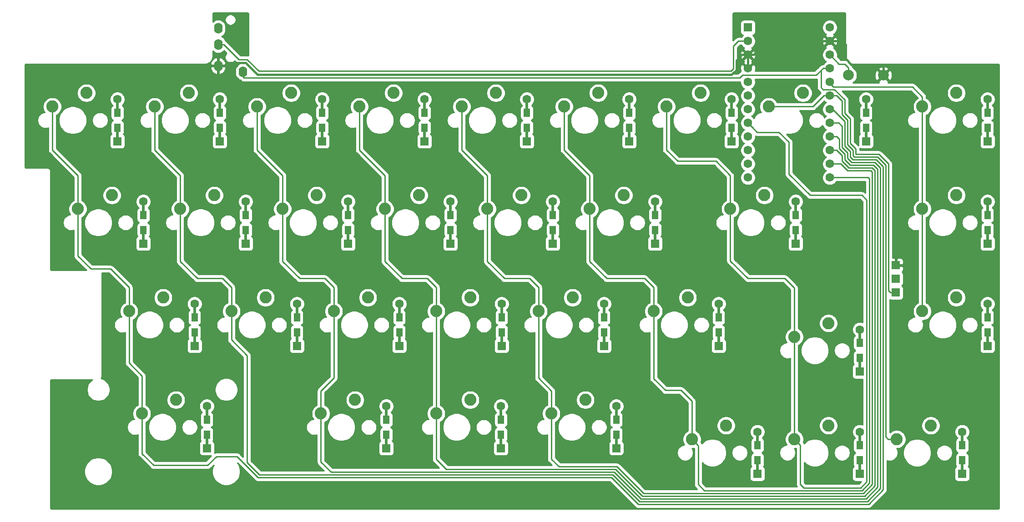
<source format=gbr>
G04 #@! TF.GenerationSoftware,KiCad,Pcbnew,(5.1.4)-1*
G04 #@! TF.CreationDate,2020-11-20T09:45:28-08:00*
G04 #@! TF.ProjectId,_autosave-_autosave-_autosave-_autosave-uwu-55,5f617574-6f73-4617-9665-2d5f6175746f,rev?*
G04 #@! TF.SameCoordinates,Original*
G04 #@! TF.FileFunction,Copper,L1,Top*
G04 #@! TF.FilePolarity,Positive*
%FSLAX46Y46*%
G04 Gerber Fmt 4.6, Leading zero omitted, Abs format (unit mm)*
G04 Created by KiCad (PCBNEW (5.1.4)-1) date 2020-11-20 09:45:28*
%MOMM*%
%LPD*%
G04 APERTURE LIST*
%ADD10C,1.600000*%
%ADD11R,1.600000X1.600000*%
%ADD12R,0.500000X2.900000*%
%ADD13R,1.200000X1.600000*%
%ADD14O,1.600000X2.000000*%
%ADD15C,2.250000*%
%ADD16R,1.524000X1.524000*%
%ADD17C,2.000000*%
%ADD18C,0.800000*%
%ADD19C,0.381000*%
%ADD20C,0.254000*%
G04 APERTURE END LIST*
D10*
X272669000Y-49403000D03*
X272669000Y-51943000D03*
X272669000Y-54483000D03*
X272669000Y-57023000D03*
X272669000Y-59563000D03*
X272669000Y-62103000D03*
X272669000Y-64643000D03*
X272669000Y-67183000D03*
X272669000Y-69723000D03*
X272669000Y-72263000D03*
X272669000Y-74803000D03*
X272669000Y-77343000D03*
X257429000Y-77343000D03*
X257429000Y-74803000D03*
X257429000Y-72263000D03*
X257429000Y-69723000D03*
X257429000Y-67183000D03*
X257429000Y-64643000D03*
X257429000Y-62103000D03*
X257429000Y-59563000D03*
X257429000Y-57023000D03*
X257429000Y-54483000D03*
X257429000Y-51943000D03*
D11*
X257429000Y-49403000D03*
D12*
X266319000Y-88225000D03*
X266319000Y-83225000D03*
D11*
X266319000Y-89625000D03*
D10*
X266319000Y-81825000D03*
D13*
X266319000Y-84325000D03*
X266319000Y-87125000D03*
D12*
X302006000Y-107275000D03*
X302006000Y-102275000D03*
D11*
X302006000Y-108675000D03*
D10*
X302006000Y-100875000D03*
D13*
X302006000Y-103375000D03*
X302006000Y-106175000D03*
D12*
X279400000Y-69175000D03*
X279400000Y-64175000D03*
D11*
X279400000Y-70575000D03*
D10*
X279400000Y-62775000D03*
D13*
X279400000Y-65275000D03*
X279400000Y-68075000D03*
D12*
X278257000Y-131087500D03*
X278257000Y-126087500D03*
D11*
X278257000Y-132487500D03*
D10*
X278257000Y-124687500D03*
D13*
X278257000Y-127187500D03*
X278257000Y-129987500D03*
D12*
X297307000Y-131087500D03*
X297307000Y-126087500D03*
D11*
X297307000Y-132487500D03*
D10*
X297307000Y-124687500D03*
D13*
X297307000Y-127187500D03*
X297307000Y-129987500D03*
D12*
X254381000Y-69175000D03*
X254381000Y-64175000D03*
D11*
X254381000Y-70575000D03*
D10*
X254381000Y-62775000D03*
D13*
X254381000Y-65275000D03*
X254381000Y-68075000D03*
D12*
X259207000Y-131087500D03*
X259207000Y-126087500D03*
D11*
X259207000Y-132487500D03*
D10*
X259207000Y-124687500D03*
D13*
X259207000Y-127187500D03*
X259207000Y-129987500D03*
D12*
X251968000Y-107275000D03*
X251968000Y-102275000D03*
D11*
X251968000Y-108675000D03*
D10*
X251968000Y-100875000D03*
D13*
X251968000Y-103375000D03*
X251968000Y-106175000D03*
D12*
X240157000Y-88225000D03*
X240157000Y-83225000D03*
D11*
X240157000Y-89625000D03*
D10*
X240157000Y-81825000D03*
D13*
X240157000Y-84325000D03*
X240157000Y-87125000D03*
D12*
X302006000Y-69175000D03*
X302006000Y-64175000D03*
D11*
X302006000Y-70575000D03*
D10*
X302006000Y-62775000D03*
D13*
X302006000Y-65275000D03*
X302006000Y-68075000D03*
D12*
X235331000Y-69175000D03*
X235331000Y-64175000D03*
D11*
X235331000Y-70575000D03*
D10*
X235331000Y-62775000D03*
D13*
X235331000Y-65275000D03*
X235331000Y-68075000D03*
D12*
X302006000Y-88225000D03*
X302006000Y-83225000D03*
D11*
X302006000Y-89625000D03*
D10*
X302006000Y-81825000D03*
D13*
X302006000Y-84325000D03*
X302006000Y-87125000D03*
D12*
X232918000Y-126325000D03*
X232918000Y-121325000D03*
D11*
X232918000Y-127725000D03*
D10*
X232918000Y-119925000D03*
D13*
X232918000Y-122425000D03*
X232918000Y-125225000D03*
D12*
X278257000Y-112037500D03*
X278257000Y-107037500D03*
D11*
X278257000Y-113437500D03*
D10*
X278257000Y-105637500D03*
D13*
X278257000Y-108137500D03*
X278257000Y-110937500D03*
D12*
X163957000Y-88225000D03*
X163957000Y-83225000D03*
D11*
X163957000Y-89625000D03*
D10*
X163957000Y-81825000D03*
D13*
X163957000Y-84325000D03*
X163957000Y-87125000D03*
D12*
X216281000Y-69175000D03*
X216281000Y-64175000D03*
D11*
X216281000Y-70575000D03*
D10*
X216281000Y-62775000D03*
D13*
X216281000Y-65275000D03*
X216281000Y-68075000D03*
D12*
X144907000Y-88225000D03*
X144907000Y-83225000D03*
D11*
X144907000Y-89625000D03*
D10*
X144907000Y-81825000D03*
D13*
X144907000Y-84325000D03*
X144907000Y-87125000D03*
D12*
X192532000Y-107275000D03*
X192532000Y-102275000D03*
D11*
X192532000Y-108675000D03*
D10*
X192532000Y-100875000D03*
D13*
X192532000Y-103375000D03*
X192532000Y-106175000D03*
D12*
X178181000Y-69175000D03*
X178181000Y-64175000D03*
D11*
X178181000Y-70575000D03*
D10*
X178181000Y-62775000D03*
D13*
X178181000Y-65275000D03*
X178181000Y-68075000D03*
D12*
X211455000Y-126325000D03*
X211455000Y-121325000D03*
D11*
X211455000Y-127725000D03*
D10*
X211455000Y-119925000D03*
D13*
X211455000Y-122425000D03*
X211455000Y-125225000D03*
D12*
X140081000Y-69175000D03*
X140081000Y-64175000D03*
D11*
X140081000Y-70575000D03*
D10*
X140081000Y-62775000D03*
D13*
X140081000Y-65275000D03*
X140081000Y-68075000D03*
D12*
X202057000Y-88225000D03*
X202057000Y-83225000D03*
D11*
X202057000Y-89625000D03*
D10*
X202057000Y-81825000D03*
D13*
X202057000Y-84325000D03*
X202057000Y-87125000D03*
D12*
X230632000Y-107275000D03*
X230632000Y-102275000D03*
D11*
X230632000Y-108675000D03*
D10*
X230632000Y-100875000D03*
D13*
X230632000Y-103375000D03*
X230632000Y-106175000D03*
D12*
X183007000Y-88225000D03*
X183007000Y-83225000D03*
D11*
X183007000Y-89625000D03*
D10*
X183007000Y-81825000D03*
D13*
X183007000Y-84325000D03*
X183007000Y-87125000D03*
D12*
X173482000Y-107275000D03*
X173482000Y-102275000D03*
D11*
X173482000Y-108675000D03*
D10*
X173482000Y-100875000D03*
D13*
X173482000Y-103375000D03*
X173482000Y-106175000D03*
D12*
X190119000Y-126325000D03*
X190119000Y-121325000D03*
D11*
X190119000Y-127725000D03*
D10*
X190119000Y-119925000D03*
D13*
X190119000Y-122425000D03*
X190119000Y-125225000D03*
D12*
X154432000Y-107275000D03*
X154432000Y-102275000D03*
D11*
X154432000Y-108675000D03*
D10*
X154432000Y-100875000D03*
D13*
X154432000Y-103375000D03*
X154432000Y-106175000D03*
D12*
X159131000Y-69175000D03*
X159131000Y-64175000D03*
D11*
X159131000Y-70575000D03*
D10*
X159131000Y-62775000D03*
D13*
X159131000Y-65275000D03*
X159131000Y-68075000D03*
D12*
X156718000Y-126325000D03*
X156718000Y-121325000D03*
D11*
X156718000Y-127725000D03*
D10*
X156718000Y-119925000D03*
D13*
X156718000Y-122425000D03*
X156718000Y-125225000D03*
D12*
X197231000Y-69175000D03*
X197231000Y-64175000D03*
D11*
X197231000Y-70575000D03*
D10*
X197231000Y-62775000D03*
D13*
X197231000Y-65275000D03*
X197231000Y-68075000D03*
D12*
X221107000Y-88225000D03*
X221107000Y-83225000D03*
D11*
X221107000Y-89625000D03*
D10*
X221107000Y-81825000D03*
D13*
X221107000Y-84325000D03*
X221107000Y-87125000D03*
D12*
X211582000Y-107275000D03*
X211582000Y-102275000D03*
D11*
X211582000Y-108675000D03*
D10*
X211582000Y-100875000D03*
D13*
X211582000Y-103375000D03*
X211582000Y-106175000D03*
D14*
X163431250Y-57655000D03*
X158831250Y-56555000D03*
X158831250Y-49555000D03*
X158831250Y-52555000D03*
D15*
X234315000Y-80645000D03*
X227965000Y-83185000D03*
D16*
X284956250Y-93662500D03*
X284956250Y-96162500D03*
X284956250Y-98762500D03*
D15*
X224790000Y-99695000D03*
X218440000Y-102235000D03*
X296227500Y-80645000D03*
X289877500Y-83185000D03*
X191452500Y-61595000D03*
X185102500Y-64135000D03*
X148590000Y-99695000D03*
X142240000Y-102235000D03*
X296227500Y-61595000D03*
X289877500Y-64135000D03*
X291465000Y-123507500D03*
X285115000Y-126047500D03*
X153352500Y-61595000D03*
X147002500Y-64135000D03*
X150971250Y-118745000D03*
X144621250Y-121285000D03*
X296227500Y-99695000D03*
X289877500Y-102235000D03*
X134302500Y-61595000D03*
X127952500Y-64135000D03*
D17*
X276150000Y-58293000D03*
X282650000Y-58293000D03*
D15*
X272415000Y-104457500D03*
X266065000Y-106997500D03*
X210502500Y-61595000D03*
X204152500Y-64135000D03*
X246221250Y-99695000D03*
X239871250Y-102235000D03*
X227171250Y-118745000D03*
X220821250Y-121285000D03*
X248602500Y-61595000D03*
X242252500Y-64135000D03*
X229552500Y-61595000D03*
X223202500Y-64135000D03*
X205740000Y-99695000D03*
X199390000Y-102235000D03*
X267652500Y-61595000D03*
X261302500Y-64135000D03*
X215265000Y-80645000D03*
X208915000Y-83185000D03*
X196215000Y-80645000D03*
X189865000Y-83185000D03*
X158115000Y-80645000D03*
X151765000Y-83185000D03*
X205740000Y-118745000D03*
X199390000Y-121285000D03*
X184308750Y-118745000D03*
X177958750Y-121285000D03*
X253365000Y-123507500D03*
X247015000Y-126047500D03*
X167640000Y-99695000D03*
X161290000Y-102235000D03*
X186690000Y-99695000D03*
X180340000Y-102235000D03*
X139065000Y-80645000D03*
X132715000Y-83185000D03*
X272415000Y-123507500D03*
X266065000Y-126047500D03*
X260508750Y-80645000D03*
X254158750Y-83185000D03*
X172402500Y-61595000D03*
X166052500Y-64135000D03*
X177165000Y-80645000D03*
X170815000Y-83185000D03*
D18*
X261937500Y-72231250D03*
X261937500Y-77787500D03*
X283368750Y-66675000D03*
X268287500Y-73818750D03*
X263525000Y-61118750D03*
X161131250Y-50800000D03*
D19*
X271272000Y-51943000D02*
X272669000Y-51943000D01*
X257429000Y-54483000D02*
X257429000Y-57023000D01*
X275590000Y-52578000D02*
X274955000Y-51943000D01*
X282194000Y-56388000D02*
X276733000Y-56388000D01*
X257429000Y-54483000D02*
X258560370Y-54483000D01*
X260084370Y-52959000D02*
X270256000Y-52959000D01*
X282650000Y-58293000D02*
X282650000Y-56844000D01*
X274955000Y-51943000D02*
X272669000Y-51943000D01*
X270256000Y-52959000D02*
X271272000Y-51943000D01*
X258560370Y-54483000D02*
X260084370Y-52959000D01*
X275590000Y-55245000D02*
X275590000Y-52578000D01*
X282650000Y-56844000D02*
X282194000Y-56388000D01*
X276733000Y-56388000D02*
X275590000Y-55245000D01*
X257429000Y-54483000D02*
X256297630Y-54483000D01*
X255270000Y-55510630D02*
X255270000Y-57288630D01*
X255270000Y-57288630D02*
X254392630Y-58166000D01*
X256297630Y-54483000D02*
X255270000Y-55510630D01*
X254392630Y-58166000D02*
X167132000Y-58166000D01*
X160012250Y-56555000D02*
X158831250Y-56555000D01*
X167132000Y-58166000D02*
X166143385Y-58166000D01*
X166143385Y-58166000D02*
X163924375Y-55946990D01*
X163924375Y-55946990D02*
X160620260Y-55946990D01*
X160620260Y-55946990D02*
X160012250Y-56555000D01*
D20*
X271018000Y-60522022D02*
X271018000Y-57404000D01*
X283591000Y-74803000D02*
X281813000Y-73025000D01*
X271018000Y-57404000D02*
X271399000Y-57023000D01*
X163231250Y-57925000D02*
X163231250Y-57948250D01*
X273529511Y-60931511D02*
X271427489Y-60931511D01*
X277495000Y-73025000D02*
X277495000Y-72009000D01*
X283940250Y-98762500D02*
X283591000Y-98413250D01*
X276479000Y-66421000D02*
X275463000Y-65405000D01*
X281813000Y-73025000D02*
X277495000Y-73025000D01*
X283591000Y-98413250D02*
X283591000Y-74803000D01*
X276479000Y-70993000D02*
X276479000Y-66421000D01*
X275463000Y-65405000D02*
X275463000Y-62865000D01*
X275463000Y-62865000D02*
X273529511Y-60931511D01*
X277495000Y-72009000D02*
X276479000Y-70993000D01*
X271427489Y-60931511D02*
X271018000Y-60522022D01*
X284956250Y-98762500D02*
X283940250Y-98762500D01*
X271399000Y-57023000D02*
X272669000Y-57023000D01*
X163431250Y-58591500D02*
X163431250Y-57337500D01*
X163640750Y-58801000D02*
X163431250Y-58591500D01*
X255905000Y-58801000D02*
X163640750Y-58801000D01*
X256413000Y-58293000D02*
X255905000Y-58801000D01*
X270129000Y-58293000D02*
X256413000Y-58293000D01*
X271018000Y-57404000D02*
X270129000Y-58293000D01*
X162702250Y-55372000D02*
X159885250Y-52555000D01*
X159885250Y-52555000D02*
X158831250Y-52555000D01*
X255651000Y-51943000D02*
X254752490Y-52841510D01*
X164211000Y-55372000D02*
X162702250Y-55372000D01*
X257429000Y-51943000D02*
X255651000Y-51943000D01*
X254752490Y-52841510D02*
X254752490Y-57032510D01*
X254752490Y-57032510D02*
X254254000Y-57531000D01*
X254254000Y-57531000D02*
X166370000Y-57531000D01*
X166370000Y-57531000D02*
X164211000Y-55372000D01*
X227965000Y-76962000D02*
X223202500Y-72199500D01*
X244983000Y-116967000D02*
X247015000Y-118999000D01*
X238188500Y-96139000D02*
X231140000Y-96139000D01*
X239871250Y-97821750D02*
X238188500Y-96139000D01*
X239871250Y-102235000D02*
X239871250Y-97821750D01*
X247015000Y-118999000D02*
X247015000Y-126047500D01*
X231140000Y-96139000D02*
X227965000Y-92964000D01*
X242062000Y-116967000D02*
X244983000Y-116967000D01*
X227965000Y-92964000D02*
X227965000Y-83185000D01*
X227965000Y-83185000D02*
X227965000Y-76962000D01*
X239871250Y-102235000D02*
X239871250Y-114776250D01*
X223202500Y-72199500D02*
X223202500Y-64135000D01*
X239871250Y-114776250D02*
X242062000Y-116967000D01*
X248139999Y-127172499D02*
X247015000Y-126047500D01*
X248158000Y-127254000D02*
X248139999Y-127235999D01*
X248158000Y-134493000D02*
X248158000Y-127254000D01*
X279781000Y-77343000D02*
X280035000Y-77597000D01*
X272669000Y-77343000D02*
X279781000Y-77343000D01*
X280035000Y-77597000D02*
X280035000Y-134239000D01*
X280035000Y-134239000D02*
X278638000Y-135636000D01*
X248139999Y-127235999D02*
X248139999Y-127172499D01*
X278638000Y-135636000D02*
X249301000Y-135636000D01*
X249301000Y-135636000D02*
X248158000Y-134493000D01*
X208915000Y-76962000D02*
X204152500Y-72199500D01*
X208915000Y-92964000D02*
X208915000Y-83185000D01*
X220821250Y-121285000D02*
X220821250Y-117062250D01*
X216789000Y-96139000D02*
X212090000Y-96139000D01*
X212090000Y-96139000D02*
X208915000Y-92964000D01*
X218440000Y-97790000D02*
X216789000Y-96139000D01*
X218440000Y-102235000D02*
X218440000Y-97790000D01*
X208915000Y-83185000D02*
X208915000Y-76962000D01*
X204152500Y-72199500D02*
X204152500Y-64135000D01*
X218440000Y-114681000D02*
X220821250Y-117062250D01*
X218440000Y-102235000D02*
X218440000Y-114681000D01*
X220821250Y-129762250D02*
X220821250Y-121285000D01*
X222250000Y-131191000D02*
X220821250Y-129762250D01*
X233045000Y-131191000D02*
X222250000Y-131191000D01*
X237998000Y-136144000D02*
X233045000Y-131191000D01*
X274701000Y-74803000D02*
X275971000Y-76073000D01*
X272669000Y-74803000D02*
X274701000Y-74803000D01*
X275971000Y-76073000D02*
X280289000Y-76073000D01*
X280289000Y-76073000D02*
X280543000Y-76327000D01*
X278892000Y-136144000D02*
X237998000Y-136144000D01*
X280543000Y-76327000D02*
X280543000Y-134493000D01*
X280543000Y-134493000D02*
X278892000Y-136144000D01*
X177958750Y-130333750D02*
X179832000Y-132207000D01*
X281559000Y-75819000D02*
X280797000Y-75057000D01*
X273939000Y-69723000D02*
X272669000Y-69723000D01*
X275463000Y-74041000D02*
X275463000Y-73025000D01*
X166052500Y-72199500D02*
X166052500Y-64135000D01*
X170815000Y-92964000D02*
X170815000Y-83185000D01*
X170815000Y-76962000D02*
X166052500Y-72199500D01*
X170815000Y-83185000D02*
X170815000Y-76962000D01*
X173990000Y-96139000D02*
X170815000Y-92964000D01*
X279400000Y-137160000D02*
X281559000Y-135001000D01*
X281559000Y-135001000D02*
X281559000Y-75819000D01*
X276479000Y-75057000D02*
X275463000Y-74041000D01*
X180340000Y-97790000D02*
X178689000Y-96139000D01*
X232537000Y-132207000D02*
X237490000Y-137160000D01*
X177958750Y-121285000D02*
X177958750Y-130333750D01*
X177958750Y-117062250D02*
X180340000Y-114681000D01*
X274447000Y-70231000D02*
X273939000Y-69723000D01*
X180340000Y-114681000D02*
X180340000Y-102235000D01*
X180340000Y-102235000D02*
X180340000Y-97790000D01*
X275463000Y-73025000D02*
X274447000Y-72009000D01*
X237490000Y-137160000D02*
X279400000Y-137160000D01*
X179832000Y-132207000D02*
X232537000Y-132207000D01*
X274447000Y-72009000D02*
X274447000Y-70231000D01*
X177958750Y-121285000D02*
X177958750Y-117062250D01*
X178689000Y-96139000D02*
X173990000Y-96139000D01*
X280797000Y-75057000D02*
X276479000Y-75057000D01*
X189865000Y-76962000D02*
X185102500Y-72199500D01*
X189865000Y-83185000D02*
X189865000Y-76962000D01*
X199390000Y-121285000D02*
X199390000Y-129794000D01*
X280543000Y-75565000D02*
X276225000Y-75565000D01*
X274955000Y-73279000D02*
X273939000Y-72263000D01*
X281051000Y-134747000D02*
X281051000Y-76073000D01*
X273939000Y-72263000D02*
X272669000Y-72263000D01*
X199390000Y-97790000D02*
X197739000Y-96139000D01*
X232791000Y-131699000D02*
X237744000Y-136652000D01*
X237744000Y-136652000D02*
X279146000Y-136652000D01*
X274955000Y-74295000D02*
X274955000Y-73279000D01*
X199390000Y-102235000D02*
X199390000Y-97790000D01*
X199390000Y-121285000D02*
X199390000Y-102235000D01*
X279146000Y-136652000D02*
X281051000Y-134747000D01*
X281051000Y-76073000D02*
X280543000Y-75565000D01*
X201295000Y-131699000D02*
X232791000Y-131699000D01*
X199390000Y-129794000D02*
X201295000Y-131699000D01*
X185102500Y-72199500D02*
X185102500Y-64135000D01*
X276225000Y-75565000D02*
X274955000Y-74295000D01*
X197739000Y-96139000D02*
X193040000Y-96139000D01*
X193040000Y-96139000D02*
X189865000Y-92964000D01*
X189865000Y-92964000D02*
X189865000Y-83185000D01*
X269505630Y-64135000D02*
X271537630Y-62103000D01*
X261302500Y-64135000D02*
X269505630Y-64135000D01*
X274955000Y-63119000D02*
X273939000Y-62103000D01*
X277241000Y-73533000D02*
X276987000Y-73279000D01*
X281559000Y-73533000D02*
X277241000Y-73533000D01*
X283083000Y-75057000D02*
X281559000Y-73533000D01*
X273939000Y-62103000D02*
X272669000Y-62103000D01*
X283083000Y-125606490D02*
X283083000Y-75057000D01*
X285115000Y-126047500D02*
X283524010Y-126047500D01*
X274955000Y-65659000D02*
X274955000Y-63119000D01*
X283524010Y-126047500D02*
X283083000Y-125606490D01*
X276987000Y-73279000D02*
X276987000Y-72263000D01*
X276987000Y-72263000D02*
X275971000Y-71247000D01*
X275971000Y-71247000D02*
X275971000Y-66675000D01*
X275971000Y-66675000D02*
X274955000Y-65659000D01*
X261620000Y-63817500D02*
X261302500Y-64135000D01*
X271537630Y-62103000D02*
X272669000Y-62103000D01*
X267189999Y-134474999D02*
X267189999Y-127172499D01*
X244348000Y-74295000D02*
X251460000Y-74295000D01*
X278384000Y-135128000D02*
X267843000Y-135128000D01*
X263207500Y-68897500D02*
X265049000Y-70739000D01*
X267189999Y-127172499D02*
X266065000Y-126047500D01*
X259143500Y-68897500D02*
X263207500Y-68897500D01*
X267843000Y-135128000D02*
X267189999Y-134474999D01*
X268986000Y-80645000D02*
X278638000Y-80645000D01*
X266065000Y-106997500D02*
X266065000Y-126047500D01*
X278638000Y-80645000D02*
X279527000Y-81534000D01*
X265049000Y-70739000D02*
X265049000Y-76708000D01*
X257429000Y-67183000D02*
X258228999Y-67982999D01*
X254158750Y-76993750D02*
X254158750Y-83185000D01*
X257429000Y-96139000D02*
X264287000Y-96139000D01*
X242252500Y-64135000D02*
X242252500Y-72199500D01*
X258228999Y-67982999D02*
X259143500Y-68897500D01*
X265049000Y-76708000D02*
X268986000Y-80645000D01*
X279527000Y-133985000D02*
X278384000Y-135128000D01*
X242252500Y-72199500D02*
X244348000Y-74295000D01*
X254158750Y-83185000D02*
X254158750Y-92868750D01*
X266065000Y-97917000D02*
X266065000Y-106997500D01*
X279527000Y-81534000D02*
X279527000Y-133985000D01*
X251460000Y-74295000D02*
X254158750Y-76993750D01*
X254158750Y-92868750D02*
X257429000Y-96139000D01*
X264287000Y-96139000D02*
X266065000Y-97917000D01*
X276987000Y-74041000D02*
X276479000Y-73533000D01*
X144621250Y-121285000D02*
X144621250Y-114268250D01*
X282575000Y-75311000D02*
X281305000Y-74041000D01*
X127952500Y-72199500D02*
X127952500Y-64135000D01*
X138811000Y-94361000D02*
X135128000Y-94361000D01*
X144621250Y-114268250D02*
X142240000Y-111887000D01*
X236982000Y-138176000D02*
X279908000Y-138176000D01*
X281305000Y-74041000D02*
X276987000Y-74041000D01*
X158496000Y-129286000D02*
X162306000Y-129286000D01*
X275463000Y-71501000D02*
X275463000Y-66929000D01*
X162306000Y-129286000D02*
X166243000Y-133223000D01*
X142240000Y-111887000D02*
X142240000Y-102235000D01*
X166243000Y-133223000D02*
X232029000Y-133223000D01*
X144621250Y-121285000D02*
X144621250Y-128746250D01*
X146812000Y-130937000D02*
X156845000Y-130937000D01*
X142240000Y-102235000D02*
X142240000Y-97790000D01*
X276479000Y-72517000D02*
X275463000Y-71501000D01*
X275463000Y-66929000D02*
X273177000Y-64643000D01*
X144621250Y-128746250D02*
X146812000Y-130937000D01*
X273177000Y-64643000D02*
X272669000Y-64643000D01*
X282575000Y-135509000D02*
X282575000Y-75311000D01*
X132715000Y-76962000D02*
X127952500Y-72199500D01*
X132715000Y-91948000D02*
X132715000Y-83185000D01*
X279908000Y-138176000D02*
X282575000Y-135509000D01*
X276479000Y-73533000D02*
X276479000Y-72517000D01*
X156845000Y-130937000D02*
X158496000Y-129286000D01*
X132715000Y-83185000D02*
X132715000Y-76962000D01*
X142240000Y-97790000D02*
X138811000Y-94361000D01*
X232029000Y-133223000D02*
X236982000Y-138176000D01*
X135128000Y-94361000D02*
X132715000Y-91948000D01*
X275971000Y-72771000D02*
X275971000Y-73787000D01*
X274955000Y-67818000D02*
X274955000Y-71755000D01*
X282067000Y-135255000D02*
X279654000Y-137668000D01*
X151765000Y-76962000D02*
X147002500Y-72199500D01*
X161290000Y-107569000D02*
X161290000Y-102235000D01*
X166497000Y-132715000D02*
X164211000Y-130429000D01*
X276733000Y-74549000D02*
X281051000Y-74549000D01*
X164211000Y-130429000D02*
X164211000Y-110490000D01*
X164211000Y-110490000D02*
X161290000Y-107569000D01*
X237236000Y-137668000D02*
X232283000Y-132715000D01*
X274955000Y-71755000D02*
X275971000Y-72771000D01*
X281051000Y-74549000D02*
X282067000Y-75565000D01*
X279654000Y-137668000D02*
X237236000Y-137668000D01*
X272669000Y-67183000D02*
X274320000Y-67183000D01*
X282067000Y-75565000D02*
X282067000Y-135255000D01*
X275971000Y-73787000D02*
X276733000Y-74549000D01*
X232283000Y-132715000D02*
X166497000Y-132715000D01*
X274320000Y-67183000D02*
X274955000Y-67818000D01*
X151765000Y-83185000D02*
X151765000Y-76962000D01*
X147002500Y-72199500D02*
X147002500Y-64135000D01*
X161290000Y-97790000D02*
X159639000Y-96139000D01*
X161290000Y-102235000D02*
X161290000Y-97790000D01*
X159639000Y-96139000D02*
X154940000Y-96139000D01*
X151765000Y-92964000D02*
X151765000Y-83185000D01*
X154940000Y-96139000D02*
X151765000Y-92964000D01*
X289877500Y-62293500D02*
X289877500Y-64135000D01*
X273329501Y-60477501D02*
X273532499Y-60477501D01*
X272669000Y-59563000D02*
X272669000Y-59817000D01*
X273532499Y-60477501D02*
X288061501Y-60477501D01*
X288061501Y-60477501D02*
X289877500Y-62293500D01*
X289877500Y-64135000D02*
X289877500Y-83185000D01*
X289877500Y-85216038D02*
X289877500Y-83185000D01*
X289877500Y-102235000D02*
X289877500Y-85216038D01*
X272669000Y-59817000D02*
X273329501Y-60477501D01*
X273532499Y-60477501D02*
X273456501Y-60477501D01*
X275468713Y-56197500D02*
X274383500Y-56197500D01*
X274383500Y-56197500D02*
X272669000Y-54483000D01*
X276150000Y-56878787D02*
X275468713Y-56197500D01*
X276150000Y-58293000D02*
X276150000Y-56878787D01*
G36*
X276461727Y-56108148D02*
G01*
X276516710Y-56131714D01*
X276525513Y-56134439D01*
X276673814Y-56179214D01*
X276732517Y-56190837D01*
X276791006Y-56203270D01*
X276800171Y-56204233D01*
X276954344Y-56219350D01*
X276954348Y-56219350D01*
X276986331Y-56222500D01*
X303973971Y-56222500D01*
X304031612Y-56228152D01*
X304056013Y-56235519D01*
X304078515Y-56247483D01*
X304098264Y-56263591D01*
X304114509Y-56283227D01*
X304126633Y-56305651D01*
X304134168Y-56329992D01*
X304140001Y-56385485D01*
X304140000Y-138873971D01*
X304134348Y-138931614D01*
X304126982Y-138956010D01*
X304115016Y-138978516D01*
X304098909Y-138998264D01*
X304079273Y-139014509D01*
X304056849Y-139026633D01*
X304032508Y-139034168D01*
X303977025Y-139040000D01*
X127826029Y-139040000D01*
X127768386Y-139034348D01*
X127743990Y-139026982D01*
X127721484Y-139015016D01*
X127701736Y-138998909D01*
X127685491Y-138979273D01*
X127673367Y-138956849D01*
X127665832Y-138932508D01*
X127660000Y-138877025D01*
X127660000Y-131821076D01*
X133896100Y-131821076D01*
X133896100Y-132338924D01*
X133997127Y-132846822D01*
X134195299Y-133325251D01*
X134483000Y-133755826D01*
X134849174Y-134122000D01*
X135279749Y-134409701D01*
X135758178Y-134607873D01*
X136266076Y-134708900D01*
X136783924Y-134708900D01*
X137291822Y-134607873D01*
X137770251Y-134409701D01*
X138200826Y-134122000D01*
X138567000Y-133755826D01*
X138854701Y-133325251D01*
X139052873Y-132846822D01*
X139153900Y-132338924D01*
X139153900Y-131821076D01*
X139052873Y-131313178D01*
X138854701Y-130834749D01*
X138567000Y-130404174D01*
X138200826Y-130038000D01*
X137770251Y-129750299D01*
X137291822Y-129552127D01*
X136783924Y-129451100D01*
X136266076Y-129451100D01*
X135758178Y-129552127D01*
X135279749Y-129750299D01*
X134849174Y-130038000D01*
X134483000Y-130404174D01*
X134195299Y-130834749D01*
X133997127Y-131313178D01*
X133896100Y-131821076D01*
X127660000Y-131821076D01*
X127660000Y-115126029D01*
X127665652Y-115068388D01*
X127673019Y-115043987D01*
X127684983Y-115021485D01*
X127701091Y-115001736D01*
X127720727Y-114985491D01*
X127743151Y-114973367D01*
X127767492Y-114965832D01*
X127822976Y-114960000D01*
X135452522Y-114960000D01*
X135148718Y-115162996D01*
X134847996Y-115463718D01*
X134611719Y-115817330D01*
X134448970Y-116210243D01*
X134366000Y-116627357D01*
X134366000Y-117052643D01*
X134448970Y-117469757D01*
X134611719Y-117862670D01*
X134847996Y-118216282D01*
X135148718Y-118517004D01*
X135502330Y-118753281D01*
X135895243Y-118916030D01*
X136312357Y-118999000D01*
X136737643Y-118999000D01*
X137154757Y-118916030D01*
X137547670Y-118753281D01*
X137901282Y-118517004D01*
X138202004Y-118216282D01*
X138438281Y-117862670D01*
X138601030Y-117469757D01*
X138684000Y-117052643D01*
X138684000Y-116627357D01*
X138601030Y-116210243D01*
X138438281Y-115817330D01*
X138202004Y-115463718D01*
X137901282Y-115162996D01*
X137547670Y-114926719D01*
X137154757Y-114763970D01*
X137020027Y-114737170D01*
X137076425Y-114668450D01*
X137137710Y-114553793D01*
X137175450Y-114429383D01*
X137188193Y-114300000D01*
X137185000Y-114267581D01*
X137185000Y-95282419D01*
X137188193Y-95250000D01*
X137175685Y-95123000D01*
X138495370Y-95123000D01*
X141478001Y-98105632D01*
X141478000Y-100645620D01*
X141406327Y-100675308D01*
X141118065Y-100867919D01*
X140872919Y-101113065D01*
X140680308Y-101401327D01*
X140547636Y-101721627D01*
X140480000Y-102061655D01*
X140480000Y-102408345D01*
X140547636Y-102748373D01*
X140680308Y-103068673D01*
X140812638Y-103266719D01*
X140529549Y-103323029D01*
X140254747Y-103436856D01*
X140007431Y-103602107D01*
X139797107Y-103812431D01*
X139631856Y-104059747D01*
X139518029Y-104334549D01*
X139460000Y-104626278D01*
X139460000Y-104923722D01*
X139518029Y-105215451D01*
X139631856Y-105490253D01*
X139797107Y-105737569D01*
X140007431Y-105947893D01*
X140254747Y-106113144D01*
X140529549Y-106226971D01*
X140821278Y-106285000D01*
X141118722Y-106285000D01*
X141410451Y-106226971D01*
X141478001Y-106198991D01*
X141478000Y-111849577D01*
X141474314Y-111887000D01*
X141478000Y-111924423D01*
X141478000Y-111924425D01*
X141489026Y-112036377D01*
X141532598Y-112180014D01*
X141532599Y-112180015D01*
X141603355Y-112312392D01*
X141642983Y-112360678D01*
X141698578Y-112428422D01*
X141727654Y-112452284D01*
X143859251Y-114583882D01*
X143859250Y-119695620D01*
X143787577Y-119725308D01*
X143499315Y-119917919D01*
X143254169Y-120163065D01*
X143061558Y-120451327D01*
X142928886Y-120771627D01*
X142861250Y-121111655D01*
X142861250Y-121458345D01*
X142928886Y-121798373D01*
X143061558Y-122118673D01*
X143193888Y-122316719D01*
X142910799Y-122373029D01*
X142635997Y-122486856D01*
X142388681Y-122652107D01*
X142178357Y-122862431D01*
X142013106Y-123109747D01*
X141899279Y-123384549D01*
X141841250Y-123676278D01*
X141841250Y-123973722D01*
X141899279Y-124265451D01*
X142013106Y-124540253D01*
X142178357Y-124787569D01*
X142388681Y-124997893D01*
X142635997Y-125163144D01*
X142910799Y-125276971D01*
X143202528Y-125335000D01*
X143499972Y-125335000D01*
X143791701Y-125276971D01*
X143859251Y-125248991D01*
X143859251Y-128708817D01*
X143855564Y-128746250D01*
X143870277Y-128895628D01*
X143913849Y-129039265D01*
X143984605Y-129171642D01*
X144031449Y-129228721D01*
X144079829Y-129287672D01*
X144108899Y-129311529D01*
X146246721Y-131449352D01*
X146270578Y-131478422D01*
X146386608Y-131573645D01*
X146518985Y-131644402D01*
X146662622Y-131687974D01*
X146774574Y-131699000D01*
X146774576Y-131699000D01*
X146811999Y-131702686D01*
X146849422Y-131699000D01*
X156807577Y-131699000D01*
X156845000Y-131702686D01*
X156882423Y-131699000D01*
X156882426Y-131699000D01*
X156994378Y-131687974D01*
X157138015Y-131644402D01*
X157270392Y-131573645D01*
X157386422Y-131478422D01*
X157410284Y-131449346D01*
X157995720Y-130863910D01*
X157809627Y-131313178D01*
X157708600Y-131821076D01*
X157708600Y-132338924D01*
X157809627Y-132846822D01*
X158007799Y-133325251D01*
X158295500Y-133755826D01*
X158661674Y-134122000D01*
X159092249Y-134409701D01*
X159570678Y-134607873D01*
X160078576Y-134708900D01*
X160596424Y-134708900D01*
X161104322Y-134607873D01*
X161582751Y-134409701D01*
X162013326Y-134122000D01*
X162379500Y-133755826D01*
X162667201Y-133325251D01*
X162865373Y-132846822D01*
X162966400Y-132338924D01*
X162966400Y-131821076D01*
X162865373Y-131313178D01*
X162667201Y-130834749D01*
X162445863Y-130503493D01*
X165677720Y-133735351D01*
X165701578Y-133764422D01*
X165730648Y-133788279D01*
X165817607Y-133859645D01*
X165888364Y-133897465D01*
X165949985Y-133930402D01*
X166093622Y-133973974D01*
X166205574Y-133985000D01*
X166205577Y-133985000D01*
X166243000Y-133988686D01*
X166280423Y-133985000D01*
X231713370Y-133985000D01*
X236416721Y-138688352D01*
X236440578Y-138717422D01*
X236469648Y-138741279D01*
X236556607Y-138812645D01*
X236605252Y-138838646D01*
X236688985Y-138883402D01*
X236832622Y-138926974D01*
X236944574Y-138938000D01*
X236944577Y-138938000D01*
X236982000Y-138941686D01*
X237019423Y-138938000D01*
X279870577Y-138938000D01*
X279908000Y-138941686D01*
X279945423Y-138938000D01*
X279945426Y-138938000D01*
X280057378Y-138926974D01*
X280201015Y-138883402D01*
X280333392Y-138812645D01*
X280449422Y-138717422D01*
X280473284Y-138688346D01*
X283087347Y-136074283D01*
X283116422Y-136050422D01*
X283188658Y-135962402D01*
X283211645Y-135934393D01*
X283256227Y-135850985D01*
X283282402Y-135802015D01*
X283325974Y-135658378D01*
X283337000Y-135546426D01*
X283337000Y-135546423D01*
X283340686Y-135509000D01*
X283337000Y-135471577D01*
X283337000Y-131687500D01*
X295868928Y-131687500D01*
X295868928Y-133287500D01*
X295881188Y-133411982D01*
X295917498Y-133531680D01*
X295976463Y-133641994D01*
X296055815Y-133738685D01*
X296152506Y-133818037D01*
X296262820Y-133877002D01*
X296382518Y-133913312D01*
X296507000Y-133925572D01*
X298107000Y-133925572D01*
X298231482Y-133913312D01*
X298351180Y-133877002D01*
X298461494Y-133818037D01*
X298558185Y-133738685D01*
X298637537Y-133641994D01*
X298696502Y-133531680D01*
X298732812Y-133411982D01*
X298745072Y-133287500D01*
X298745072Y-131687500D01*
X298732812Y-131563018D01*
X298696502Y-131443320D01*
X298637537Y-131333006D01*
X298558185Y-131236315D01*
X298461494Y-131156963D01*
X298436303Y-131143498D01*
X298437537Y-131141994D01*
X298496502Y-131031680D01*
X298532812Y-130911982D01*
X298545072Y-130787500D01*
X298545072Y-129187500D01*
X298532812Y-129063018D01*
X298496502Y-128943320D01*
X298437537Y-128833006D01*
X298358185Y-128736315D01*
X298261494Y-128656963D01*
X298151180Y-128597998D01*
X298116573Y-128587500D01*
X298151180Y-128577002D01*
X298261494Y-128518037D01*
X298358185Y-128438685D01*
X298437537Y-128341994D01*
X298496502Y-128231680D01*
X298532812Y-128111982D01*
X298545072Y-127987500D01*
X298545072Y-126387500D01*
X298532812Y-126263018D01*
X298496502Y-126143320D01*
X298437537Y-126033006D01*
X298358185Y-125936315D01*
X298261494Y-125856963D01*
X298195072Y-125821459D01*
X298195072Y-125819969D01*
X298221759Y-125802137D01*
X298421637Y-125602259D01*
X298578680Y-125367227D01*
X298686853Y-125106074D01*
X298742000Y-124828835D01*
X298742000Y-124546165D01*
X298686853Y-124268926D01*
X298578680Y-124007773D01*
X298421637Y-123772741D01*
X298221759Y-123572863D01*
X297986727Y-123415820D01*
X297725574Y-123307647D01*
X297448335Y-123252500D01*
X297165665Y-123252500D01*
X296888426Y-123307647D01*
X296627273Y-123415820D01*
X296392241Y-123572863D01*
X296192363Y-123772741D01*
X296035320Y-124007773D01*
X295927147Y-124268926D01*
X295872000Y-124546165D01*
X295872000Y-124828835D01*
X295927147Y-125106074D01*
X296035320Y-125367227D01*
X296192363Y-125602259D01*
X296392241Y-125802137D01*
X296418928Y-125819969D01*
X296418928Y-125821459D01*
X296352506Y-125856963D01*
X296255815Y-125936315D01*
X296176463Y-126033006D01*
X296117498Y-126143320D01*
X296081188Y-126263018D01*
X296068928Y-126387500D01*
X296068928Y-127987500D01*
X296081188Y-128111982D01*
X296117498Y-128231680D01*
X296176463Y-128341994D01*
X296255815Y-128438685D01*
X296352506Y-128518037D01*
X296462820Y-128577002D01*
X296497427Y-128587500D01*
X296462820Y-128597998D01*
X296352506Y-128656963D01*
X296255815Y-128736315D01*
X296176463Y-128833006D01*
X296117498Y-128943320D01*
X296081188Y-129063018D01*
X296068928Y-129187500D01*
X296068928Y-130787500D01*
X296081188Y-130911982D01*
X296117498Y-131031680D01*
X296176463Y-131141994D01*
X296177697Y-131143498D01*
X296152506Y-131156963D01*
X296055815Y-131236315D01*
X295976463Y-131333006D01*
X295917498Y-131443320D01*
X295881188Y-131563018D01*
X295868928Y-131687500D01*
X283337000Y-131687500D01*
X283337000Y-130011491D01*
X283404549Y-130039471D01*
X283696278Y-130097500D01*
X283993722Y-130097500D01*
X284285451Y-130039471D01*
X284560253Y-129925644D01*
X284807569Y-129760393D01*
X285017893Y-129550069D01*
X285183144Y-129302753D01*
X285296971Y-129027951D01*
X285355000Y-128736222D01*
X285355000Y-128438778D01*
X285333080Y-128328576D01*
X286296100Y-128328576D01*
X286296100Y-128846424D01*
X286397127Y-129354322D01*
X286595299Y-129832751D01*
X286883000Y-130263326D01*
X287249174Y-130629500D01*
X287679749Y-130917201D01*
X288158178Y-131115373D01*
X288666076Y-131216400D01*
X289183924Y-131216400D01*
X289691822Y-131115373D01*
X290170251Y-130917201D01*
X290600826Y-130629500D01*
X290967000Y-130263326D01*
X291254701Y-129832751D01*
X291452873Y-129354322D01*
X291553900Y-128846424D01*
X291553900Y-128438778D01*
X292495000Y-128438778D01*
X292495000Y-128736222D01*
X292553029Y-129027951D01*
X292666856Y-129302753D01*
X292832107Y-129550069D01*
X293042431Y-129760393D01*
X293289747Y-129925644D01*
X293564549Y-130039471D01*
X293856278Y-130097500D01*
X294153722Y-130097500D01*
X294445451Y-130039471D01*
X294720253Y-129925644D01*
X294967569Y-129760393D01*
X295177893Y-129550069D01*
X295343144Y-129302753D01*
X295456971Y-129027951D01*
X295515000Y-128736222D01*
X295515000Y-128438778D01*
X295456971Y-128147049D01*
X295343144Y-127872247D01*
X295177893Y-127624931D01*
X294967569Y-127414607D01*
X294720253Y-127249356D01*
X294445451Y-127135529D01*
X294153722Y-127077500D01*
X293856278Y-127077500D01*
X293564549Y-127135529D01*
X293289747Y-127249356D01*
X293042431Y-127414607D01*
X292832107Y-127624931D01*
X292666856Y-127872247D01*
X292553029Y-128147049D01*
X292495000Y-128438778D01*
X291553900Y-128438778D01*
X291553900Y-128328576D01*
X291452873Y-127820678D01*
X291254701Y-127342249D01*
X290967000Y-126911674D01*
X290600826Y-126545500D01*
X290170251Y-126257799D01*
X289691822Y-126059627D01*
X289183924Y-125958600D01*
X288666076Y-125958600D01*
X288158178Y-126059627D01*
X287679749Y-126257799D01*
X287249174Y-126545500D01*
X286883000Y-126911674D01*
X286595299Y-127342249D01*
X286397127Y-127820678D01*
X286296100Y-128328576D01*
X285333080Y-128328576D01*
X285296971Y-128147049D01*
X285183144Y-127872247D01*
X285139882Y-127807500D01*
X285288345Y-127807500D01*
X285628373Y-127739864D01*
X285948673Y-127607192D01*
X286236935Y-127414581D01*
X286482081Y-127169435D01*
X286674692Y-126881173D01*
X286807364Y-126560873D01*
X286875000Y-126220845D01*
X286875000Y-125874155D01*
X286807364Y-125534127D01*
X286674692Y-125213827D01*
X286482081Y-124925565D01*
X286236935Y-124680419D01*
X285948673Y-124487808D01*
X285628373Y-124355136D01*
X285288345Y-124287500D01*
X284941655Y-124287500D01*
X284601627Y-124355136D01*
X284281327Y-124487808D01*
X283993065Y-124680419D01*
X283845000Y-124828484D01*
X283845000Y-123334155D01*
X289705000Y-123334155D01*
X289705000Y-123680845D01*
X289772636Y-124020873D01*
X289905308Y-124341173D01*
X290097919Y-124629435D01*
X290343065Y-124874581D01*
X290631327Y-125067192D01*
X290951627Y-125199864D01*
X291291655Y-125267500D01*
X291638345Y-125267500D01*
X291978373Y-125199864D01*
X292298673Y-125067192D01*
X292586935Y-124874581D01*
X292832081Y-124629435D01*
X293024692Y-124341173D01*
X293157364Y-124020873D01*
X293225000Y-123680845D01*
X293225000Y-123334155D01*
X293157364Y-122994127D01*
X293024692Y-122673827D01*
X292832081Y-122385565D01*
X292586935Y-122140419D01*
X292298673Y-121947808D01*
X291978373Y-121815136D01*
X291638345Y-121747500D01*
X291291655Y-121747500D01*
X290951627Y-121815136D01*
X290631327Y-121947808D01*
X290343065Y-122140419D01*
X290097919Y-122385565D01*
X289905308Y-122673827D01*
X289772636Y-122994127D01*
X289705000Y-123334155D01*
X283845000Y-123334155D01*
X283845000Y-107875000D01*
X300567928Y-107875000D01*
X300567928Y-109475000D01*
X300580188Y-109599482D01*
X300616498Y-109719180D01*
X300675463Y-109829494D01*
X300754815Y-109926185D01*
X300851506Y-110005537D01*
X300961820Y-110064502D01*
X301081518Y-110100812D01*
X301206000Y-110113072D01*
X302806000Y-110113072D01*
X302930482Y-110100812D01*
X303050180Y-110064502D01*
X303160494Y-110005537D01*
X303257185Y-109926185D01*
X303336537Y-109829494D01*
X303395502Y-109719180D01*
X303431812Y-109599482D01*
X303444072Y-109475000D01*
X303444072Y-107875000D01*
X303431812Y-107750518D01*
X303395502Y-107630820D01*
X303336537Y-107520506D01*
X303257185Y-107423815D01*
X303160494Y-107344463D01*
X303135303Y-107330998D01*
X303136537Y-107329494D01*
X303195502Y-107219180D01*
X303231812Y-107099482D01*
X303244072Y-106975000D01*
X303244072Y-105375000D01*
X303231812Y-105250518D01*
X303195502Y-105130820D01*
X303136537Y-105020506D01*
X303057185Y-104923815D01*
X302960494Y-104844463D01*
X302850180Y-104785498D01*
X302815573Y-104775000D01*
X302850180Y-104764502D01*
X302960494Y-104705537D01*
X303057185Y-104626185D01*
X303136537Y-104529494D01*
X303195502Y-104419180D01*
X303231812Y-104299482D01*
X303244072Y-104175000D01*
X303244072Y-102575000D01*
X303231812Y-102450518D01*
X303195502Y-102330820D01*
X303136537Y-102220506D01*
X303057185Y-102123815D01*
X302960494Y-102044463D01*
X302894072Y-102008959D01*
X302894072Y-102007469D01*
X302920759Y-101989637D01*
X303120637Y-101789759D01*
X303277680Y-101554727D01*
X303385853Y-101293574D01*
X303441000Y-101016335D01*
X303441000Y-100733665D01*
X303385853Y-100456426D01*
X303277680Y-100195273D01*
X303120637Y-99960241D01*
X302920759Y-99760363D01*
X302685727Y-99603320D01*
X302424574Y-99495147D01*
X302147335Y-99440000D01*
X301864665Y-99440000D01*
X301587426Y-99495147D01*
X301326273Y-99603320D01*
X301091241Y-99760363D01*
X300891363Y-99960241D01*
X300734320Y-100195273D01*
X300626147Y-100456426D01*
X300571000Y-100733665D01*
X300571000Y-101016335D01*
X300626147Y-101293574D01*
X300734320Y-101554727D01*
X300891363Y-101789759D01*
X301091241Y-101989637D01*
X301117928Y-102007469D01*
X301117928Y-102008959D01*
X301051506Y-102044463D01*
X300954815Y-102123815D01*
X300875463Y-102220506D01*
X300816498Y-102330820D01*
X300780188Y-102450518D01*
X300767928Y-102575000D01*
X300767928Y-104175000D01*
X300780188Y-104299482D01*
X300816498Y-104419180D01*
X300875463Y-104529494D01*
X300954815Y-104626185D01*
X301051506Y-104705537D01*
X301161820Y-104764502D01*
X301196427Y-104775000D01*
X301161820Y-104785498D01*
X301051506Y-104844463D01*
X300954815Y-104923815D01*
X300875463Y-105020506D01*
X300816498Y-105130820D01*
X300780188Y-105250518D01*
X300767928Y-105375000D01*
X300767928Y-106975000D01*
X300780188Y-107099482D01*
X300816498Y-107219180D01*
X300875463Y-107329494D01*
X300876697Y-107330998D01*
X300851506Y-107344463D01*
X300754815Y-107423815D01*
X300675463Y-107520506D01*
X300616498Y-107630820D01*
X300580188Y-107750518D01*
X300567928Y-107875000D01*
X283845000Y-107875000D01*
X283845000Y-100057840D01*
X283950070Y-100114002D01*
X284069768Y-100150312D01*
X284194250Y-100162572D01*
X285718250Y-100162572D01*
X285842732Y-100150312D01*
X285962430Y-100114002D01*
X286072744Y-100055037D01*
X286169435Y-99975685D01*
X286248787Y-99878994D01*
X286307752Y-99768680D01*
X286344062Y-99648982D01*
X286356322Y-99524500D01*
X286356322Y-98000500D01*
X286344062Y-97876018D01*
X286307752Y-97756320D01*
X286248787Y-97646006D01*
X286169435Y-97549315D01*
X286072744Y-97469963D01*
X286058782Y-97462500D01*
X286072744Y-97455037D01*
X286169435Y-97375685D01*
X286248787Y-97278994D01*
X286307752Y-97168680D01*
X286344062Y-97048982D01*
X286356322Y-96924500D01*
X286356322Y-95400500D01*
X286344062Y-95276018D01*
X286307752Y-95156320D01*
X286248787Y-95046006D01*
X286169435Y-94949315D01*
X286124576Y-94912500D01*
X286169435Y-94875685D01*
X286248787Y-94778994D01*
X286307752Y-94668680D01*
X286344062Y-94548982D01*
X286356322Y-94424500D01*
X286353250Y-93948250D01*
X286194500Y-93789500D01*
X285083250Y-93789500D01*
X285083250Y-93809500D01*
X284829250Y-93809500D01*
X284829250Y-93789500D01*
X284809250Y-93789500D01*
X284809250Y-93535500D01*
X284829250Y-93535500D01*
X284829250Y-92424250D01*
X285083250Y-92424250D01*
X285083250Y-93535500D01*
X286194500Y-93535500D01*
X286353250Y-93376750D01*
X286356322Y-92900500D01*
X286344062Y-92776018D01*
X286307752Y-92656320D01*
X286248787Y-92546006D01*
X286169435Y-92449315D01*
X286072744Y-92369963D01*
X285962430Y-92310998D01*
X285842732Y-92274688D01*
X285718250Y-92262428D01*
X285242000Y-92265500D01*
X285083250Y-92424250D01*
X284829250Y-92424250D01*
X284670500Y-92265500D01*
X284353000Y-92263452D01*
X284353000Y-74840423D01*
X284356686Y-74803000D01*
X284353000Y-74765574D01*
X284341974Y-74653622D01*
X284298402Y-74509985D01*
X284239412Y-74399622D01*
X284227645Y-74377607D01*
X284163421Y-74299351D01*
X284132422Y-74261578D01*
X284103346Y-74237716D01*
X282378284Y-72512654D01*
X282354422Y-72483578D01*
X282238392Y-72388355D01*
X282106015Y-72317598D01*
X281962378Y-72274026D01*
X281850426Y-72263000D01*
X281850423Y-72263000D01*
X281813000Y-72259314D01*
X281775577Y-72263000D01*
X278257000Y-72263000D01*
X278257000Y-72046423D01*
X278260686Y-72009000D01*
X278257000Y-71971574D01*
X278250773Y-71908353D01*
X278355820Y-71964502D01*
X278475518Y-72000812D01*
X278600000Y-72013072D01*
X280200000Y-72013072D01*
X280324482Y-72000812D01*
X280444180Y-71964502D01*
X280554494Y-71905537D01*
X280651185Y-71826185D01*
X280730537Y-71729494D01*
X280789502Y-71619180D01*
X280825812Y-71499482D01*
X280838072Y-71375000D01*
X280838072Y-69775000D01*
X280825812Y-69650518D01*
X280789502Y-69530820D01*
X280730537Y-69420506D01*
X280651185Y-69323815D01*
X280554494Y-69244463D01*
X280529303Y-69230998D01*
X280530537Y-69229494D01*
X280589502Y-69119180D01*
X280625812Y-68999482D01*
X280638072Y-68875000D01*
X280638072Y-67275000D01*
X280625812Y-67150518D01*
X280589502Y-67030820D01*
X280530537Y-66920506D01*
X280451185Y-66823815D01*
X280354494Y-66744463D01*
X280244180Y-66685498D01*
X280209573Y-66675000D01*
X280244180Y-66664502D01*
X280354494Y-66605537D01*
X280451185Y-66526185D01*
X280530537Y-66429494D01*
X280589502Y-66319180D01*
X280625812Y-66199482D01*
X280638072Y-66075000D01*
X280638072Y-64475000D01*
X280625812Y-64350518D01*
X280589502Y-64230820D01*
X280530537Y-64120506D01*
X280451185Y-64023815D01*
X280354494Y-63944463D01*
X280288072Y-63908959D01*
X280288072Y-63907469D01*
X280314759Y-63889637D01*
X280514637Y-63689759D01*
X280671680Y-63454727D01*
X280779853Y-63193574D01*
X280835000Y-62916335D01*
X280835000Y-62633665D01*
X280779853Y-62356426D01*
X280671680Y-62095273D01*
X280514637Y-61860241D01*
X280314759Y-61660363D01*
X280079727Y-61503320D01*
X279818574Y-61395147D01*
X279541335Y-61340000D01*
X279258665Y-61340000D01*
X278981426Y-61395147D01*
X278720273Y-61503320D01*
X278485241Y-61660363D01*
X278285363Y-61860241D01*
X278128320Y-62095273D01*
X278020147Y-62356426D01*
X277965000Y-62633665D01*
X277965000Y-62916335D01*
X278020147Y-63193574D01*
X278128320Y-63454727D01*
X278285363Y-63689759D01*
X278485241Y-63889637D01*
X278511928Y-63907469D01*
X278511928Y-63908959D01*
X278445506Y-63944463D01*
X278348815Y-64023815D01*
X278269463Y-64120506D01*
X278210498Y-64230820D01*
X278174188Y-64350518D01*
X278161928Y-64475000D01*
X278161928Y-66075000D01*
X278174188Y-66199482D01*
X278210498Y-66319180D01*
X278269463Y-66429494D01*
X278348815Y-66526185D01*
X278445506Y-66605537D01*
X278555820Y-66664502D01*
X278590427Y-66675000D01*
X278555820Y-66685498D01*
X278445506Y-66744463D01*
X278348815Y-66823815D01*
X278269463Y-66920506D01*
X278210498Y-67030820D01*
X278174188Y-67150518D01*
X278161928Y-67275000D01*
X278161928Y-68875000D01*
X278174188Y-68999482D01*
X278210498Y-69119180D01*
X278269463Y-69229494D01*
X278270697Y-69230998D01*
X278245506Y-69244463D01*
X278148815Y-69323815D01*
X278069463Y-69420506D01*
X278010498Y-69530820D01*
X277974188Y-69650518D01*
X277961928Y-69775000D01*
X277961928Y-71375000D01*
X277964473Y-71400842D01*
X277241000Y-70677370D01*
X277241000Y-66458423D01*
X277244686Y-66421000D01*
X277241000Y-66383574D01*
X277229974Y-66271622D01*
X277186402Y-66127985D01*
X277130208Y-66022853D01*
X277115645Y-65995607D01*
X277044279Y-65908648D01*
X277020422Y-65879578D01*
X276991351Y-65855721D01*
X276225000Y-65089370D01*
X276225000Y-62902422D01*
X276228686Y-62864999D01*
X276225000Y-62827574D01*
X276213974Y-62715622D01*
X276170402Y-62571985D01*
X276099645Y-62439608D01*
X276004422Y-62323578D01*
X275975352Y-62299721D01*
X274915131Y-61239501D01*
X287745871Y-61239501D01*
X289070591Y-62564222D01*
X289043827Y-62575308D01*
X288755565Y-62767919D01*
X288510419Y-63013065D01*
X288317808Y-63301327D01*
X288185136Y-63621627D01*
X288117500Y-63961655D01*
X288117500Y-64308345D01*
X288185136Y-64648373D01*
X288317808Y-64968673D01*
X288450138Y-65166719D01*
X288167049Y-65223029D01*
X287892247Y-65336856D01*
X287644931Y-65502107D01*
X287434607Y-65712431D01*
X287269356Y-65959747D01*
X287155529Y-66234549D01*
X287097500Y-66526278D01*
X287097500Y-66823722D01*
X287155529Y-67115451D01*
X287269356Y-67390253D01*
X287434607Y-67637569D01*
X287644931Y-67847893D01*
X287892247Y-68013144D01*
X288167049Y-68126971D01*
X288458778Y-68185000D01*
X288756222Y-68185000D01*
X289047951Y-68126971D01*
X289115500Y-68098991D01*
X289115501Y-81595620D01*
X289043827Y-81625308D01*
X288755565Y-81817919D01*
X288510419Y-82063065D01*
X288317808Y-82351327D01*
X288185136Y-82671627D01*
X288117500Y-83011655D01*
X288117500Y-83358345D01*
X288185136Y-83698373D01*
X288317808Y-84018673D01*
X288450138Y-84216719D01*
X288167049Y-84273029D01*
X287892247Y-84386856D01*
X287644931Y-84552107D01*
X287434607Y-84762431D01*
X287269356Y-85009747D01*
X287155529Y-85284549D01*
X287097500Y-85576278D01*
X287097500Y-85873722D01*
X287155529Y-86165451D01*
X287269356Y-86440253D01*
X287434607Y-86687569D01*
X287644931Y-86897893D01*
X287892247Y-87063144D01*
X288167049Y-87176971D01*
X288458778Y-87235000D01*
X288756222Y-87235000D01*
X289047951Y-87176971D01*
X289115501Y-87148991D01*
X289115500Y-100645620D01*
X289043827Y-100675308D01*
X288755565Y-100867919D01*
X288510419Y-101113065D01*
X288317808Y-101401327D01*
X288185136Y-101721627D01*
X288117500Y-102061655D01*
X288117500Y-102408345D01*
X288185136Y-102748373D01*
X288317808Y-103068673D01*
X288450138Y-103266719D01*
X288167049Y-103323029D01*
X287892247Y-103436856D01*
X287644931Y-103602107D01*
X287434607Y-103812431D01*
X287269356Y-104059747D01*
X287155529Y-104334549D01*
X287097500Y-104626278D01*
X287097500Y-104923722D01*
X287155529Y-105215451D01*
X287269356Y-105490253D01*
X287434607Y-105737569D01*
X287644931Y-105947893D01*
X287892247Y-106113144D01*
X288167049Y-106226971D01*
X288458778Y-106285000D01*
X288756222Y-106285000D01*
X289047951Y-106226971D01*
X289322753Y-106113144D01*
X289570069Y-105947893D01*
X289780393Y-105737569D01*
X289945644Y-105490253D01*
X290059471Y-105215451D01*
X290117500Y-104923722D01*
X290117500Y-104626278D01*
X290095580Y-104516076D01*
X291058600Y-104516076D01*
X291058600Y-105033924D01*
X291159627Y-105541822D01*
X291357799Y-106020251D01*
X291645500Y-106450826D01*
X292011674Y-106817000D01*
X292442249Y-107104701D01*
X292920678Y-107302873D01*
X293428576Y-107403900D01*
X293946424Y-107403900D01*
X294454322Y-107302873D01*
X294932751Y-107104701D01*
X295363326Y-106817000D01*
X295729500Y-106450826D01*
X296017201Y-106020251D01*
X296215373Y-105541822D01*
X296316400Y-105033924D01*
X296316400Y-104626278D01*
X297257500Y-104626278D01*
X297257500Y-104923722D01*
X297315529Y-105215451D01*
X297429356Y-105490253D01*
X297594607Y-105737569D01*
X297804931Y-105947893D01*
X298052247Y-106113144D01*
X298327049Y-106226971D01*
X298618778Y-106285000D01*
X298916222Y-106285000D01*
X299207951Y-106226971D01*
X299482753Y-106113144D01*
X299730069Y-105947893D01*
X299940393Y-105737569D01*
X300105644Y-105490253D01*
X300219471Y-105215451D01*
X300277500Y-104923722D01*
X300277500Y-104626278D01*
X300219471Y-104334549D01*
X300105644Y-104059747D01*
X299940393Y-103812431D01*
X299730069Y-103602107D01*
X299482753Y-103436856D01*
X299207951Y-103323029D01*
X298916222Y-103265000D01*
X298618778Y-103265000D01*
X298327049Y-103323029D01*
X298052247Y-103436856D01*
X297804931Y-103602107D01*
X297594607Y-103812431D01*
X297429356Y-104059747D01*
X297315529Y-104334549D01*
X297257500Y-104626278D01*
X296316400Y-104626278D01*
X296316400Y-104516076D01*
X296215373Y-104008178D01*
X296017201Y-103529749D01*
X295729500Y-103099174D01*
X295363326Y-102733000D01*
X294932751Y-102445299D01*
X294454322Y-102247127D01*
X293946424Y-102146100D01*
X293428576Y-102146100D01*
X292920678Y-102247127D01*
X292442249Y-102445299D01*
X292011674Y-102733000D01*
X291645500Y-103099174D01*
X291357799Y-103529749D01*
X291159627Y-104008178D01*
X291058600Y-104516076D01*
X290095580Y-104516076D01*
X290059471Y-104334549D01*
X289945644Y-104059747D01*
X289902382Y-103995000D01*
X290050845Y-103995000D01*
X290390873Y-103927364D01*
X290711173Y-103794692D01*
X290999435Y-103602081D01*
X291244581Y-103356935D01*
X291437192Y-103068673D01*
X291569864Y-102748373D01*
X291637500Y-102408345D01*
X291637500Y-102061655D01*
X291569864Y-101721627D01*
X291437192Y-101401327D01*
X291244581Y-101113065D01*
X290999435Y-100867919D01*
X290711173Y-100675308D01*
X290639500Y-100645620D01*
X290639500Y-99521655D01*
X294467500Y-99521655D01*
X294467500Y-99868345D01*
X294535136Y-100208373D01*
X294667808Y-100528673D01*
X294860419Y-100816935D01*
X295105565Y-101062081D01*
X295393827Y-101254692D01*
X295714127Y-101387364D01*
X296054155Y-101455000D01*
X296400845Y-101455000D01*
X296740873Y-101387364D01*
X297061173Y-101254692D01*
X297349435Y-101062081D01*
X297594581Y-100816935D01*
X297787192Y-100528673D01*
X297919864Y-100208373D01*
X297987500Y-99868345D01*
X297987500Y-99521655D01*
X297919864Y-99181627D01*
X297787192Y-98861327D01*
X297594581Y-98573065D01*
X297349435Y-98327919D01*
X297061173Y-98135308D01*
X296740873Y-98002636D01*
X296400845Y-97935000D01*
X296054155Y-97935000D01*
X295714127Y-98002636D01*
X295393827Y-98135308D01*
X295105565Y-98327919D01*
X294860419Y-98573065D01*
X294667808Y-98861327D01*
X294535136Y-99181627D01*
X294467500Y-99521655D01*
X290639500Y-99521655D01*
X290639500Y-88825000D01*
X300567928Y-88825000D01*
X300567928Y-90425000D01*
X300580188Y-90549482D01*
X300616498Y-90669180D01*
X300675463Y-90779494D01*
X300754815Y-90876185D01*
X300851506Y-90955537D01*
X300961820Y-91014502D01*
X301081518Y-91050812D01*
X301206000Y-91063072D01*
X302806000Y-91063072D01*
X302930482Y-91050812D01*
X303050180Y-91014502D01*
X303160494Y-90955537D01*
X303257185Y-90876185D01*
X303336537Y-90779494D01*
X303395502Y-90669180D01*
X303431812Y-90549482D01*
X303444072Y-90425000D01*
X303444072Y-88825000D01*
X303431812Y-88700518D01*
X303395502Y-88580820D01*
X303336537Y-88470506D01*
X303257185Y-88373815D01*
X303160494Y-88294463D01*
X303135303Y-88280998D01*
X303136537Y-88279494D01*
X303195502Y-88169180D01*
X303231812Y-88049482D01*
X303244072Y-87925000D01*
X303244072Y-86325000D01*
X303231812Y-86200518D01*
X303195502Y-86080820D01*
X303136537Y-85970506D01*
X303057185Y-85873815D01*
X302960494Y-85794463D01*
X302850180Y-85735498D01*
X302815573Y-85725000D01*
X302850180Y-85714502D01*
X302960494Y-85655537D01*
X303057185Y-85576185D01*
X303136537Y-85479494D01*
X303195502Y-85369180D01*
X303231812Y-85249482D01*
X303244072Y-85125000D01*
X303244072Y-83525000D01*
X303231812Y-83400518D01*
X303195502Y-83280820D01*
X303136537Y-83170506D01*
X303057185Y-83073815D01*
X302960494Y-82994463D01*
X302894072Y-82958959D01*
X302894072Y-82957469D01*
X302920759Y-82939637D01*
X303120637Y-82739759D01*
X303277680Y-82504727D01*
X303385853Y-82243574D01*
X303441000Y-81966335D01*
X303441000Y-81683665D01*
X303385853Y-81406426D01*
X303277680Y-81145273D01*
X303120637Y-80910241D01*
X302920759Y-80710363D01*
X302685727Y-80553320D01*
X302424574Y-80445147D01*
X302147335Y-80390000D01*
X301864665Y-80390000D01*
X301587426Y-80445147D01*
X301326273Y-80553320D01*
X301091241Y-80710363D01*
X300891363Y-80910241D01*
X300734320Y-81145273D01*
X300626147Y-81406426D01*
X300571000Y-81683665D01*
X300571000Y-81966335D01*
X300626147Y-82243574D01*
X300734320Y-82504727D01*
X300891363Y-82739759D01*
X301091241Y-82939637D01*
X301117928Y-82957469D01*
X301117928Y-82958959D01*
X301051506Y-82994463D01*
X300954815Y-83073815D01*
X300875463Y-83170506D01*
X300816498Y-83280820D01*
X300780188Y-83400518D01*
X300767928Y-83525000D01*
X300767928Y-85125000D01*
X300780188Y-85249482D01*
X300816498Y-85369180D01*
X300875463Y-85479494D01*
X300954815Y-85576185D01*
X301051506Y-85655537D01*
X301161820Y-85714502D01*
X301196427Y-85725000D01*
X301161820Y-85735498D01*
X301051506Y-85794463D01*
X300954815Y-85873815D01*
X300875463Y-85970506D01*
X300816498Y-86080820D01*
X300780188Y-86200518D01*
X300767928Y-86325000D01*
X300767928Y-87925000D01*
X300780188Y-88049482D01*
X300816498Y-88169180D01*
X300875463Y-88279494D01*
X300876697Y-88280998D01*
X300851506Y-88294463D01*
X300754815Y-88373815D01*
X300675463Y-88470506D01*
X300616498Y-88580820D01*
X300580188Y-88700518D01*
X300567928Y-88825000D01*
X290639500Y-88825000D01*
X290639500Y-85466076D01*
X291058600Y-85466076D01*
X291058600Y-85983924D01*
X291159627Y-86491822D01*
X291357799Y-86970251D01*
X291645500Y-87400826D01*
X292011674Y-87767000D01*
X292442249Y-88054701D01*
X292920678Y-88252873D01*
X293428576Y-88353900D01*
X293946424Y-88353900D01*
X294454322Y-88252873D01*
X294932751Y-88054701D01*
X295363326Y-87767000D01*
X295729500Y-87400826D01*
X296017201Y-86970251D01*
X296215373Y-86491822D01*
X296316400Y-85983924D01*
X296316400Y-85576278D01*
X297257500Y-85576278D01*
X297257500Y-85873722D01*
X297315529Y-86165451D01*
X297429356Y-86440253D01*
X297594607Y-86687569D01*
X297804931Y-86897893D01*
X298052247Y-87063144D01*
X298327049Y-87176971D01*
X298618778Y-87235000D01*
X298916222Y-87235000D01*
X299207951Y-87176971D01*
X299482753Y-87063144D01*
X299730069Y-86897893D01*
X299940393Y-86687569D01*
X300105644Y-86440253D01*
X300219471Y-86165451D01*
X300277500Y-85873722D01*
X300277500Y-85576278D01*
X300219471Y-85284549D01*
X300105644Y-85009747D01*
X299940393Y-84762431D01*
X299730069Y-84552107D01*
X299482753Y-84386856D01*
X299207951Y-84273029D01*
X298916222Y-84215000D01*
X298618778Y-84215000D01*
X298327049Y-84273029D01*
X298052247Y-84386856D01*
X297804931Y-84552107D01*
X297594607Y-84762431D01*
X297429356Y-85009747D01*
X297315529Y-85284549D01*
X297257500Y-85576278D01*
X296316400Y-85576278D01*
X296316400Y-85466076D01*
X296215373Y-84958178D01*
X296017201Y-84479749D01*
X295729500Y-84049174D01*
X295363326Y-83683000D01*
X294932751Y-83395299D01*
X294454322Y-83197127D01*
X293946424Y-83096100D01*
X293428576Y-83096100D01*
X292920678Y-83197127D01*
X292442249Y-83395299D01*
X292011674Y-83683000D01*
X291645500Y-84049174D01*
X291357799Y-84479749D01*
X291159627Y-84958178D01*
X291058600Y-85466076D01*
X290639500Y-85466076D01*
X290639500Y-84774380D01*
X290711173Y-84744692D01*
X290999435Y-84552081D01*
X291244581Y-84306935D01*
X291437192Y-84018673D01*
X291569864Y-83698373D01*
X291637500Y-83358345D01*
X291637500Y-83011655D01*
X291569864Y-82671627D01*
X291437192Y-82351327D01*
X291244581Y-82063065D01*
X290999435Y-81817919D01*
X290711173Y-81625308D01*
X290639500Y-81595620D01*
X290639500Y-80471655D01*
X294467500Y-80471655D01*
X294467500Y-80818345D01*
X294535136Y-81158373D01*
X294667808Y-81478673D01*
X294860419Y-81766935D01*
X295105565Y-82012081D01*
X295393827Y-82204692D01*
X295714127Y-82337364D01*
X296054155Y-82405000D01*
X296400845Y-82405000D01*
X296740873Y-82337364D01*
X297061173Y-82204692D01*
X297349435Y-82012081D01*
X297594581Y-81766935D01*
X297787192Y-81478673D01*
X297919864Y-81158373D01*
X297987500Y-80818345D01*
X297987500Y-80471655D01*
X297919864Y-80131627D01*
X297787192Y-79811327D01*
X297594581Y-79523065D01*
X297349435Y-79277919D01*
X297061173Y-79085308D01*
X296740873Y-78952636D01*
X296400845Y-78885000D01*
X296054155Y-78885000D01*
X295714127Y-78952636D01*
X295393827Y-79085308D01*
X295105565Y-79277919D01*
X294860419Y-79523065D01*
X294667808Y-79811327D01*
X294535136Y-80131627D01*
X294467500Y-80471655D01*
X290639500Y-80471655D01*
X290639500Y-69775000D01*
X300567928Y-69775000D01*
X300567928Y-71375000D01*
X300580188Y-71499482D01*
X300616498Y-71619180D01*
X300675463Y-71729494D01*
X300754815Y-71826185D01*
X300851506Y-71905537D01*
X300961820Y-71964502D01*
X301081518Y-72000812D01*
X301206000Y-72013072D01*
X302806000Y-72013072D01*
X302930482Y-72000812D01*
X303050180Y-71964502D01*
X303160494Y-71905537D01*
X303257185Y-71826185D01*
X303336537Y-71729494D01*
X303395502Y-71619180D01*
X303431812Y-71499482D01*
X303444072Y-71375000D01*
X303444072Y-69775000D01*
X303431812Y-69650518D01*
X303395502Y-69530820D01*
X303336537Y-69420506D01*
X303257185Y-69323815D01*
X303160494Y-69244463D01*
X303135303Y-69230998D01*
X303136537Y-69229494D01*
X303195502Y-69119180D01*
X303231812Y-68999482D01*
X303244072Y-68875000D01*
X303244072Y-67275000D01*
X303231812Y-67150518D01*
X303195502Y-67030820D01*
X303136537Y-66920506D01*
X303057185Y-66823815D01*
X302960494Y-66744463D01*
X302850180Y-66685498D01*
X302815573Y-66675000D01*
X302850180Y-66664502D01*
X302960494Y-66605537D01*
X303057185Y-66526185D01*
X303136537Y-66429494D01*
X303195502Y-66319180D01*
X303231812Y-66199482D01*
X303244072Y-66075000D01*
X303244072Y-64475000D01*
X303231812Y-64350518D01*
X303195502Y-64230820D01*
X303136537Y-64120506D01*
X303057185Y-64023815D01*
X302960494Y-63944463D01*
X302894072Y-63908959D01*
X302894072Y-63907469D01*
X302920759Y-63889637D01*
X303120637Y-63689759D01*
X303277680Y-63454727D01*
X303385853Y-63193574D01*
X303441000Y-62916335D01*
X303441000Y-62633665D01*
X303385853Y-62356426D01*
X303277680Y-62095273D01*
X303120637Y-61860241D01*
X302920759Y-61660363D01*
X302685727Y-61503320D01*
X302424574Y-61395147D01*
X302147335Y-61340000D01*
X301864665Y-61340000D01*
X301587426Y-61395147D01*
X301326273Y-61503320D01*
X301091241Y-61660363D01*
X300891363Y-61860241D01*
X300734320Y-62095273D01*
X300626147Y-62356426D01*
X300571000Y-62633665D01*
X300571000Y-62916335D01*
X300626147Y-63193574D01*
X300734320Y-63454727D01*
X300891363Y-63689759D01*
X301091241Y-63889637D01*
X301117928Y-63907469D01*
X301117928Y-63908959D01*
X301051506Y-63944463D01*
X300954815Y-64023815D01*
X300875463Y-64120506D01*
X300816498Y-64230820D01*
X300780188Y-64350518D01*
X300767928Y-64475000D01*
X300767928Y-66075000D01*
X300780188Y-66199482D01*
X300816498Y-66319180D01*
X300875463Y-66429494D01*
X300954815Y-66526185D01*
X301051506Y-66605537D01*
X301161820Y-66664502D01*
X301196427Y-66675000D01*
X301161820Y-66685498D01*
X301051506Y-66744463D01*
X300954815Y-66823815D01*
X300875463Y-66920506D01*
X300816498Y-67030820D01*
X300780188Y-67150518D01*
X300767928Y-67275000D01*
X300767928Y-68875000D01*
X300780188Y-68999482D01*
X300816498Y-69119180D01*
X300875463Y-69229494D01*
X300876697Y-69230998D01*
X300851506Y-69244463D01*
X300754815Y-69323815D01*
X300675463Y-69420506D01*
X300616498Y-69530820D01*
X300580188Y-69650518D01*
X300567928Y-69775000D01*
X290639500Y-69775000D01*
X290639500Y-66416076D01*
X291058600Y-66416076D01*
X291058600Y-66933924D01*
X291159627Y-67441822D01*
X291357799Y-67920251D01*
X291645500Y-68350826D01*
X292011674Y-68717000D01*
X292442249Y-69004701D01*
X292920678Y-69202873D01*
X293428576Y-69303900D01*
X293946424Y-69303900D01*
X294454322Y-69202873D01*
X294932751Y-69004701D01*
X295363326Y-68717000D01*
X295729500Y-68350826D01*
X296017201Y-67920251D01*
X296215373Y-67441822D01*
X296316400Y-66933924D01*
X296316400Y-66526278D01*
X297257500Y-66526278D01*
X297257500Y-66823722D01*
X297315529Y-67115451D01*
X297429356Y-67390253D01*
X297594607Y-67637569D01*
X297804931Y-67847893D01*
X298052247Y-68013144D01*
X298327049Y-68126971D01*
X298618778Y-68185000D01*
X298916222Y-68185000D01*
X299207951Y-68126971D01*
X299482753Y-68013144D01*
X299730069Y-67847893D01*
X299940393Y-67637569D01*
X300105644Y-67390253D01*
X300219471Y-67115451D01*
X300277500Y-66823722D01*
X300277500Y-66526278D01*
X300219471Y-66234549D01*
X300105644Y-65959747D01*
X299940393Y-65712431D01*
X299730069Y-65502107D01*
X299482753Y-65336856D01*
X299207951Y-65223029D01*
X298916222Y-65165000D01*
X298618778Y-65165000D01*
X298327049Y-65223029D01*
X298052247Y-65336856D01*
X297804931Y-65502107D01*
X297594607Y-65712431D01*
X297429356Y-65959747D01*
X297315529Y-66234549D01*
X297257500Y-66526278D01*
X296316400Y-66526278D01*
X296316400Y-66416076D01*
X296215373Y-65908178D01*
X296017201Y-65429749D01*
X295729500Y-64999174D01*
X295363326Y-64633000D01*
X294932751Y-64345299D01*
X294454322Y-64147127D01*
X293946424Y-64046100D01*
X293428576Y-64046100D01*
X292920678Y-64147127D01*
X292442249Y-64345299D01*
X292011674Y-64633000D01*
X291645500Y-64999174D01*
X291357799Y-65429749D01*
X291159627Y-65908178D01*
X291058600Y-66416076D01*
X290639500Y-66416076D01*
X290639500Y-65724380D01*
X290711173Y-65694692D01*
X290999435Y-65502081D01*
X291244581Y-65256935D01*
X291437192Y-64968673D01*
X291569864Y-64648373D01*
X291637500Y-64308345D01*
X291637500Y-63961655D01*
X291569864Y-63621627D01*
X291437192Y-63301327D01*
X291244581Y-63013065D01*
X290999435Y-62767919D01*
X290711173Y-62575308D01*
X290639500Y-62545620D01*
X290639500Y-62330922D01*
X290643186Y-62293499D01*
X290636770Y-62228355D01*
X290628474Y-62144122D01*
X290584902Y-62000485D01*
X290514145Y-61868108D01*
X290418922Y-61752078D01*
X290389853Y-61728222D01*
X290083286Y-61421655D01*
X294467500Y-61421655D01*
X294467500Y-61768345D01*
X294535136Y-62108373D01*
X294667808Y-62428673D01*
X294860419Y-62716935D01*
X295105565Y-62962081D01*
X295393827Y-63154692D01*
X295714127Y-63287364D01*
X296054155Y-63355000D01*
X296400845Y-63355000D01*
X296740873Y-63287364D01*
X297061173Y-63154692D01*
X297349435Y-62962081D01*
X297594581Y-62716935D01*
X297787192Y-62428673D01*
X297919864Y-62108373D01*
X297987500Y-61768345D01*
X297987500Y-61421655D01*
X297919864Y-61081627D01*
X297787192Y-60761327D01*
X297594581Y-60473065D01*
X297349435Y-60227919D01*
X297061173Y-60035308D01*
X296740873Y-59902636D01*
X296400845Y-59835000D01*
X296054155Y-59835000D01*
X295714127Y-59902636D01*
X295393827Y-60035308D01*
X295105565Y-60227919D01*
X294860419Y-60473065D01*
X294667808Y-60761327D01*
X294535136Y-61081627D01*
X294467500Y-61421655D01*
X290083286Y-61421655D01*
X288626785Y-59965155D01*
X288602923Y-59936079D01*
X288486893Y-59840856D01*
X288354516Y-59770099D01*
X288210879Y-59726527D01*
X288098927Y-59715501D01*
X288098924Y-59715501D01*
X288061501Y-59711815D01*
X288024078Y-59715501D01*
X283467599Y-59715501D01*
X283510044Y-59692814D01*
X283605808Y-59428413D01*
X282650000Y-58472605D01*
X281694192Y-59428413D01*
X281789956Y-59692814D01*
X281836592Y-59715501D01*
X276963999Y-59715501D01*
X277192252Y-59562987D01*
X277419987Y-59335252D01*
X277598918Y-59067463D01*
X277722168Y-58769912D01*
X277785000Y-58454033D01*
X277785000Y-58355595D01*
X281008282Y-58355595D01*
X281052039Y-58674675D01*
X281157205Y-58979088D01*
X281250186Y-59153044D01*
X281514587Y-59248808D01*
X282470395Y-58293000D01*
X282829605Y-58293000D01*
X283785413Y-59248808D01*
X284049814Y-59153044D01*
X284190704Y-58863429D01*
X284272384Y-58551892D01*
X284291718Y-58230405D01*
X284247961Y-57911325D01*
X284142795Y-57606912D01*
X284049814Y-57432956D01*
X283785413Y-57337192D01*
X282829605Y-58293000D01*
X282470395Y-58293000D01*
X281514587Y-57337192D01*
X281250186Y-57432956D01*
X281109296Y-57722571D01*
X281027616Y-58034108D01*
X281008282Y-58355595D01*
X277785000Y-58355595D01*
X277785000Y-58131967D01*
X277722168Y-57816088D01*
X277598918Y-57518537D01*
X277419987Y-57250748D01*
X277326826Y-57157587D01*
X281694192Y-57157587D01*
X282650000Y-58113395D01*
X283605808Y-57157587D01*
X283510044Y-56893186D01*
X283220429Y-56752296D01*
X282908892Y-56670616D01*
X282587405Y-56651282D01*
X282268325Y-56695039D01*
X281963912Y-56800205D01*
X281789956Y-56893186D01*
X281694192Y-57157587D01*
X277326826Y-57157587D01*
X277192252Y-57023013D01*
X276924463Y-56844082D01*
X276911749Y-56838816D01*
X276910508Y-56826216D01*
X276900974Y-56729409D01*
X276857402Y-56585772D01*
X276786645Y-56453395D01*
X276691422Y-56337365D01*
X276662351Y-56313507D01*
X276453671Y-56104827D01*
X276461727Y-56108148D01*
X276461727Y-56108148D01*
G37*
X276461727Y-56108148D02*
X276516710Y-56131714D01*
X276525513Y-56134439D01*
X276673814Y-56179214D01*
X276732517Y-56190837D01*
X276791006Y-56203270D01*
X276800171Y-56204233D01*
X276954344Y-56219350D01*
X276954348Y-56219350D01*
X276986331Y-56222500D01*
X303973971Y-56222500D01*
X304031612Y-56228152D01*
X304056013Y-56235519D01*
X304078515Y-56247483D01*
X304098264Y-56263591D01*
X304114509Y-56283227D01*
X304126633Y-56305651D01*
X304134168Y-56329992D01*
X304140001Y-56385485D01*
X304140000Y-138873971D01*
X304134348Y-138931614D01*
X304126982Y-138956010D01*
X304115016Y-138978516D01*
X304098909Y-138998264D01*
X304079273Y-139014509D01*
X304056849Y-139026633D01*
X304032508Y-139034168D01*
X303977025Y-139040000D01*
X127826029Y-139040000D01*
X127768386Y-139034348D01*
X127743990Y-139026982D01*
X127721484Y-139015016D01*
X127701736Y-138998909D01*
X127685491Y-138979273D01*
X127673367Y-138956849D01*
X127665832Y-138932508D01*
X127660000Y-138877025D01*
X127660000Y-131821076D01*
X133896100Y-131821076D01*
X133896100Y-132338924D01*
X133997127Y-132846822D01*
X134195299Y-133325251D01*
X134483000Y-133755826D01*
X134849174Y-134122000D01*
X135279749Y-134409701D01*
X135758178Y-134607873D01*
X136266076Y-134708900D01*
X136783924Y-134708900D01*
X137291822Y-134607873D01*
X137770251Y-134409701D01*
X138200826Y-134122000D01*
X138567000Y-133755826D01*
X138854701Y-133325251D01*
X139052873Y-132846822D01*
X139153900Y-132338924D01*
X139153900Y-131821076D01*
X139052873Y-131313178D01*
X138854701Y-130834749D01*
X138567000Y-130404174D01*
X138200826Y-130038000D01*
X137770251Y-129750299D01*
X137291822Y-129552127D01*
X136783924Y-129451100D01*
X136266076Y-129451100D01*
X135758178Y-129552127D01*
X135279749Y-129750299D01*
X134849174Y-130038000D01*
X134483000Y-130404174D01*
X134195299Y-130834749D01*
X133997127Y-131313178D01*
X133896100Y-131821076D01*
X127660000Y-131821076D01*
X127660000Y-115126029D01*
X127665652Y-115068388D01*
X127673019Y-115043987D01*
X127684983Y-115021485D01*
X127701091Y-115001736D01*
X127720727Y-114985491D01*
X127743151Y-114973367D01*
X127767492Y-114965832D01*
X127822976Y-114960000D01*
X135452522Y-114960000D01*
X135148718Y-115162996D01*
X134847996Y-115463718D01*
X134611719Y-115817330D01*
X134448970Y-116210243D01*
X134366000Y-116627357D01*
X134366000Y-117052643D01*
X134448970Y-117469757D01*
X134611719Y-117862670D01*
X134847996Y-118216282D01*
X135148718Y-118517004D01*
X135502330Y-118753281D01*
X135895243Y-118916030D01*
X136312357Y-118999000D01*
X136737643Y-118999000D01*
X137154757Y-118916030D01*
X137547670Y-118753281D01*
X137901282Y-118517004D01*
X138202004Y-118216282D01*
X138438281Y-117862670D01*
X138601030Y-117469757D01*
X138684000Y-117052643D01*
X138684000Y-116627357D01*
X138601030Y-116210243D01*
X138438281Y-115817330D01*
X138202004Y-115463718D01*
X137901282Y-115162996D01*
X137547670Y-114926719D01*
X137154757Y-114763970D01*
X137020027Y-114737170D01*
X137076425Y-114668450D01*
X137137710Y-114553793D01*
X137175450Y-114429383D01*
X137188193Y-114300000D01*
X137185000Y-114267581D01*
X137185000Y-95282419D01*
X137188193Y-95250000D01*
X137175685Y-95123000D01*
X138495370Y-95123000D01*
X141478001Y-98105632D01*
X141478000Y-100645620D01*
X141406327Y-100675308D01*
X141118065Y-100867919D01*
X140872919Y-101113065D01*
X140680308Y-101401327D01*
X140547636Y-101721627D01*
X140480000Y-102061655D01*
X140480000Y-102408345D01*
X140547636Y-102748373D01*
X140680308Y-103068673D01*
X140812638Y-103266719D01*
X140529549Y-103323029D01*
X140254747Y-103436856D01*
X140007431Y-103602107D01*
X139797107Y-103812431D01*
X139631856Y-104059747D01*
X139518029Y-104334549D01*
X139460000Y-104626278D01*
X139460000Y-104923722D01*
X139518029Y-105215451D01*
X139631856Y-105490253D01*
X139797107Y-105737569D01*
X140007431Y-105947893D01*
X140254747Y-106113144D01*
X140529549Y-106226971D01*
X140821278Y-106285000D01*
X141118722Y-106285000D01*
X141410451Y-106226971D01*
X141478001Y-106198991D01*
X141478000Y-111849577D01*
X141474314Y-111887000D01*
X141478000Y-111924423D01*
X141478000Y-111924425D01*
X141489026Y-112036377D01*
X141532598Y-112180014D01*
X141532599Y-112180015D01*
X141603355Y-112312392D01*
X141642983Y-112360678D01*
X141698578Y-112428422D01*
X141727654Y-112452284D01*
X143859251Y-114583882D01*
X143859250Y-119695620D01*
X143787577Y-119725308D01*
X143499315Y-119917919D01*
X143254169Y-120163065D01*
X143061558Y-120451327D01*
X142928886Y-120771627D01*
X142861250Y-121111655D01*
X142861250Y-121458345D01*
X142928886Y-121798373D01*
X143061558Y-122118673D01*
X143193888Y-122316719D01*
X142910799Y-122373029D01*
X142635997Y-122486856D01*
X142388681Y-122652107D01*
X142178357Y-122862431D01*
X142013106Y-123109747D01*
X141899279Y-123384549D01*
X141841250Y-123676278D01*
X141841250Y-123973722D01*
X141899279Y-124265451D01*
X142013106Y-124540253D01*
X142178357Y-124787569D01*
X142388681Y-124997893D01*
X142635997Y-125163144D01*
X142910799Y-125276971D01*
X143202528Y-125335000D01*
X143499972Y-125335000D01*
X143791701Y-125276971D01*
X143859251Y-125248991D01*
X143859251Y-128708817D01*
X143855564Y-128746250D01*
X143870277Y-128895628D01*
X143913849Y-129039265D01*
X143984605Y-129171642D01*
X144031449Y-129228721D01*
X144079829Y-129287672D01*
X144108899Y-129311529D01*
X146246721Y-131449352D01*
X146270578Y-131478422D01*
X146386608Y-131573645D01*
X146518985Y-131644402D01*
X146662622Y-131687974D01*
X146774574Y-131699000D01*
X146774576Y-131699000D01*
X146811999Y-131702686D01*
X146849422Y-131699000D01*
X156807577Y-131699000D01*
X156845000Y-131702686D01*
X156882423Y-131699000D01*
X156882426Y-131699000D01*
X156994378Y-131687974D01*
X157138015Y-131644402D01*
X157270392Y-131573645D01*
X157386422Y-131478422D01*
X157410284Y-131449346D01*
X157995720Y-130863910D01*
X157809627Y-131313178D01*
X157708600Y-131821076D01*
X157708600Y-132338924D01*
X157809627Y-132846822D01*
X158007799Y-133325251D01*
X158295500Y-133755826D01*
X158661674Y-134122000D01*
X159092249Y-134409701D01*
X159570678Y-134607873D01*
X160078576Y-134708900D01*
X160596424Y-134708900D01*
X161104322Y-134607873D01*
X161582751Y-134409701D01*
X162013326Y-134122000D01*
X162379500Y-133755826D01*
X162667201Y-133325251D01*
X162865373Y-132846822D01*
X162966400Y-132338924D01*
X162966400Y-131821076D01*
X162865373Y-131313178D01*
X162667201Y-130834749D01*
X162445863Y-130503493D01*
X165677720Y-133735351D01*
X165701578Y-133764422D01*
X165730648Y-133788279D01*
X165817607Y-133859645D01*
X165888364Y-133897465D01*
X165949985Y-133930402D01*
X166093622Y-133973974D01*
X166205574Y-133985000D01*
X166205577Y-133985000D01*
X166243000Y-133988686D01*
X166280423Y-133985000D01*
X231713370Y-133985000D01*
X236416721Y-138688352D01*
X236440578Y-138717422D01*
X236469648Y-138741279D01*
X236556607Y-138812645D01*
X236605252Y-138838646D01*
X236688985Y-138883402D01*
X236832622Y-138926974D01*
X236944574Y-138938000D01*
X236944577Y-138938000D01*
X236982000Y-138941686D01*
X237019423Y-138938000D01*
X279870577Y-138938000D01*
X279908000Y-138941686D01*
X279945423Y-138938000D01*
X279945426Y-138938000D01*
X280057378Y-138926974D01*
X280201015Y-138883402D01*
X280333392Y-138812645D01*
X280449422Y-138717422D01*
X280473284Y-138688346D01*
X283087347Y-136074283D01*
X283116422Y-136050422D01*
X283188658Y-135962402D01*
X283211645Y-135934393D01*
X283256227Y-135850985D01*
X283282402Y-135802015D01*
X283325974Y-135658378D01*
X283337000Y-135546426D01*
X283337000Y-135546423D01*
X283340686Y-135509000D01*
X283337000Y-135471577D01*
X283337000Y-131687500D01*
X295868928Y-131687500D01*
X295868928Y-133287500D01*
X295881188Y-133411982D01*
X295917498Y-133531680D01*
X295976463Y-133641994D01*
X296055815Y-133738685D01*
X296152506Y-133818037D01*
X296262820Y-133877002D01*
X296382518Y-133913312D01*
X296507000Y-133925572D01*
X298107000Y-133925572D01*
X298231482Y-133913312D01*
X298351180Y-133877002D01*
X298461494Y-133818037D01*
X298558185Y-133738685D01*
X298637537Y-133641994D01*
X298696502Y-133531680D01*
X298732812Y-133411982D01*
X298745072Y-133287500D01*
X298745072Y-131687500D01*
X298732812Y-131563018D01*
X298696502Y-131443320D01*
X298637537Y-131333006D01*
X298558185Y-131236315D01*
X298461494Y-131156963D01*
X298436303Y-131143498D01*
X298437537Y-131141994D01*
X298496502Y-131031680D01*
X298532812Y-130911982D01*
X298545072Y-130787500D01*
X298545072Y-129187500D01*
X298532812Y-129063018D01*
X298496502Y-128943320D01*
X298437537Y-128833006D01*
X298358185Y-128736315D01*
X298261494Y-128656963D01*
X298151180Y-128597998D01*
X298116573Y-128587500D01*
X298151180Y-128577002D01*
X298261494Y-128518037D01*
X298358185Y-128438685D01*
X298437537Y-128341994D01*
X298496502Y-128231680D01*
X298532812Y-128111982D01*
X298545072Y-127987500D01*
X298545072Y-126387500D01*
X298532812Y-126263018D01*
X298496502Y-126143320D01*
X298437537Y-126033006D01*
X298358185Y-125936315D01*
X298261494Y-125856963D01*
X298195072Y-125821459D01*
X298195072Y-125819969D01*
X298221759Y-125802137D01*
X298421637Y-125602259D01*
X298578680Y-125367227D01*
X298686853Y-125106074D01*
X298742000Y-124828835D01*
X298742000Y-124546165D01*
X298686853Y-124268926D01*
X298578680Y-124007773D01*
X298421637Y-123772741D01*
X298221759Y-123572863D01*
X297986727Y-123415820D01*
X297725574Y-123307647D01*
X297448335Y-123252500D01*
X297165665Y-123252500D01*
X296888426Y-123307647D01*
X296627273Y-123415820D01*
X296392241Y-123572863D01*
X296192363Y-123772741D01*
X296035320Y-124007773D01*
X295927147Y-124268926D01*
X295872000Y-124546165D01*
X295872000Y-124828835D01*
X295927147Y-125106074D01*
X296035320Y-125367227D01*
X296192363Y-125602259D01*
X296392241Y-125802137D01*
X296418928Y-125819969D01*
X296418928Y-125821459D01*
X296352506Y-125856963D01*
X296255815Y-125936315D01*
X296176463Y-126033006D01*
X296117498Y-126143320D01*
X296081188Y-126263018D01*
X296068928Y-126387500D01*
X296068928Y-127987500D01*
X296081188Y-128111982D01*
X296117498Y-128231680D01*
X296176463Y-128341994D01*
X296255815Y-128438685D01*
X296352506Y-128518037D01*
X296462820Y-128577002D01*
X296497427Y-128587500D01*
X296462820Y-128597998D01*
X296352506Y-128656963D01*
X296255815Y-128736315D01*
X296176463Y-128833006D01*
X296117498Y-128943320D01*
X296081188Y-129063018D01*
X296068928Y-129187500D01*
X296068928Y-130787500D01*
X296081188Y-130911982D01*
X296117498Y-131031680D01*
X296176463Y-131141994D01*
X296177697Y-131143498D01*
X296152506Y-131156963D01*
X296055815Y-131236315D01*
X295976463Y-131333006D01*
X295917498Y-131443320D01*
X295881188Y-131563018D01*
X295868928Y-131687500D01*
X283337000Y-131687500D01*
X283337000Y-130011491D01*
X283404549Y-130039471D01*
X283696278Y-130097500D01*
X283993722Y-130097500D01*
X284285451Y-130039471D01*
X284560253Y-129925644D01*
X284807569Y-129760393D01*
X285017893Y-129550069D01*
X285183144Y-129302753D01*
X285296971Y-129027951D01*
X285355000Y-128736222D01*
X285355000Y-128438778D01*
X285333080Y-128328576D01*
X286296100Y-128328576D01*
X286296100Y-128846424D01*
X286397127Y-129354322D01*
X286595299Y-129832751D01*
X286883000Y-130263326D01*
X287249174Y-130629500D01*
X287679749Y-130917201D01*
X288158178Y-131115373D01*
X288666076Y-131216400D01*
X289183924Y-131216400D01*
X289691822Y-131115373D01*
X290170251Y-130917201D01*
X290600826Y-130629500D01*
X290967000Y-130263326D01*
X291254701Y-129832751D01*
X291452873Y-129354322D01*
X291553900Y-128846424D01*
X291553900Y-128438778D01*
X292495000Y-128438778D01*
X292495000Y-128736222D01*
X292553029Y-129027951D01*
X292666856Y-129302753D01*
X292832107Y-129550069D01*
X293042431Y-129760393D01*
X293289747Y-129925644D01*
X293564549Y-130039471D01*
X293856278Y-130097500D01*
X294153722Y-130097500D01*
X294445451Y-130039471D01*
X294720253Y-129925644D01*
X294967569Y-129760393D01*
X295177893Y-129550069D01*
X295343144Y-129302753D01*
X295456971Y-129027951D01*
X295515000Y-128736222D01*
X295515000Y-128438778D01*
X295456971Y-128147049D01*
X295343144Y-127872247D01*
X295177893Y-127624931D01*
X294967569Y-127414607D01*
X294720253Y-127249356D01*
X294445451Y-127135529D01*
X294153722Y-127077500D01*
X293856278Y-127077500D01*
X293564549Y-127135529D01*
X293289747Y-127249356D01*
X293042431Y-127414607D01*
X292832107Y-127624931D01*
X292666856Y-127872247D01*
X292553029Y-128147049D01*
X292495000Y-128438778D01*
X291553900Y-128438778D01*
X291553900Y-128328576D01*
X291452873Y-127820678D01*
X291254701Y-127342249D01*
X290967000Y-126911674D01*
X290600826Y-126545500D01*
X290170251Y-126257799D01*
X289691822Y-126059627D01*
X289183924Y-125958600D01*
X288666076Y-125958600D01*
X288158178Y-126059627D01*
X287679749Y-126257799D01*
X287249174Y-126545500D01*
X286883000Y-126911674D01*
X286595299Y-127342249D01*
X286397127Y-127820678D01*
X286296100Y-128328576D01*
X285333080Y-128328576D01*
X285296971Y-128147049D01*
X285183144Y-127872247D01*
X285139882Y-127807500D01*
X285288345Y-127807500D01*
X285628373Y-127739864D01*
X285948673Y-127607192D01*
X286236935Y-127414581D01*
X286482081Y-127169435D01*
X286674692Y-126881173D01*
X286807364Y-126560873D01*
X286875000Y-126220845D01*
X286875000Y-125874155D01*
X286807364Y-125534127D01*
X286674692Y-125213827D01*
X286482081Y-124925565D01*
X286236935Y-124680419D01*
X285948673Y-124487808D01*
X285628373Y-124355136D01*
X285288345Y-124287500D01*
X284941655Y-124287500D01*
X284601627Y-124355136D01*
X284281327Y-124487808D01*
X283993065Y-124680419D01*
X283845000Y-124828484D01*
X283845000Y-123334155D01*
X289705000Y-123334155D01*
X289705000Y-123680845D01*
X289772636Y-124020873D01*
X289905308Y-124341173D01*
X290097919Y-124629435D01*
X290343065Y-124874581D01*
X290631327Y-125067192D01*
X290951627Y-125199864D01*
X291291655Y-125267500D01*
X291638345Y-125267500D01*
X291978373Y-125199864D01*
X292298673Y-125067192D01*
X292586935Y-124874581D01*
X292832081Y-124629435D01*
X293024692Y-124341173D01*
X293157364Y-124020873D01*
X293225000Y-123680845D01*
X293225000Y-123334155D01*
X293157364Y-122994127D01*
X293024692Y-122673827D01*
X292832081Y-122385565D01*
X292586935Y-122140419D01*
X292298673Y-121947808D01*
X291978373Y-121815136D01*
X291638345Y-121747500D01*
X291291655Y-121747500D01*
X290951627Y-121815136D01*
X290631327Y-121947808D01*
X290343065Y-122140419D01*
X290097919Y-122385565D01*
X289905308Y-122673827D01*
X289772636Y-122994127D01*
X289705000Y-123334155D01*
X283845000Y-123334155D01*
X283845000Y-107875000D01*
X300567928Y-107875000D01*
X300567928Y-109475000D01*
X300580188Y-109599482D01*
X300616498Y-109719180D01*
X300675463Y-109829494D01*
X300754815Y-109926185D01*
X300851506Y-110005537D01*
X300961820Y-110064502D01*
X301081518Y-110100812D01*
X301206000Y-110113072D01*
X302806000Y-110113072D01*
X302930482Y-110100812D01*
X303050180Y-110064502D01*
X303160494Y-110005537D01*
X303257185Y-109926185D01*
X303336537Y-109829494D01*
X303395502Y-109719180D01*
X303431812Y-109599482D01*
X303444072Y-109475000D01*
X303444072Y-107875000D01*
X303431812Y-107750518D01*
X303395502Y-107630820D01*
X303336537Y-107520506D01*
X303257185Y-107423815D01*
X303160494Y-107344463D01*
X303135303Y-107330998D01*
X303136537Y-107329494D01*
X303195502Y-107219180D01*
X303231812Y-107099482D01*
X303244072Y-106975000D01*
X303244072Y-105375000D01*
X303231812Y-105250518D01*
X303195502Y-105130820D01*
X303136537Y-105020506D01*
X303057185Y-104923815D01*
X302960494Y-104844463D01*
X302850180Y-104785498D01*
X302815573Y-104775000D01*
X302850180Y-104764502D01*
X302960494Y-104705537D01*
X303057185Y-104626185D01*
X303136537Y-104529494D01*
X303195502Y-104419180D01*
X303231812Y-104299482D01*
X303244072Y-104175000D01*
X303244072Y-102575000D01*
X303231812Y-102450518D01*
X303195502Y-102330820D01*
X303136537Y-102220506D01*
X303057185Y-102123815D01*
X302960494Y-102044463D01*
X302894072Y-102008959D01*
X302894072Y-102007469D01*
X302920759Y-101989637D01*
X303120637Y-101789759D01*
X303277680Y-101554727D01*
X303385853Y-101293574D01*
X303441000Y-101016335D01*
X303441000Y-100733665D01*
X303385853Y-100456426D01*
X303277680Y-100195273D01*
X303120637Y-99960241D01*
X302920759Y-99760363D01*
X302685727Y-99603320D01*
X302424574Y-99495147D01*
X302147335Y-99440000D01*
X301864665Y-99440000D01*
X301587426Y-99495147D01*
X301326273Y-99603320D01*
X301091241Y-99760363D01*
X300891363Y-99960241D01*
X300734320Y-100195273D01*
X300626147Y-100456426D01*
X300571000Y-100733665D01*
X300571000Y-101016335D01*
X300626147Y-101293574D01*
X300734320Y-101554727D01*
X300891363Y-101789759D01*
X301091241Y-101989637D01*
X301117928Y-102007469D01*
X301117928Y-102008959D01*
X301051506Y-102044463D01*
X300954815Y-102123815D01*
X300875463Y-102220506D01*
X300816498Y-102330820D01*
X300780188Y-102450518D01*
X300767928Y-102575000D01*
X300767928Y-104175000D01*
X300780188Y-104299482D01*
X300816498Y-104419180D01*
X300875463Y-104529494D01*
X300954815Y-104626185D01*
X301051506Y-104705537D01*
X301161820Y-104764502D01*
X301196427Y-104775000D01*
X301161820Y-104785498D01*
X301051506Y-104844463D01*
X300954815Y-104923815D01*
X300875463Y-105020506D01*
X300816498Y-105130820D01*
X300780188Y-105250518D01*
X300767928Y-105375000D01*
X300767928Y-106975000D01*
X300780188Y-107099482D01*
X300816498Y-107219180D01*
X300875463Y-107329494D01*
X300876697Y-107330998D01*
X300851506Y-107344463D01*
X300754815Y-107423815D01*
X300675463Y-107520506D01*
X300616498Y-107630820D01*
X300580188Y-107750518D01*
X300567928Y-107875000D01*
X283845000Y-107875000D01*
X283845000Y-100057840D01*
X283950070Y-100114002D01*
X284069768Y-100150312D01*
X284194250Y-100162572D01*
X285718250Y-100162572D01*
X285842732Y-100150312D01*
X285962430Y-100114002D01*
X286072744Y-100055037D01*
X286169435Y-99975685D01*
X286248787Y-99878994D01*
X286307752Y-99768680D01*
X286344062Y-99648982D01*
X286356322Y-99524500D01*
X286356322Y-98000500D01*
X286344062Y-97876018D01*
X286307752Y-97756320D01*
X286248787Y-97646006D01*
X286169435Y-97549315D01*
X286072744Y-97469963D01*
X286058782Y-97462500D01*
X286072744Y-97455037D01*
X286169435Y-97375685D01*
X286248787Y-97278994D01*
X286307752Y-97168680D01*
X286344062Y-97048982D01*
X286356322Y-96924500D01*
X286356322Y-95400500D01*
X286344062Y-95276018D01*
X286307752Y-95156320D01*
X286248787Y-95046006D01*
X286169435Y-94949315D01*
X286124576Y-94912500D01*
X286169435Y-94875685D01*
X286248787Y-94778994D01*
X286307752Y-94668680D01*
X286344062Y-94548982D01*
X286356322Y-94424500D01*
X286353250Y-93948250D01*
X286194500Y-93789500D01*
X285083250Y-93789500D01*
X285083250Y-93809500D01*
X284829250Y-93809500D01*
X284829250Y-93789500D01*
X284809250Y-93789500D01*
X284809250Y-93535500D01*
X284829250Y-93535500D01*
X284829250Y-92424250D01*
X285083250Y-92424250D01*
X285083250Y-93535500D01*
X286194500Y-93535500D01*
X286353250Y-93376750D01*
X286356322Y-92900500D01*
X286344062Y-92776018D01*
X286307752Y-92656320D01*
X286248787Y-92546006D01*
X286169435Y-92449315D01*
X286072744Y-92369963D01*
X285962430Y-92310998D01*
X285842732Y-92274688D01*
X285718250Y-92262428D01*
X285242000Y-92265500D01*
X285083250Y-92424250D01*
X284829250Y-92424250D01*
X284670500Y-92265500D01*
X284353000Y-92263452D01*
X284353000Y-74840423D01*
X284356686Y-74803000D01*
X284353000Y-74765574D01*
X284341974Y-74653622D01*
X284298402Y-74509985D01*
X284239412Y-74399622D01*
X284227645Y-74377607D01*
X284163421Y-74299351D01*
X284132422Y-74261578D01*
X284103346Y-74237716D01*
X282378284Y-72512654D01*
X282354422Y-72483578D01*
X282238392Y-72388355D01*
X282106015Y-72317598D01*
X281962378Y-72274026D01*
X281850426Y-72263000D01*
X281850423Y-72263000D01*
X281813000Y-72259314D01*
X281775577Y-72263000D01*
X278257000Y-72263000D01*
X278257000Y-72046423D01*
X278260686Y-72009000D01*
X278257000Y-71971574D01*
X278250773Y-71908353D01*
X278355820Y-71964502D01*
X278475518Y-72000812D01*
X278600000Y-72013072D01*
X280200000Y-72013072D01*
X280324482Y-72000812D01*
X280444180Y-71964502D01*
X280554494Y-71905537D01*
X280651185Y-71826185D01*
X280730537Y-71729494D01*
X280789502Y-71619180D01*
X280825812Y-71499482D01*
X280838072Y-71375000D01*
X280838072Y-69775000D01*
X280825812Y-69650518D01*
X280789502Y-69530820D01*
X280730537Y-69420506D01*
X280651185Y-69323815D01*
X280554494Y-69244463D01*
X280529303Y-69230998D01*
X280530537Y-69229494D01*
X280589502Y-69119180D01*
X280625812Y-68999482D01*
X280638072Y-68875000D01*
X280638072Y-67275000D01*
X280625812Y-67150518D01*
X280589502Y-67030820D01*
X280530537Y-66920506D01*
X280451185Y-66823815D01*
X280354494Y-66744463D01*
X280244180Y-66685498D01*
X280209573Y-66675000D01*
X280244180Y-66664502D01*
X280354494Y-66605537D01*
X280451185Y-66526185D01*
X280530537Y-66429494D01*
X280589502Y-66319180D01*
X280625812Y-66199482D01*
X280638072Y-66075000D01*
X280638072Y-64475000D01*
X280625812Y-64350518D01*
X280589502Y-64230820D01*
X280530537Y-64120506D01*
X280451185Y-64023815D01*
X280354494Y-63944463D01*
X280288072Y-63908959D01*
X280288072Y-63907469D01*
X280314759Y-63889637D01*
X280514637Y-63689759D01*
X280671680Y-63454727D01*
X280779853Y-63193574D01*
X280835000Y-62916335D01*
X280835000Y-62633665D01*
X280779853Y-62356426D01*
X280671680Y-62095273D01*
X280514637Y-61860241D01*
X280314759Y-61660363D01*
X280079727Y-61503320D01*
X279818574Y-61395147D01*
X279541335Y-61340000D01*
X279258665Y-61340000D01*
X278981426Y-61395147D01*
X278720273Y-61503320D01*
X278485241Y-61660363D01*
X278285363Y-61860241D01*
X278128320Y-62095273D01*
X278020147Y-62356426D01*
X277965000Y-62633665D01*
X277965000Y-62916335D01*
X278020147Y-63193574D01*
X278128320Y-63454727D01*
X278285363Y-63689759D01*
X278485241Y-63889637D01*
X278511928Y-63907469D01*
X278511928Y-63908959D01*
X278445506Y-63944463D01*
X278348815Y-64023815D01*
X278269463Y-64120506D01*
X278210498Y-64230820D01*
X278174188Y-64350518D01*
X278161928Y-64475000D01*
X278161928Y-66075000D01*
X278174188Y-66199482D01*
X278210498Y-66319180D01*
X278269463Y-66429494D01*
X278348815Y-66526185D01*
X278445506Y-66605537D01*
X278555820Y-66664502D01*
X278590427Y-66675000D01*
X278555820Y-66685498D01*
X278445506Y-66744463D01*
X278348815Y-66823815D01*
X278269463Y-66920506D01*
X278210498Y-67030820D01*
X278174188Y-67150518D01*
X278161928Y-67275000D01*
X278161928Y-68875000D01*
X278174188Y-68999482D01*
X278210498Y-69119180D01*
X278269463Y-69229494D01*
X278270697Y-69230998D01*
X278245506Y-69244463D01*
X278148815Y-69323815D01*
X278069463Y-69420506D01*
X278010498Y-69530820D01*
X277974188Y-69650518D01*
X277961928Y-69775000D01*
X277961928Y-71375000D01*
X277964473Y-71400842D01*
X277241000Y-70677370D01*
X277241000Y-66458423D01*
X277244686Y-66421000D01*
X277241000Y-66383574D01*
X277229974Y-66271622D01*
X277186402Y-66127985D01*
X277130208Y-66022853D01*
X277115645Y-65995607D01*
X277044279Y-65908648D01*
X277020422Y-65879578D01*
X276991351Y-65855721D01*
X276225000Y-65089370D01*
X276225000Y-62902422D01*
X276228686Y-62864999D01*
X276225000Y-62827574D01*
X276213974Y-62715622D01*
X276170402Y-62571985D01*
X276099645Y-62439608D01*
X276004422Y-62323578D01*
X275975352Y-62299721D01*
X274915131Y-61239501D01*
X287745871Y-61239501D01*
X289070591Y-62564222D01*
X289043827Y-62575308D01*
X288755565Y-62767919D01*
X288510419Y-63013065D01*
X288317808Y-63301327D01*
X288185136Y-63621627D01*
X288117500Y-63961655D01*
X288117500Y-64308345D01*
X288185136Y-64648373D01*
X288317808Y-64968673D01*
X288450138Y-65166719D01*
X288167049Y-65223029D01*
X287892247Y-65336856D01*
X287644931Y-65502107D01*
X287434607Y-65712431D01*
X287269356Y-65959747D01*
X287155529Y-66234549D01*
X287097500Y-66526278D01*
X287097500Y-66823722D01*
X287155529Y-67115451D01*
X287269356Y-67390253D01*
X287434607Y-67637569D01*
X287644931Y-67847893D01*
X287892247Y-68013144D01*
X288167049Y-68126971D01*
X288458778Y-68185000D01*
X288756222Y-68185000D01*
X289047951Y-68126971D01*
X289115500Y-68098991D01*
X289115501Y-81595620D01*
X289043827Y-81625308D01*
X288755565Y-81817919D01*
X288510419Y-82063065D01*
X288317808Y-82351327D01*
X288185136Y-82671627D01*
X288117500Y-83011655D01*
X288117500Y-83358345D01*
X288185136Y-83698373D01*
X288317808Y-84018673D01*
X288450138Y-84216719D01*
X288167049Y-84273029D01*
X287892247Y-84386856D01*
X287644931Y-84552107D01*
X287434607Y-84762431D01*
X287269356Y-85009747D01*
X287155529Y-85284549D01*
X287097500Y-85576278D01*
X287097500Y-85873722D01*
X287155529Y-86165451D01*
X287269356Y-86440253D01*
X287434607Y-86687569D01*
X287644931Y-86897893D01*
X287892247Y-87063144D01*
X288167049Y-87176971D01*
X288458778Y-87235000D01*
X288756222Y-87235000D01*
X289047951Y-87176971D01*
X289115501Y-87148991D01*
X289115500Y-100645620D01*
X289043827Y-100675308D01*
X288755565Y-100867919D01*
X288510419Y-101113065D01*
X288317808Y-101401327D01*
X288185136Y-101721627D01*
X288117500Y-102061655D01*
X288117500Y-102408345D01*
X288185136Y-102748373D01*
X288317808Y-103068673D01*
X288450138Y-103266719D01*
X288167049Y-103323029D01*
X287892247Y-103436856D01*
X287644931Y-103602107D01*
X287434607Y-103812431D01*
X287269356Y-104059747D01*
X287155529Y-104334549D01*
X287097500Y-104626278D01*
X287097500Y-104923722D01*
X287155529Y-105215451D01*
X287269356Y-105490253D01*
X287434607Y-105737569D01*
X287644931Y-105947893D01*
X287892247Y-106113144D01*
X288167049Y-106226971D01*
X288458778Y-106285000D01*
X288756222Y-106285000D01*
X289047951Y-106226971D01*
X289322753Y-106113144D01*
X289570069Y-105947893D01*
X289780393Y-105737569D01*
X289945644Y-105490253D01*
X290059471Y-105215451D01*
X290117500Y-104923722D01*
X290117500Y-104626278D01*
X290095580Y-104516076D01*
X291058600Y-104516076D01*
X291058600Y-105033924D01*
X291159627Y-105541822D01*
X291357799Y-106020251D01*
X291645500Y-106450826D01*
X292011674Y-106817000D01*
X292442249Y-107104701D01*
X292920678Y-107302873D01*
X293428576Y-107403900D01*
X293946424Y-107403900D01*
X294454322Y-107302873D01*
X294932751Y-107104701D01*
X295363326Y-106817000D01*
X295729500Y-106450826D01*
X296017201Y-106020251D01*
X296215373Y-105541822D01*
X296316400Y-105033924D01*
X296316400Y-104626278D01*
X297257500Y-104626278D01*
X297257500Y-104923722D01*
X297315529Y-105215451D01*
X297429356Y-105490253D01*
X297594607Y-105737569D01*
X297804931Y-105947893D01*
X298052247Y-106113144D01*
X298327049Y-106226971D01*
X298618778Y-106285000D01*
X298916222Y-106285000D01*
X299207951Y-106226971D01*
X299482753Y-106113144D01*
X299730069Y-105947893D01*
X299940393Y-105737569D01*
X300105644Y-105490253D01*
X300219471Y-105215451D01*
X300277500Y-104923722D01*
X300277500Y-104626278D01*
X300219471Y-104334549D01*
X300105644Y-104059747D01*
X299940393Y-103812431D01*
X299730069Y-103602107D01*
X299482753Y-103436856D01*
X299207951Y-103323029D01*
X298916222Y-103265000D01*
X298618778Y-103265000D01*
X298327049Y-103323029D01*
X298052247Y-103436856D01*
X297804931Y-103602107D01*
X297594607Y-103812431D01*
X297429356Y-104059747D01*
X297315529Y-104334549D01*
X297257500Y-104626278D01*
X296316400Y-104626278D01*
X296316400Y-104516076D01*
X296215373Y-104008178D01*
X296017201Y-103529749D01*
X295729500Y-103099174D01*
X295363326Y-102733000D01*
X294932751Y-102445299D01*
X294454322Y-102247127D01*
X293946424Y-102146100D01*
X293428576Y-102146100D01*
X292920678Y-102247127D01*
X292442249Y-102445299D01*
X292011674Y-102733000D01*
X291645500Y-103099174D01*
X291357799Y-103529749D01*
X291159627Y-104008178D01*
X291058600Y-104516076D01*
X290095580Y-104516076D01*
X290059471Y-104334549D01*
X289945644Y-104059747D01*
X289902382Y-103995000D01*
X290050845Y-103995000D01*
X290390873Y-103927364D01*
X290711173Y-103794692D01*
X290999435Y-103602081D01*
X291244581Y-103356935D01*
X291437192Y-103068673D01*
X291569864Y-102748373D01*
X291637500Y-102408345D01*
X291637500Y-102061655D01*
X291569864Y-101721627D01*
X291437192Y-101401327D01*
X291244581Y-101113065D01*
X290999435Y-100867919D01*
X290711173Y-100675308D01*
X290639500Y-100645620D01*
X290639500Y-99521655D01*
X294467500Y-99521655D01*
X294467500Y-99868345D01*
X294535136Y-100208373D01*
X294667808Y-100528673D01*
X294860419Y-100816935D01*
X295105565Y-101062081D01*
X295393827Y-101254692D01*
X295714127Y-101387364D01*
X296054155Y-101455000D01*
X296400845Y-101455000D01*
X296740873Y-101387364D01*
X297061173Y-101254692D01*
X297349435Y-101062081D01*
X297594581Y-100816935D01*
X297787192Y-100528673D01*
X297919864Y-100208373D01*
X297987500Y-99868345D01*
X297987500Y-99521655D01*
X297919864Y-99181627D01*
X297787192Y-98861327D01*
X297594581Y-98573065D01*
X297349435Y-98327919D01*
X297061173Y-98135308D01*
X296740873Y-98002636D01*
X296400845Y-97935000D01*
X296054155Y-97935000D01*
X295714127Y-98002636D01*
X295393827Y-98135308D01*
X295105565Y-98327919D01*
X294860419Y-98573065D01*
X294667808Y-98861327D01*
X294535136Y-99181627D01*
X294467500Y-99521655D01*
X290639500Y-99521655D01*
X290639500Y-88825000D01*
X300567928Y-88825000D01*
X300567928Y-90425000D01*
X300580188Y-90549482D01*
X300616498Y-90669180D01*
X300675463Y-90779494D01*
X300754815Y-90876185D01*
X300851506Y-90955537D01*
X300961820Y-91014502D01*
X301081518Y-91050812D01*
X301206000Y-91063072D01*
X302806000Y-91063072D01*
X302930482Y-91050812D01*
X303050180Y-91014502D01*
X303160494Y-90955537D01*
X303257185Y-90876185D01*
X303336537Y-90779494D01*
X303395502Y-90669180D01*
X303431812Y-90549482D01*
X303444072Y-90425000D01*
X303444072Y-88825000D01*
X303431812Y-88700518D01*
X303395502Y-88580820D01*
X303336537Y-88470506D01*
X303257185Y-88373815D01*
X303160494Y-88294463D01*
X303135303Y-88280998D01*
X303136537Y-88279494D01*
X303195502Y-88169180D01*
X303231812Y-88049482D01*
X303244072Y-87925000D01*
X303244072Y-86325000D01*
X303231812Y-86200518D01*
X303195502Y-86080820D01*
X303136537Y-85970506D01*
X303057185Y-85873815D01*
X302960494Y-85794463D01*
X302850180Y-85735498D01*
X302815573Y-85725000D01*
X302850180Y-85714502D01*
X302960494Y-85655537D01*
X303057185Y-85576185D01*
X303136537Y-85479494D01*
X303195502Y-85369180D01*
X303231812Y-85249482D01*
X303244072Y-85125000D01*
X303244072Y-83525000D01*
X303231812Y-83400518D01*
X303195502Y-83280820D01*
X303136537Y-83170506D01*
X303057185Y-83073815D01*
X302960494Y-82994463D01*
X302894072Y-82958959D01*
X302894072Y-82957469D01*
X302920759Y-82939637D01*
X303120637Y-82739759D01*
X303277680Y-82504727D01*
X303385853Y-82243574D01*
X303441000Y-81966335D01*
X303441000Y-81683665D01*
X303385853Y-81406426D01*
X303277680Y-81145273D01*
X303120637Y-80910241D01*
X302920759Y-80710363D01*
X302685727Y-80553320D01*
X302424574Y-80445147D01*
X302147335Y-80390000D01*
X301864665Y-80390000D01*
X301587426Y-80445147D01*
X301326273Y-80553320D01*
X301091241Y-80710363D01*
X300891363Y-80910241D01*
X300734320Y-81145273D01*
X300626147Y-81406426D01*
X300571000Y-81683665D01*
X300571000Y-81966335D01*
X300626147Y-82243574D01*
X300734320Y-82504727D01*
X300891363Y-82739759D01*
X301091241Y-82939637D01*
X301117928Y-82957469D01*
X301117928Y-82958959D01*
X301051506Y-82994463D01*
X300954815Y-83073815D01*
X300875463Y-83170506D01*
X300816498Y-83280820D01*
X300780188Y-83400518D01*
X300767928Y-83525000D01*
X300767928Y-85125000D01*
X300780188Y-85249482D01*
X300816498Y-85369180D01*
X300875463Y-85479494D01*
X300954815Y-85576185D01*
X301051506Y-85655537D01*
X301161820Y-85714502D01*
X301196427Y-85725000D01*
X301161820Y-85735498D01*
X301051506Y-85794463D01*
X300954815Y-85873815D01*
X300875463Y-85970506D01*
X300816498Y-86080820D01*
X300780188Y-86200518D01*
X300767928Y-86325000D01*
X300767928Y-87925000D01*
X300780188Y-88049482D01*
X300816498Y-88169180D01*
X300875463Y-88279494D01*
X300876697Y-88280998D01*
X300851506Y-88294463D01*
X300754815Y-88373815D01*
X300675463Y-88470506D01*
X300616498Y-88580820D01*
X300580188Y-88700518D01*
X300567928Y-88825000D01*
X290639500Y-88825000D01*
X290639500Y-85466076D01*
X291058600Y-85466076D01*
X291058600Y-85983924D01*
X291159627Y-86491822D01*
X291357799Y-86970251D01*
X291645500Y-87400826D01*
X292011674Y-87767000D01*
X292442249Y-88054701D01*
X292920678Y-88252873D01*
X293428576Y-88353900D01*
X293946424Y-88353900D01*
X294454322Y-88252873D01*
X294932751Y-88054701D01*
X295363326Y-87767000D01*
X295729500Y-87400826D01*
X296017201Y-86970251D01*
X296215373Y-86491822D01*
X296316400Y-85983924D01*
X296316400Y-85576278D01*
X297257500Y-85576278D01*
X297257500Y-85873722D01*
X297315529Y-86165451D01*
X297429356Y-86440253D01*
X297594607Y-86687569D01*
X297804931Y-86897893D01*
X298052247Y-87063144D01*
X298327049Y-87176971D01*
X298618778Y-87235000D01*
X298916222Y-87235000D01*
X299207951Y-87176971D01*
X299482753Y-87063144D01*
X299730069Y-86897893D01*
X299940393Y-86687569D01*
X300105644Y-86440253D01*
X300219471Y-86165451D01*
X300277500Y-85873722D01*
X300277500Y-85576278D01*
X300219471Y-85284549D01*
X300105644Y-85009747D01*
X299940393Y-84762431D01*
X299730069Y-84552107D01*
X299482753Y-84386856D01*
X299207951Y-84273029D01*
X298916222Y-84215000D01*
X298618778Y-84215000D01*
X298327049Y-84273029D01*
X298052247Y-84386856D01*
X297804931Y-84552107D01*
X297594607Y-84762431D01*
X297429356Y-85009747D01*
X297315529Y-85284549D01*
X297257500Y-85576278D01*
X296316400Y-85576278D01*
X296316400Y-85466076D01*
X296215373Y-84958178D01*
X296017201Y-84479749D01*
X295729500Y-84049174D01*
X295363326Y-83683000D01*
X294932751Y-83395299D01*
X294454322Y-83197127D01*
X293946424Y-83096100D01*
X293428576Y-83096100D01*
X292920678Y-83197127D01*
X292442249Y-83395299D01*
X292011674Y-83683000D01*
X291645500Y-84049174D01*
X291357799Y-84479749D01*
X291159627Y-84958178D01*
X291058600Y-85466076D01*
X290639500Y-85466076D01*
X290639500Y-84774380D01*
X290711173Y-84744692D01*
X290999435Y-84552081D01*
X291244581Y-84306935D01*
X291437192Y-84018673D01*
X291569864Y-83698373D01*
X291637500Y-83358345D01*
X291637500Y-83011655D01*
X291569864Y-82671627D01*
X291437192Y-82351327D01*
X291244581Y-82063065D01*
X290999435Y-81817919D01*
X290711173Y-81625308D01*
X290639500Y-81595620D01*
X290639500Y-80471655D01*
X294467500Y-80471655D01*
X294467500Y-80818345D01*
X294535136Y-81158373D01*
X294667808Y-81478673D01*
X294860419Y-81766935D01*
X295105565Y-82012081D01*
X295393827Y-82204692D01*
X295714127Y-82337364D01*
X296054155Y-82405000D01*
X296400845Y-82405000D01*
X296740873Y-82337364D01*
X297061173Y-82204692D01*
X297349435Y-82012081D01*
X297594581Y-81766935D01*
X297787192Y-81478673D01*
X297919864Y-81158373D01*
X297987500Y-80818345D01*
X297987500Y-80471655D01*
X297919864Y-80131627D01*
X297787192Y-79811327D01*
X297594581Y-79523065D01*
X297349435Y-79277919D01*
X297061173Y-79085308D01*
X296740873Y-78952636D01*
X296400845Y-78885000D01*
X296054155Y-78885000D01*
X295714127Y-78952636D01*
X295393827Y-79085308D01*
X295105565Y-79277919D01*
X294860419Y-79523065D01*
X294667808Y-79811327D01*
X294535136Y-80131627D01*
X294467500Y-80471655D01*
X290639500Y-80471655D01*
X290639500Y-69775000D01*
X300567928Y-69775000D01*
X300567928Y-71375000D01*
X300580188Y-71499482D01*
X300616498Y-71619180D01*
X300675463Y-71729494D01*
X300754815Y-71826185D01*
X300851506Y-71905537D01*
X300961820Y-71964502D01*
X301081518Y-72000812D01*
X301206000Y-72013072D01*
X302806000Y-72013072D01*
X302930482Y-72000812D01*
X303050180Y-71964502D01*
X303160494Y-71905537D01*
X303257185Y-71826185D01*
X303336537Y-71729494D01*
X303395502Y-71619180D01*
X303431812Y-71499482D01*
X303444072Y-71375000D01*
X303444072Y-69775000D01*
X303431812Y-69650518D01*
X303395502Y-69530820D01*
X303336537Y-69420506D01*
X303257185Y-69323815D01*
X303160494Y-69244463D01*
X303135303Y-69230998D01*
X303136537Y-69229494D01*
X303195502Y-69119180D01*
X303231812Y-68999482D01*
X303244072Y-68875000D01*
X303244072Y-67275000D01*
X303231812Y-67150518D01*
X303195502Y-67030820D01*
X303136537Y-66920506D01*
X303057185Y-66823815D01*
X302960494Y-66744463D01*
X302850180Y-66685498D01*
X302815573Y-66675000D01*
X302850180Y-66664502D01*
X302960494Y-66605537D01*
X303057185Y-66526185D01*
X303136537Y-66429494D01*
X303195502Y-66319180D01*
X303231812Y-66199482D01*
X303244072Y-66075000D01*
X303244072Y-64475000D01*
X303231812Y-64350518D01*
X303195502Y-64230820D01*
X303136537Y-64120506D01*
X303057185Y-64023815D01*
X302960494Y-63944463D01*
X302894072Y-63908959D01*
X302894072Y-63907469D01*
X302920759Y-63889637D01*
X303120637Y-63689759D01*
X303277680Y-63454727D01*
X303385853Y-63193574D01*
X303441000Y-62916335D01*
X303441000Y-62633665D01*
X303385853Y-62356426D01*
X303277680Y-62095273D01*
X303120637Y-61860241D01*
X302920759Y-61660363D01*
X302685727Y-61503320D01*
X302424574Y-61395147D01*
X302147335Y-61340000D01*
X301864665Y-61340000D01*
X301587426Y-61395147D01*
X301326273Y-61503320D01*
X301091241Y-61660363D01*
X300891363Y-61860241D01*
X300734320Y-62095273D01*
X300626147Y-62356426D01*
X300571000Y-62633665D01*
X300571000Y-62916335D01*
X300626147Y-63193574D01*
X300734320Y-63454727D01*
X300891363Y-63689759D01*
X301091241Y-63889637D01*
X301117928Y-63907469D01*
X301117928Y-63908959D01*
X301051506Y-63944463D01*
X300954815Y-64023815D01*
X300875463Y-64120506D01*
X300816498Y-64230820D01*
X300780188Y-64350518D01*
X300767928Y-64475000D01*
X300767928Y-66075000D01*
X300780188Y-66199482D01*
X300816498Y-66319180D01*
X300875463Y-66429494D01*
X300954815Y-66526185D01*
X301051506Y-66605537D01*
X301161820Y-66664502D01*
X301196427Y-66675000D01*
X301161820Y-66685498D01*
X301051506Y-66744463D01*
X300954815Y-66823815D01*
X300875463Y-66920506D01*
X300816498Y-67030820D01*
X300780188Y-67150518D01*
X300767928Y-67275000D01*
X300767928Y-68875000D01*
X300780188Y-68999482D01*
X300816498Y-69119180D01*
X300875463Y-69229494D01*
X300876697Y-69230998D01*
X300851506Y-69244463D01*
X300754815Y-69323815D01*
X300675463Y-69420506D01*
X300616498Y-69530820D01*
X300580188Y-69650518D01*
X300567928Y-69775000D01*
X290639500Y-69775000D01*
X290639500Y-66416076D01*
X291058600Y-66416076D01*
X291058600Y-66933924D01*
X291159627Y-67441822D01*
X291357799Y-67920251D01*
X291645500Y-68350826D01*
X292011674Y-68717000D01*
X292442249Y-69004701D01*
X292920678Y-69202873D01*
X293428576Y-69303900D01*
X293946424Y-69303900D01*
X294454322Y-69202873D01*
X294932751Y-69004701D01*
X295363326Y-68717000D01*
X295729500Y-68350826D01*
X296017201Y-67920251D01*
X296215373Y-67441822D01*
X296316400Y-66933924D01*
X296316400Y-66526278D01*
X297257500Y-66526278D01*
X297257500Y-66823722D01*
X297315529Y-67115451D01*
X297429356Y-67390253D01*
X297594607Y-67637569D01*
X297804931Y-67847893D01*
X298052247Y-68013144D01*
X298327049Y-68126971D01*
X298618778Y-68185000D01*
X298916222Y-68185000D01*
X299207951Y-68126971D01*
X299482753Y-68013144D01*
X299730069Y-67847893D01*
X299940393Y-67637569D01*
X300105644Y-67390253D01*
X300219471Y-67115451D01*
X300277500Y-66823722D01*
X300277500Y-66526278D01*
X300219471Y-66234549D01*
X300105644Y-65959747D01*
X299940393Y-65712431D01*
X299730069Y-65502107D01*
X299482753Y-65336856D01*
X299207951Y-65223029D01*
X298916222Y-65165000D01*
X298618778Y-65165000D01*
X298327049Y-65223029D01*
X298052247Y-65336856D01*
X297804931Y-65502107D01*
X297594607Y-65712431D01*
X297429356Y-65959747D01*
X297315529Y-66234549D01*
X297257500Y-66526278D01*
X296316400Y-66526278D01*
X296316400Y-66416076D01*
X296215373Y-65908178D01*
X296017201Y-65429749D01*
X295729500Y-64999174D01*
X295363326Y-64633000D01*
X294932751Y-64345299D01*
X294454322Y-64147127D01*
X293946424Y-64046100D01*
X293428576Y-64046100D01*
X292920678Y-64147127D01*
X292442249Y-64345299D01*
X292011674Y-64633000D01*
X291645500Y-64999174D01*
X291357799Y-65429749D01*
X291159627Y-65908178D01*
X291058600Y-66416076D01*
X290639500Y-66416076D01*
X290639500Y-65724380D01*
X290711173Y-65694692D01*
X290999435Y-65502081D01*
X291244581Y-65256935D01*
X291437192Y-64968673D01*
X291569864Y-64648373D01*
X291637500Y-64308345D01*
X291637500Y-63961655D01*
X291569864Y-63621627D01*
X291437192Y-63301327D01*
X291244581Y-63013065D01*
X290999435Y-62767919D01*
X290711173Y-62575308D01*
X290639500Y-62545620D01*
X290639500Y-62330922D01*
X290643186Y-62293499D01*
X290636770Y-62228355D01*
X290628474Y-62144122D01*
X290584902Y-62000485D01*
X290514145Y-61868108D01*
X290418922Y-61752078D01*
X290389853Y-61728222D01*
X290083286Y-61421655D01*
X294467500Y-61421655D01*
X294467500Y-61768345D01*
X294535136Y-62108373D01*
X294667808Y-62428673D01*
X294860419Y-62716935D01*
X295105565Y-62962081D01*
X295393827Y-63154692D01*
X295714127Y-63287364D01*
X296054155Y-63355000D01*
X296400845Y-63355000D01*
X296740873Y-63287364D01*
X297061173Y-63154692D01*
X297349435Y-62962081D01*
X297594581Y-62716935D01*
X297787192Y-62428673D01*
X297919864Y-62108373D01*
X297987500Y-61768345D01*
X297987500Y-61421655D01*
X297919864Y-61081627D01*
X297787192Y-60761327D01*
X297594581Y-60473065D01*
X297349435Y-60227919D01*
X297061173Y-60035308D01*
X296740873Y-59902636D01*
X296400845Y-59835000D01*
X296054155Y-59835000D01*
X295714127Y-59902636D01*
X295393827Y-60035308D01*
X295105565Y-60227919D01*
X294860419Y-60473065D01*
X294667808Y-60761327D01*
X294535136Y-61081627D01*
X294467500Y-61421655D01*
X290083286Y-61421655D01*
X288626785Y-59965155D01*
X288602923Y-59936079D01*
X288486893Y-59840856D01*
X288354516Y-59770099D01*
X288210879Y-59726527D01*
X288098927Y-59715501D01*
X288098924Y-59715501D01*
X288061501Y-59711815D01*
X288024078Y-59715501D01*
X283467599Y-59715501D01*
X283510044Y-59692814D01*
X283605808Y-59428413D01*
X282650000Y-58472605D01*
X281694192Y-59428413D01*
X281789956Y-59692814D01*
X281836592Y-59715501D01*
X276963999Y-59715501D01*
X277192252Y-59562987D01*
X277419987Y-59335252D01*
X277598918Y-59067463D01*
X277722168Y-58769912D01*
X277785000Y-58454033D01*
X277785000Y-58355595D01*
X281008282Y-58355595D01*
X281052039Y-58674675D01*
X281157205Y-58979088D01*
X281250186Y-59153044D01*
X281514587Y-59248808D01*
X282470395Y-58293000D01*
X282829605Y-58293000D01*
X283785413Y-59248808D01*
X284049814Y-59153044D01*
X284190704Y-58863429D01*
X284272384Y-58551892D01*
X284291718Y-58230405D01*
X284247961Y-57911325D01*
X284142795Y-57606912D01*
X284049814Y-57432956D01*
X283785413Y-57337192D01*
X282829605Y-58293000D01*
X282470395Y-58293000D01*
X281514587Y-57337192D01*
X281250186Y-57432956D01*
X281109296Y-57722571D01*
X281027616Y-58034108D01*
X281008282Y-58355595D01*
X277785000Y-58355595D01*
X277785000Y-58131967D01*
X277722168Y-57816088D01*
X277598918Y-57518537D01*
X277419987Y-57250748D01*
X277326826Y-57157587D01*
X281694192Y-57157587D01*
X282650000Y-58113395D01*
X283605808Y-57157587D01*
X283510044Y-56893186D01*
X283220429Y-56752296D01*
X282908892Y-56670616D01*
X282587405Y-56651282D01*
X282268325Y-56695039D01*
X281963912Y-56800205D01*
X281789956Y-56893186D01*
X281694192Y-57157587D01*
X277326826Y-57157587D01*
X277192252Y-57023013D01*
X276924463Y-56844082D01*
X276911749Y-56838816D01*
X276910508Y-56826216D01*
X276900974Y-56729409D01*
X276857402Y-56585772D01*
X276786645Y-56453395D01*
X276691422Y-56337365D01*
X276662351Y-56313507D01*
X276453671Y-56104827D01*
X276461727Y-56108148D01*
G36*
X160437580Y-54184960D02*
G01*
X160327313Y-54295226D01*
X160214045Y-54464744D01*
X160136024Y-54653102D01*
X160096250Y-54853061D01*
X160096250Y-55056939D01*
X160136024Y-55256898D01*
X160214045Y-55445256D01*
X160327313Y-55614774D01*
X160471476Y-55758937D01*
X160640994Y-55872205D01*
X160829352Y-55950226D01*
X161029311Y-55990000D01*
X161233189Y-55990000D01*
X161433148Y-55950226D01*
X161621506Y-55872205D01*
X161791024Y-55758937D01*
X161901291Y-55648671D01*
X162136966Y-55884346D01*
X162160828Y-55913422D01*
X162221761Y-55963428D01*
X162276857Y-56008645D01*
X162341306Y-56043093D01*
X162409235Y-56079402D01*
X162552872Y-56122974D01*
X162664824Y-56134000D01*
X162664827Y-56134000D01*
X162702250Y-56137686D01*
X162739673Y-56134000D01*
X162858522Y-56134000D01*
X162630149Y-56256068D01*
X162411642Y-56435393D01*
X162232318Y-56653900D01*
X162099068Y-56903193D01*
X162017014Y-57173692D01*
X161996250Y-57384509D01*
X161996250Y-57925492D01*
X162017014Y-58136309D01*
X162099068Y-58406808D01*
X162232318Y-58656101D01*
X162411643Y-58874608D01*
X162630150Y-59053932D01*
X162879443Y-59187182D01*
X162979720Y-59217600D01*
X163075466Y-59313346D01*
X163099328Y-59342422D01*
X163215358Y-59437645D01*
X163347735Y-59508402D01*
X163491372Y-59551974D01*
X163603324Y-59563000D01*
X163603327Y-59563000D01*
X163640750Y-59566686D01*
X163678173Y-59563000D01*
X255867577Y-59563000D01*
X255905000Y-59566686D01*
X255942423Y-59563000D01*
X255942426Y-59563000D01*
X255994000Y-59557921D01*
X255994000Y-59704335D01*
X256049147Y-59981574D01*
X256157320Y-60242727D01*
X256314363Y-60477759D01*
X256514241Y-60677637D01*
X256746759Y-60833000D01*
X256514241Y-60988363D01*
X256314363Y-61188241D01*
X256157320Y-61423273D01*
X256049147Y-61684426D01*
X255994000Y-61961665D01*
X255994000Y-62244335D01*
X256049147Y-62521574D01*
X256157320Y-62782727D01*
X256314363Y-63017759D01*
X256514241Y-63217637D01*
X256746759Y-63373000D01*
X256514241Y-63528363D01*
X256314363Y-63728241D01*
X256157320Y-63963273D01*
X256049147Y-64224426D01*
X255994000Y-64501665D01*
X255994000Y-64784335D01*
X256049147Y-65061574D01*
X256157320Y-65322727D01*
X256314363Y-65557759D01*
X256514241Y-65757637D01*
X256746759Y-65913000D01*
X256514241Y-66068363D01*
X256314363Y-66268241D01*
X256157320Y-66503273D01*
X256049147Y-66764426D01*
X255994000Y-67041665D01*
X255994000Y-67324335D01*
X256049147Y-67601574D01*
X256157320Y-67862727D01*
X256314363Y-68097759D01*
X256514241Y-68297637D01*
X256746759Y-68453000D01*
X256514241Y-68608363D01*
X256314363Y-68808241D01*
X256157320Y-69043273D01*
X256049147Y-69304426D01*
X255994000Y-69581665D01*
X255994000Y-69864335D01*
X256049147Y-70141574D01*
X256157320Y-70402727D01*
X256314363Y-70637759D01*
X256514241Y-70837637D01*
X256746759Y-70993000D01*
X256514241Y-71148363D01*
X256314363Y-71348241D01*
X256157320Y-71583273D01*
X256049147Y-71844426D01*
X255994000Y-72121665D01*
X255994000Y-72404335D01*
X256049147Y-72681574D01*
X256157320Y-72942727D01*
X256314363Y-73177759D01*
X256514241Y-73377637D01*
X256746759Y-73533000D01*
X256514241Y-73688363D01*
X256314363Y-73888241D01*
X256157320Y-74123273D01*
X256049147Y-74384426D01*
X255994000Y-74661665D01*
X255994000Y-74944335D01*
X256049147Y-75221574D01*
X256157320Y-75482727D01*
X256314363Y-75717759D01*
X256514241Y-75917637D01*
X256746759Y-76073000D01*
X256514241Y-76228363D01*
X256314363Y-76428241D01*
X256157320Y-76663273D01*
X256049147Y-76924426D01*
X255994000Y-77201665D01*
X255994000Y-77484335D01*
X256049147Y-77761574D01*
X256157320Y-78022727D01*
X256314363Y-78257759D01*
X256514241Y-78457637D01*
X256749273Y-78614680D01*
X257010426Y-78722853D01*
X257287665Y-78778000D01*
X257570335Y-78778000D01*
X257847574Y-78722853D01*
X258108727Y-78614680D01*
X258343759Y-78457637D01*
X258543637Y-78257759D01*
X258700680Y-78022727D01*
X258808853Y-77761574D01*
X258864000Y-77484335D01*
X258864000Y-77201665D01*
X258808853Y-76924426D01*
X258700680Y-76663273D01*
X258543637Y-76428241D01*
X258343759Y-76228363D01*
X258111241Y-76073000D01*
X258343759Y-75917637D01*
X258543637Y-75717759D01*
X258700680Y-75482727D01*
X258808853Y-75221574D01*
X258864000Y-74944335D01*
X258864000Y-74661665D01*
X258808853Y-74384426D01*
X258700680Y-74123273D01*
X258543637Y-73888241D01*
X258343759Y-73688363D01*
X258111241Y-73533000D01*
X258343759Y-73377637D01*
X258543637Y-73177759D01*
X258700680Y-72942727D01*
X258808853Y-72681574D01*
X258864000Y-72404335D01*
X258864000Y-72121665D01*
X258808853Y-71844426D01*
X258700680Y-71583273D01*
X258543637Y-71348241D01*
X258343759Y-71148363D01*
X258111241Y-70993000D01*
X258343759Y-70837637D01*
X258543637Y-70637759D01*
X258700680Y-70402727D01*
X258808853Y-70141574D01*
X258864000Y-69864335D01*
X258864000Y-69609002D01*
X258994122Y-69648474D01*
X259106074Y-69659500D01*
X259106077Y-69659500D01*
X259143500Y-69663186D01*
X259180923Y-69659500D01*
X262891870Y-69659500D01*
X264287000Y-71054631D01*
X264287001Y-76670567D01*
X264283314Y-76708000D01*
X264298027Y-76857378D01*
X264341599Y-77001015D01*
X264412355Y-77133392D01*
X264461785Y-77193622D01*
X264507579Y-77249422D01*
X264536649Y-77273279D01*
X268420720Y-81157351D01*
X268444578Y-81186422D01*
X268473648Y-81210279D01*
X268560607Y-81281645D01*
X268631364Y-81319465D01*
X268692985Y-81352402D01*
X268836622Y-81395974D01*
X268948574Y-81407000D01*
X268948577Y-81407000D01*
X268986000Y-81410686D01*
X269023423Y-81407000D01*
X278322370Y-81407000D01*
X278765000Y-81849631D01*
X278765000Y-104294689D01*
X278675574Y-104257647D01*
X278398335Y-104202500D01*
X278115665Y-104202500D01*
X277838426Y-104257647D01*
X277577273Y-104365820D01*
X277342241Y-104522863D01*
X277142363Y-104722741D01*
X276985320Y-104957773D01*
X276877147Y-105218926D01*
X276822000Y-105496165D01*
X276822000Y-105778835D01*
X276877147Y-106056074D01*
X276985320Y-106317227D01*
X277142363Y-106552259D01*
X277342241Y-106752137D01*
X277368928Y-106769969D01*
X277368928Y-106771459D01*
X277302506Y-106806963D01*
X277205815Y-106886315D01*
X277126463Y-106983006D01*
X277067498Y-107093320D01*
X277031188Y-107213018D01*
X277018928Y-107337500D01*
X277018928Y-108937500D01*
X277031188Y-109061982D01*
X277067498Y-109181680D01*
X277126463Y-109291994D01*
X277205815Y-109388685D01*
X277302506Y-109468037D01*
X277412820Y-109527002D01*
X277447427Y-109537500D01*
X277412820Y-109547998D01*
X277302506Y-109606963D01*
X277205815Y-109686315D01*
X277126463Y-109783006D01*
X277067498Y-109893320D01*
X277031188Y-110013018D01*
X277018928Y-110137500D01*
X277018928Y-111737500D01*
X277031188Y-111861982D01*
X277067498Y-111981680D01*
X277126463Y-112091994D01*
X277127697Y-112093498D01*
X277102506Y-112106963D01*
X277005815Y-112186315D01*
X276926463Y-112283006D01*
X276867498Y-112393320D01*
X276831188Y-112513018D01*
X276818928Y-112637500D01*
X276818928Y-114237500D01*
X276831188Y-114361982D01*
X276867498Y-114481680D01*
X276926463Y-114591994D01*
X277005815Y-114688685D01*
X277102506Y-114768037D01*
X277212820Y-114827002D01*
X277332518Y-114863312D01*
X277457000Y-114875572D01*
X278765001Y-114875572D01*
X278765001Y-123344689D01*
X278675574Y-123307647D01*
X278398335Y-123252500D01*
X278115665Y-123252500D01*
X277838426Y-123307647D01*
X277577273Y-123415820D01*
X277342241Y-123572863D01*
X277142363Y-123772741D01*
X276985320Y-124007773D01*
X276877147Y-124268926D01*
X276822000Y-124546165D01*
X276822000Y-124828835D01*
X276877147Y-125106074D01*
X276985320Y-125367227D01*
X277142363Y-125602259D01*
X277342241Y-125802137D01*
X277368928Y-125819969D01*
X277368928Y-125821459D01*
X277302506Y-125856963D01*
X277205815Y-125936315D01*
X277126463Y-126033006D01*
X277067498Y-126143320D01*
X277031188Y-126263018D01*
X277018928Y-126387500D01*
X277018928Y-127987500D01*
X277031188Y-128111982D01*
X277067498Y-128231680D01*
X277126463Y-128341994D01*
X277205815Y-128438685D01*
X277302506Y-128518037D01*
X277412820Y-128577002D01*
X277447427Y-128587500D01*
X277412820Y-128597998D01*
X277302506Y-128656963D01*
X277205815Y-128736315D01*
X277126463Y-128833006D01*
X277067498Y-128943320D01*
X277031188Y-129063018D01*
X277018928Y-129187500D01*
X277018928Y-130787500D01*
X277031188Y-130911982D01*
X277067498Y-131031680D01*
X277126463Y-131141994D01*
X277127697Y-131143498D01*
X277102506Y-131156963D01*
X277005815Y-131236315D01*
X276926463Y-131333006D01*
X276867498Y-131443320D01*
X276831188Y-131563018D01*
X276818928Y-131687500D01*
X276818928Y-133287500D01*
X276831188Y-133411982D01*
X276867498Y-133531680D01*
X276926463Y-133641994D01*
X277005815Y-133738685D01*
X277102506Y-133818037D01*
X277212820Y-133877002D01*
X277332518Y-133913312D01*
X277457000Y-133925572D01*
X278508797Y-133925572D01*
X278068370Y-134366000D01*
X268158631Y-134366000D01*
X267951999Y-134159369D01*
X267951999Y-130382325D01*
X268199174Y-130629500D01*
X268629749Y-130917201D01*
X269108178Y-131115373D01*
X269616076Y-131216400D01*
X270133924Y-131216400D01*
X270641822Y-131115373D01*
X271120251Y-130917201D01*
X271550826Y-130629500D01*
X271917000Y-130263326D01*
X272204701Y-129832751D01*
X272402873Y-129354322D01*
X272503900Y-128846424D01*
X272503900Y-128438778D01*
X273445000Y-128438778D01*
X273445000Y-128736222D01*
X273503029Y-129027951D01*
X273616856Y-129302753D01*
X273782107Y-129550069D01*
X273992431Y-129760393D01*
X274239747Y-129925644D01*
X274514549Y-130039471D01*
X274806278Y-130097500D01*
X275103722Y-130097500D01*
X275395451Y-130039471D01*
X275670253Y-129925644D01*
X275917569Y-129760393D01*
X276127893Y-129550069D01*
X276293144Y-129302753D01*
X276406971Y-129027951D01*
X276465000Y-128736222D01*
X276465000Y-128438778D01*
X276406971Y-128147049D01*
X276293144Y-127872247D01*
X276127893Y-127624931D01*
X275917569Y-127414607D01*
X275670253Y-127249356D01*
X275395451Y-127135529D01*
X275103722Y-127077500D01*
X274806278Y-127077500D01*
X274514549Y-127135529D01*
X274239747Y-127249356D01*
X273992431Y-127414607D01*
X273782107Y-127624931D01*
X273616856Y-127872247D01*
X273503029Y-128147049D01*
X273445000Y-128438778D01*
X272503900Y-128438778D01*
X272503900Y-128328576D01*
X272402873Y-127820678D01*
X272204701Y-127342249D01*
X271917000Y-126911674D01*
X271550826Y-126545500D01*
X271120251Y-126257799D01*
X270641822Y-126059627D01*
X270133924Y-125958600D01*
X269616076Y-125958600D01*
X269108178Y-126059627D01*
X268629749Y-126257799D01*
X268199174Y-126545500D01*
X267886181Y-126858493D01*
X267861964Y-126813186D01*
X267826644Y-126747106D01*
X267755278Y-126660147D01*
X267731421Y-126631077D01*
X267729080Y-126629156D01*
X267757364Y-126560873D01*
X267825000Y-126220845D01*
X267825000Y-125874155D01*
X267757364Y-125534127D01*
X267624692Y-125213827D01*
X267432081Y-124925565D01*
X267186935Y-124680419D01*
X266898673Y-124487808D01*
X266827000Y-124458120D01*
X266827000Y-123334155D01*
X270655000Y-123334155D01*
X270655000Y-123680845D01*
X270722636Y-124020873D01*
X270855308Y-124341173D01*
X271047919Y-124629435D01*
X271293065Y-124874581D01*
X271581327Y-125067192D01*
X271901627Y-125199864D01*
X272241655Y-125267500D01*
X272588345Y-125267500D01*
X272928373Y-125199864D01*
X273248673Y-125067192D01*
X273536935Y-124874581D01*
X273782081Y-124629435D01*
X273974692Y-124341173D01*
X274107364Y-124020873D01*
X274175000Y-123680845D01*
X274175000Y-123334155D01*
X274107364Y-122994127D01*
X273974692Y-122673827D01*
X273782081Y-122385565D01*
X273536935Y-122140419D01*
X273248673Y-121947808D01*
X272928373Y-121815136D01*
X272588345Y-121747500D01*
X272241655Y-121747500D01*
X271901627Y-121815136D01*
X271581327Y-121947808D01*
X271293065Y-122140419D01*
X271047919Y-122385565D01*
X270855308Y-122673827D01*
X270722636Y-122994127D01*
X270655000Y-123334155D01*
X266827000Y-123334155D01*
X266827000Y-109278576D01*
X267246100Y-109278576D01*
X267246100Y-109796424D01*
X267347127Y-110304322D01*
X267545299Y-110782751D01*
X267833000Y-111213326D01*
X268199174Y-111579500D01*
X268629749Y-111867201D01*
X269108178Y-112065373D01*
X269616076Y-112166400D01*
X270133924Y-112166400D01*
X270641822Y-112065373D01*
X271120251Y-111867201D01*
X271550826Y-111579500D01*
X271917000Y-111213326D01*
X272204701Y-110782751D01*
X272402873Y-110304322D01*
X272503900Y-109796424D01*
X272503900Y-109388778D01*
X273445000Y-109388778D01*
X273445000Y-109686222D01*
X273503029Y-109977951D01*
X273616856Y-110252753D01*
X273782107Y-110500069D01*
X273992431Y-110710393D01*
X274239747Y-110875644D01*
X274514549Y-110989471D01*
X274806278Y-111047500D01*
X275103722Y-111047500D01*
X275395451Y-110989471D01*
X275670253Y-110875644D01*
X275917569Y-110710393D01*
X276127893Y-110500069D01*
X276293144Y-110252753D01*
X276406971Y-109977951D01*
X276465000Y-109686222D01*
X276465000Y-109388778D01*
X276406971Y-109097049D01*
X276293144Y-108822247D01*
X276127893Y-108574931D01*
X275917569Y-108364607D01*
X275670253Y-108199356D01*
X275395451Y-108085529D01*
X275103722Y-108027500D01*
X274806278Y-108027500D01*
X274514549Y-108085529D01*
X274239747Y-108199356D01*
X273992431Y-108364607D01*
X273782107Y-108574931D01*
X273616856Y-108822247D01*
X273503029Y-109097049D01*
X273445000Y-109388778D01*
X272503900Y-109388778D01*
X272503900Y-109278576D01*
X272402873Y-108770678D01*
X272204701Y-108292249D01*
X271917000Y-107861674D01*
X271550826Y-107495500D01*
X271120251Y-107207799D01*
X270641822Y-107009627D01*
X270133924Y-106908600D01*
X269616076Y-106908600D01*
X269108178Y-107009627D01*
X268629749Y-107207799D01*
X268199174Y-107495500D01*
X267833000Y-107861674D01*
X267545299Y-108292249D01*
X267347127Y-108770678D01*
X267246100Y-109278576D01*
X266827000Y-109278576D01*
X266827000Y-108586880D01*
X266898673Y-108557192D01*
X267186935Y-108364581D01*
X267432081Y-108119435D01*
X267624692Y-107831173D01*
X267757364Y-107510873D01*
X267825000Y-107170845D01*
X267825000Y-106824155D01*
X267757364Y-106484127D01*
X267624692Y-106163827D01*
X267432081Y-105875565D01*
X267186935Y-105630419D01*
X266898673Y-105437808D01*
X266827000Y-105408120D01*
X266827000Y-104284155D01*
X270655000Y-104284155D01*
X270655000Y-104630845D01*
X270722636Y-104970873D01*
X270855308Y-105291173D01*
X271047919Y-105579435D01*
X271293065Y-105824581D01*
X271581327Y-106017192D01*
X271901627Y-106149864D01*
X272241655Y-106217500D01*
X272588345Y-106217500D01*
X272928373Y-106149864D01*
X273248673Y-106017192D01*
X273536935Y-105824581D01*
X273782081Y-105579435D01*
X273974692Y-105291173D01*
X274107364Y-104970873D01*
X274175000Y-104630845D01*
X274175000Y-104284155D01*
X274107364Y-103944127D01*
X273974692Y-103623827D01*
X273782081Y-103335565D01*
X273536935Y-103090419D01*
X273248673Y-102897808D01*
X272928373Y-102765136D01*
X272588345Y-102697500D01*
X272241655Y-102697500D01*
X271901627Y-102765136D01*
X271581327Y-102897808D01*
X271293065Y-103090419D01*
X271047919Y-103335565D01*
X270855308Y-103623827D01*
X270722636Y-103944127D01*
X270655000Y-104284155D01*
X266827000Y-104284155D01*
X266827000Y-97954423D01*
X266830686Y-97917000D01*
X266823887Y-97847971D01*
X266815974Y-97767622D01*
X266772402Y-97623985D01*
X266721490Y-97528735D01*
X266701645Y-97491607D01*
X266635490Y-97410998D01*
X266606422Y-97375578D01*
X266577347Y-97351717D01*
X264852284Y-95626654D01*
X264828422Y-95597578D01*
X264712392Y-95502355D01*
X264580015Y-95431598D01*
X264436378Y-95388026D01*
X264324426Y-95377000D01*
X264324423Y-95377000D01*
X264287000Y-95373314D01*
X264249577Y-95377000D01*
X257744631Y-95377000D01*
X254920750Y-92553120D01*
X254920750Y-88825000D01*
X264880928Y-88825000D01*
X264880928Y-90425000D01*
X264893188Y-90549482D01*
X264929498Y-90669180D01*
X264988463Y-90779494D01*
X265067815Y-90876185D01*
X265164506Y-90955537D01*
X265274820Y-91014502D01*
X265394518Y-91050812D01*
X265519000Y-91063072D01*
X267119000Y-91063072D01*
X267243482Y-91050812D01*
X267363180Y-91014502D01*
X267473494Y-90955537D01*
X267570185Y-90876185D01*
X267649537Y-90779494D01*
X267708502Y-90669180D01*
X267744812Y-90549482D01*
X267757072Y-90425000D01*
X267757072Y-88825000D01*
X267744812Y-88700518D01*
X267708502Y-88580820D01*
X267649537Y-88470506D01*
X267570185Y-88373815D01*
X267473494Y-88294463D01*
X267448303Y-88280998D01*
X267449537Y-88279494D01*
X267508502Y-88169180D01*
X267544812Y-88049482D01*
X267557072Y-87925000D01*
X267557072Y-86325000D01*
X267544812Y-86200518D01*
X267508502Y-86080820D01*
X267449537Y-85970506D01*
X267370185Y-85873815D01*
X267273494Y-85794463D01*
X267163180Y-85735498D01*
X267128573Y-85725000D01*
X267163180Y-85714502D01*
X267273494Y-85655537D01*
X267370185Y-85576185D01*
X267449537Y-85479494D01*
X267508502Y-85369180D01*
X267544812Y-85249482D01*
X267557072Y-85125000D01*
X267557072Y-83525000D01*
X267544812Y-83400518D01*
X267508502Y-83280820D01*
X267449537Y-83170506D01*
X267370185Y-83073815D01*
X267273494Y-82994463D01*
X267207072Y-82958959D01*
X267207072Y-82957469D01*
X267233759Y-82939637D01*
X267433637Y-82739759D01*
X267590680Y-82504727D01*
X267698853Y-82243574D01*
X267754000Y-81966335D01*
X267754000Y-81683665D01*
X267698853Y-81406426D01*
X267590680Y-81145273D01*
X267433637Y-80910241D01*
X267233759Y-80710363D01*
X266998727Y-80553320D01*
X266737574Y-80445147D01*
X266460335Y-80390000D01*
X266177665Y-80390000D01*
X265900426Y-80445147D01*
X265639273Y-80553320D01*
X265404241Y-80710363D01*
X265204363Y-80910241D01*
X265047320Y-81145273D01*
X264939147Y-81406426D01*
X264884000Y-81683665D01*
X264884000Y-81966335D01*
X264939147Y-82243574D01*
X265047320Y-82504727D01*
X265204363Y-82739759D01*
X265404241Y-82939637D01*
X265430928Y-82957469D01*
X265430928Y-82958959D01*
X265364506Y-82994463D01*
X265267815Y-83073815D01*
X265188463Y-83170506D01*
X265129498Y-83280820D01*
X265093188Y-83400518D01*
X265080928Y-83525000D01*
X265080928Y-85125000D01*
X265093188Y-85249482D01*
X265129498Y-85369180D01*
X265188463Y-85479494D01*
X265267815Y-85576185D01*
X265364506Y-85655537D01*
X265474820Y-85714502D01*
X265509427Y-85725000D01*
X265474820Y-85735498D01*
X265364506Y-85794463D01*
X265267815Y-85873815D01*
X265188463Y-85970506D01*
X265129498Y-86080820D01*
X265093188Y-86200518D01*
X265080928Y-86325000D01*
X265080928Y-87925000D01*
X265093188Y-88049482D01*
X265129498Y-88169180D01*
X265188463Y-88279494D01*
X265189697Y-88280998D01*
X265164506Y-88294463D01*
X265067815Y-88373815D01*
X264988463Y-88470506D01*
X264929498Y-88580820D01*
X264893188Y-88700518D01*
X264880928Y-88825000D01*
X254920750Y-88825000D01*
X254920750Y-85466076D01*
X255339850Y-85466076D01*
X255339850Y-85983924D01*
X255440877Y-86491822D01*
X255639049Y-86970251D01*
X255926750Y-87400826D01*
X256292924Y-87767000D01*
X256723499Y-88054701D01*
X257201928Y-88252873D01*
X257709826Y-88353900D01*
X258227674Y-88353900D01*
X258735572Y-88252873D01*
X259214001Y-88054701D01*
X259644576Y-87767000D01*
X260010750Y-87400826D01*
X260298451Y-86970251D01*
X260496623Y-86491822D01*
X260597650Y-85983924D01*
X260597650Y-85576278D01*
X261538750Y-85576278D01*
X261538750Y-85873722D01*
X261596779Y-86165451D01*
X261710606Y-86440253D01*
X261875857Y-86687569D01*
X262086181Y-86897893D01*
X262333497Y-87063144D01*
X262608299Y-87176971D01*
X262900028Y-87235000D01*
X263197472Y-87235000D01*
X263489201Y-87176971D01*
X263764003Y-87063144D01*
X264011319Y-86897893D01*
X264221643Y-86687569D01*
X264386894Y-86440253D01*
X264500721Y-86165451D01*
X264558750Y-85873722D01*
X264558750Y-85576278D01*
X264500721Y-85284549D01*
X264386894Y-85009747D01*
X264221643Y-84762431D01*
X264011319Y-84552107D01*
X263764003Y-84386856D01*
X263489201Y-84273029D01*
X263197472Y-84215000D01*
X262900028Y-84215000D01*
X262608299Y-84273029D01*
X262333497Y-84386856D01*
X262086181Y-84552107D01*
X261875857Y-84762431D01*
X261710606Y-85009747D01*
X261596779Y-85284549D01*
X261538750Y-85576278D01*
X260597650Y-85576278D01*
X260597650Y-85466076D01*
X260496623Y-84958178D01*
X260298451Y-84479749D01*
X260010750Y-84049174D01*
X259644576Y-83683000D01*
X259214001Y-83395299D01*
X258735572Y-83197127D01*
X258227674Y-83096100D01*
X257709826Y-83096100D01*
X257201928Y-83197127D01*
X256723499Y-83395299D01*
X256292924Y-83683000D01*
X255926750Y-84049174D01*
X255639049Y-84479749D01*
X255440877Y-84958178D01*
X255339850Y-85466076D01*
X254920750Y-85466076D01*
X254920750Y-84774380D01*
X254992423Y-84744692D01*
X255280685Y-84552081D01*
X255525831Y-84306935D01*
X255718442Y-84018673D01*
X255851114Y-83698373D01*
X255918750Y-83358345D01*
X255918750Y-83011655D01*
X255851114Y-82671627D01*
X255718442Y-82351327D01*
X255525831Y-82063065D01*
X255280685Y-81817919D01*
X254992423Y-81625308D01*
X254920750Y-81595620D01*
X254920750Y-80471655D01*
X258748750Y-80471655D01*
X258748750Y-80818345D01*
X258816386Y-81158373D01*
X258949058Y-81478673D01*
X259141669Y-81766935D01*
X259386815Y-82012081D01*
X259675077Y-82204692D01*
X259995377Y-82337364D01*
X260335405Y-82405000D01*
X260682095Y-82405000D01*
X261022123Y-82337364D01*
X261342423Y-82204692D01*
X261630685Y-82012081D01*
X261875831Y-81766935D01*
X262068442Y-81478673D01*
X262201114Y-81158373D01*
X262268750Y-80818345D01*
X262268750Y-80471655D01*
X262201114Y-80131627D01*
X262068442Y-79811327D01*
X261875831Y-79523065D01*
X261630685Y-79277919D01*
X261342423Y-79085308D01*
X261022123Y-78952636D01*
X260682095Y-78885000D01*
X260335405Y-78885000D01*
X259995377Y-78952636D01*
X259675077Y-79085308D01*
X259386815Y-79277919D01*
X259141669Y-79523065D01*
X258949058Y-79811327D01*
X258816386Y-80131627D01*
X258748750Y-80471655D01*
X254920750Y-80471655D01*
X254920750Y-77031173D01*
X254924436Y-76993750D01*
X254917608Y-76924426D01*
X254909724Y-76844372D01*
X254866152Y-76700735D01*
X254826378Y-76626323D01*
X254795395Y-76568357D01*
X254724029Y-76481398D01*
X254700172Y-76452328D01*
X254671103Y-76428472D01*
X252025284Y-73782654D01*
X252001422Y-73753578D01*
X251885392Y-73658355D01*
X251753015Y-73587598D01*
X251609378Y-73544026D01*
X251497426Y-73533000D01*
X251497423Y-73533000D01*
X251460000Y-73529314D01*
X251422577Y-73533000D01*
X244663630Y-73533000D01*
X243014500Y-71883870D01*
X243014500Y-69775000D01*
X252942928Y-69775000D01*
X252942928Y-71375000D01*
X252955188Y-71499482D01*
X252991498Y-71619180D01*
X253050463Y-71729494D01*
X253129815Y-71826185D01*
X253226506Y-71905537D01*
X253336820Y-71964502D01*
X253456518Y-72000812D01*
X253581000Y-72013072D01*
X255181000Y-72013072D01*
X255305482Y-72000812D01*
X255425180Y-71964502D01*
X255535494Y-71905537D01*
X255632185Y-71826185D01*
X255711537Y-71729494D01*
X255770502Y-71619180D01*
X255806812Y-71499482D01*
X255819072Y-71375000D01*
X255819072Y-69775000D01*
X255806812Y-69650518D01*
X255770502Y-69530820D01*
X255711537Y-69420506D01*
X255632185Y-69323815D01*
X255535494Y-69244463D01*
X255510303Y-69230998D01*
X255511537Y-69229494D01*
X255570502Y-69119180D01*
X255606812Y-68999482D01*
X255619072Y-68875000D01*
X255619072Y-67275000D01*
X255606812Y-67150518D01*
X255570502Y-67030820D01*
X255511537Y-66920506D01*
X255432185Y-66823815D01*
X255335494Y-66744463D01*
X255225180Y-66685498D01*
X255190573Y-66675000D01*
X255225180Y-66664502D01*
X255335494Y-66605537D01*
X255432185Y-66526185D01*
X255511537Y-66429494D01*
X255570502Y-66319180D01*
X255606812Y-66199482D01*
X255619072Y-66075000D01*
X255619072Y-64475000D01*
X255606812Y-64350518D01*
X255570502Y-64230820D01*
X255511537Y-64120506D01*
X255432185Y-64023815D01*
X255335494Y-63944463D01*
X255269072Y-63908959D01*
X255269072Y-63907469D01*
X255295759Y-63889637D01*
X255495637Y-63689759D01*
X255652680Y-63454727D01*
X255760853Y-63193574D01*
X255816000Y-62916335D01*
X255816000Y-62633665D01*
X255760853Y-62356426D01*
X255652680Y-62095273D01*
X255495637Y-61860241D01*
X255295759Y-61660363D01*
X255060727Y-61503320D01*
X254799574Y-61395147D01*
X254522335Y-61340000D01*
X254239665Y-61340000D01*
X253962426Y-61395147D01*
X253701273Y-61503320D01*
X253466241Y-61660363D01*
X253266363Y-61860241D01*
X253109320Y-62095273D01*
X253001147Y-62356426D01*
X252946000Y-62633665D01*
X252946000Y-62916335D01*
X253001147Y-63193574D01*
X253109320Y-63454727D01*
X253266363Y-63689759D01*
X253466241Y-63889637D01*
X253492928Y-63907469D01*
X253492928Y-63908959D01*
X253426506Y-63944463D01*
X253329815Y-64023815D01*
X253250463Y-64120506D01*
X253191498Y-64230820D01*
X253155188Y-64350518D01*
X253142928Y-64475000D01*
X253142928Y-66075000D01*
X253155188Y-66199482D01*
X253191498Y-66319180D01*
X253250463Y-66429494D01*
X253329815Y-66526185D01*
X253426506Y-66605537D01*
X253536820Y-66664502D01*
X253571427Y-66675000D01*
X253536820Y-66685498D01*
X253426506Y-66744463D01*
X253329815Y-66823815D01*
X253250463Y-66920506D01*
X253191498Y-67030820D01*
X253155188Y-67150518D01*
X253142928Y-67275000D01*
X253142928Y-68875000D01*
X253155188Y-68999482D01*
X253191498Y-69119180D01*
X253250463Y-69229494D01*
X253251697Y-69230998D01*
X253226506Y-69244463D01*
X253129815Y-69323815D01*
X253050463Y-69420506D01*
X252991498Y-69530820D01*
X252955188Y-69650518D01*
X252942928Y-69775000D01*
X243014500Y-69775000D01*
X243014500Y-66416076D01*
X243433600Y-66416076D01*
X243433600Y-66933924D01*
X243534627Y-67441822D01*
X243732799Y-67920251D01*
X244020500Y-68350826D01*
X244386674Y-68717000D01*
X244817249Y-69004701D01*
X245295678Y-69202873D01*
X245803576Y-69303900D01*
X246321424Y-69303900D01*
X246829322Y-69202873D01*
X247307751Y-69004701D01*
X247738326Y-68717000D01*
X248104500Y-68350826D01*
X248392201Y-67920251D01*
X248590373Y-67441822D01*
X248691400Y-66933924D01*
X248691400Y-66526278D01*
X249632500Y-66526278D01*
X249632500Y-66823722D01*
X249690529Y-67115451D01*
X249804356Y-67390253D01*
X249969607Y-67637569D01*
X250179931Y-67847893D01*
X250427247Y-68013144D01*
X250702049Y-68126971D01*
X250993778Y-68185000D01*
X251291222Y-68185000D01*
X251582951Y-68126971D01*
X251857753Y-68013144D01*
X252105069Y-67847893D01*
X252315393Y-67637569D01*
X252480644Y-67390253D01*
X252594471Y-67115451D01*
X252652500Y-66823722D01*
X252652500Y-66526278D01*
X252594471Y-66234549D01*
X252480644Y-65959747D01*
X252315393Y-65712431D01*
X252105069Y-65502107D01*
X251857753Y-65336856D01*
X251582951Y-65223029D01*
X251291222Y-65165000D01*
X250993778Y-65165000D01*
X250702049Y-65223029D01*
X250427247Y-65336856D01*
X250179931Y-65502107D01*
X249969607Y-65712431D01*
X249804356Y-65959747D01*
X249690529Y-66234549D01*
X249632500Y-66526278D01*
X248691400Y-66526278D01*
X248691400Y-66416076D01*
X248590373Y-65908178D01*
X248392201Y-65429749D01*
X248104500Y-64999174D01*
X247738326Y-64633000D01*
X247307751Y-64345299D01*
X246829322Y-64147127D01*
X246321424Y-64046100D01*
X245803576Y-64046100D01*
X245295678Y-64147127D01*
X244817249Y-64345299D01*
X244386674Y-64633000D01*
X244020500Y-64999174D01*
X243732799Y-65429749D01*
X243534627Y-65908178D01*
X243433600Y-66416076D01*
X243014500Y-66416076D01*
X243014500Y-65724380D01*
X243086173Y-65694692D01*
X243374435Y-65502081D01*
X243619581Y-65256935D01*
X243812192Y-64968673D01*
X243944864Y-64648373D01*
X244012500Y-64308345D01*
X244012500Y-63961655D01*
X243944864Y-63621627D01*
X243812192Y-63301327D01*
X243619581Y-63013065D01*
X243374435Y-62767919D01*
X243086173Y-62575308D01*
X242765873Y-62442636D01*
X242425845Y-62375000D01*
X242079155Y-62375000D01*
X241739127Y-62442636D01*
X241418827Y-62575308D01*
X241130565Y-62767919D01*
X240885419Y-63013065D01*
X240692808Y-63301327D01*
X240560136Y-63621627D01*
X240492500Y-63961655D01*
X240492500Y-64308345D01*
X240560136Y-64648373D01*
X240692808Y-64968673D01*
X240825138Y-65166719D01*
X240542049Y-65223029D01*
X240267247Y-65336856D01*
X240019931Y-65502107D01*
X239809607Y-65712431D01*
X239644356Y-65959747D01*
X239530529Y-66234549D01*
X239472500Y-66526278D01*
X239472500Y-66823722D01*
X239530529Y-67115451D01*
X239644356Y-67390253D01*
X239809607Y-67637569D01*
X240019931Y-67847893D01*
X240267247Y-68013144D01*
X240542049Y-68126971D01*
X240833778Y-68185000D01*
X241131222Y-68185000D01*
X241422951Y-68126971D01*
X241490500Y-68098991D01*
X241490501Y-72162067D01*
X241486814Y-72199500D01*
X241501527Y-72348878D01*
X241545099Y-72492515D01*
X241615855Y-72624892D01*
X241667969Y-72688392D01*
X241711079Y-72740922D01*
X241740149Y-72764779D01*
X243782716Y-74807346D01*
X243806578Y-74836422D01*
X243866512Y-74885608D01*
X243922607Y-74931645D01*
X243993364Y-74969465D01*
X244054985Y-75002402D01*
X244198622Y-75045974D01*
X244310574Y-75057000D01*
X244310577Y-75057000D01*
X244348000Y-75060686D01*
X244385423Y-75057000D01*
X251144370Y-75057000D01*
X253396750Y-77309381D01*
X253396751Y-81595620D01*
X253325077Y-81625308D01*
X253036815Y-81817919D01*
X252791669Y-82063065D01*
X252599058Y-82351327D01*
X252466386Y-82671627D01*
X252398750Y-83011655D01*
X252398750Y-83358345D01*
X252466386Y-83698373D01*
X252599058Y-84018673D01*
X252731388Y-84216719D01*
X252448299Y-84273029D01*
X252173497Y-84386856D01*
X251926181Y-84552107D01*
X251715857Y-84762431D01*
X251550606Y-85009747D01*
X251436779Y-85284549D01*
X251378750Y-85576278D01*
X251378750Y-85873722D01*
X251436779Y-86165451D01*
X251550606Y-86440253D01*
X251715857Y-86687569D01*
X251926181Y-86897893D01*
X252173497Y-87063144D01*
X252448299Y-87176971D01*
X252740028Y-87235000D01*
X253037472Y-87235000D01*
X253329201Y-87176971D01*
X253396750Y-87148991D01*
X253396751Y-92831317D01*
X253393064Y-92868750D01*
X253407777Y-93018128D01*
X253451349Y-93161765D01*
X253522105Y-93294142D01*
X253589900Y-93376750D01*
X253617329Y-93410172D01*
X253646399Y-93434029D01*
X256863720Y-96651351D01*
X256887578Y-96680422D01*
X256916648Y-96704279D01*
X257003607Y-96775645D01*
X257074364Y-96813465D01*
X257135985Y-96846402D01*
X257279622Y-96889974D01*
X257391574Y-96901000D01*
X257391577Y-96901000D01*
X257429000Y-96904686D01*
X257466423Y-96901000D01*
X263971370Y-96901000D01*
X265303000Y-98232630D01*
X265303001Y-105408120D01*
X265231327Y-105437808D01*
X264943065Y-105630419D01*
X264697919Y-105875565D01*
X264505308Y-106163827D01*
X264372636Y-106484127D01*
X264305000Y-106824155D01*
X264305000Y-107170845D01*
X264372636Y-107510873D01*
X264505308Y-107831173D01*
X264637638Y-108029219D01*
X264354549Y-108085529D01*
X264079747Y-108199356D01*
X263832431Y-108364607D01*
X263622107Y-108574931D01*
X263456856Y-108822247D01*
X263343029Y-109097049D01*
X263285000Y-109388778D01*
X263285000Y-109686222D01*
X263343029Y-109977951D01*
X263456856Y-110252753D01*
X263622107Y-110500069D01*
X263832431Y-110710393D01*
X264079747Y-110875644D01*
X264354549Y-110989471D01*
X264646278Y-111047500D01*
X264943722Y-111047500D01*
X265235451Y-110989471D01*
X265303000Y-110961491D01*
X265303001Y-124458120D01*
X265231327Y-124487808D01*
X264943065Y-124680419D01*
X264697919Y-124925565D01*
X264505308Y-125213827D01*
X264372636Y-125534127D01*
X264305000Y-125874155D01*
X264305000Y-126220845D01*
X264372636Y-126560873D01*
X264505308Y-126881173D01*
X264637638Y-127079219D01*
X264354549Y-127135529D01*
X264079747Y-127249356D01*
X263832431Y-127414607D01*
X263622107Y-127624931D01*
X263456856Y-127872247D01*
X263343029Y-128147049D01*
X263285000Y-128438778D01*
X263285000Y-128736222D01*
X263343029Y-129027951D01*
X263456856Y-129302753D01*
X263622107Y-129550069D01*
X263832431Y-129760393D01*
X264079747Y-129925644D01*
X264354549Y-130039471D01*
X264646278Y-130097500D01*
X264943722Y-130097500D01*
X265235451Y-130039471D01*
X265510253Y-129925644D01*
X265757569Y-129760393D01*
X265967893Y-129550069D01*
X266133144Y-129302753D01*
X266246971Y-129027951D01*
X266305000Y-128736222D01*
X266305000Y-128438778D01*
X266246971Y-128147049D01*
X266133144Y-127872247D01*
X266089882Y-127807500D01*
X266238345Y-127807500D01*
X266428000Y-127769775D01*
X266427999Y-134437576D01*
X266424313Y-134474999D01*
X266427999Y-134512422D01*
X266427999Y-134512424D01*
X266439025Y-134624376D01*
X266482597Y-134768013D01*
X266492220Y-134786016D01*
X266539248Y-134874000D01*
X249616631Y-134874000D01*
X248920000Y-134177370D01*
X248920000Y-131687500D01*
X257768928Y-131687500D01*
X257768928Y-133287500D01*
X257781188Y-133411982D01*
X257817498Y-133531680D01*
X257876463Y-133641994D01*
X257955815Y-133738685D01*
X258052506Y-133818037D01*
X258162820Y-133877002D01*
X258282518Y-133913312D01*
X258407000Y-133925572D01*
X260007000Y-133925572D01*
X260131482Y-133913312D01*
X260251180Y-133877002D01*
X260361494Y-133818037D01*
X260458185Y-133738685D01*
X260537537Y-133641994D01*
X260596502Y-133531680D01*
X260632812Y-133411982D01*
X260645072Y-133287500D01*
X260645072Y-131687500D01*
X260632812Y-131563018D01*
X260596502Y-131443320D01*
X260537537Y-131333006D01*
X260458185Y-131236315D01*
X260361494Y-131156963D01*
X260336303Y-131143498D01*
X260337537Y-131141994D01*
X260396502Y-131031680D01*
X260432812Y-130911982D01*
X260445072Y-130787500D01*
X260445072Y-129187500D01*
X260432812Y-129063018D01*
X260396502Y-128943320D01*
X260337537Y-128833006D01*
X260258185Y-128736315D01*
X260161494Y-128656963D01*
X260051180Y-128597998D01*
X260016573Y-128587500D01*
X260051180Y-128577002D01*
X260161494Y-128518037D01*
X260258185Y-128438685D01*
X260337537Y-128341994D01*
X260396502Y-128231680D01*
X260432812Y-128111982D01*
X260445072Y-127987500D01*
X260445072Y-126387500D01*
X260432812Y-126263018D01*
X260396502Y-126143320D01*
X260337537Y-126033006D01*
X260258185Y-125936315D01*
X260161494Y-125856963D01*
X260095072Y-125821459D01*
X260095072Y-125819969D01*
X260121759Y-125802137D01*
X260321637Y-125602259D01*
X260478680Y-125367227D01*
X260586853Y-125106074D01*
X260642000Y-124828835D01*
X260642000Y-124546165D01*
X260586853Y-124268926D01*
X260478680Y-124007773D01*
X260321637Y-123772741D01*
X260121759Y-123572863D01*
X259886727Y-123415820D01*
X259625574Y-123307647D01*
X259348335Y-123252500D01*
X259065665Y-123252500D01*
X258788426Y-123307647D01*
X258527273Y-123415820D01*
X258292241Y-123572863D01*
X258092363Y-123772741D01*
X257935320Y-124007773D01*
X257827147Y-124268926D01*
X257772000Y-124546165D01*
X257772000Y-124828835D01*
X257827147Y-125106074D01*
X257935320Y-125367227D01*
X258092363Y-125602259D01*
X258292241Y-125802137D01*
X258318928Y-125819969D01*
X258318928Y-125821459D01*
X258252506Y-125856963D01*
X258155815Y-125936315D01*
X258076463Y-126033006D01*
X258017498Y-126143320D01*
X257981188Y-126263018D01*
X257968928Y-126387500D01*
X257968928Y-127987500D01*
X257981188Y-128111982D01*
X258017498Y-128231680D01*
X258076463Y-128341994D01*
X258155815Y-128438685D01*
X258252506Y-128518037D01*
X258362820Y-128577002D01*
X258397427Y-128587500D01*
X258362820Y-128597998D01*
X258252506Y-128656963D01*
X258155815Y-128736315D01*
X258076463Y-128833006D01*
X258017498Y-128943320D01*
X257981188Y-129063018D01*
X257968928Y-129187500D01*
X257968928Y-130787500D01*
X257981188Y-130911982D01*
X258017498Y-131031680D01*
X258076463Y-131141994D01*
X258077697Y-131143498D01*
X258052506Y-131156963D01*
X257955815Y-131236315D01*
X257876463Y-131333006D01*
X257817498Y-131443320D01*
X257781188Y-131563018D01*
X257768928Y-131687500D01*
X248920000Y-131687500D01*
X248920000Y-130400326D01*
X249149174Y-130629500D01*
X249579749Y-130917201D01*
X250058178Y-131115373D01*
X250566076Y-131216400D01*
X251083924Y-131216400D01*
X251591822Y-131115373D01*
X252070251Y-130917201D01*
X252500826Y-130629500D01*
X252867000Y-130263326D01*
X253154701Y-129832751D01*
X253352873Y-129354322D01*
X253453900Y-128846424D01*
X253453900Y-128438778D01*
X254395000Y-128438778D01*
X254395000Y-128736222D01*
X254453029Y-129027951D01*
X254566856Y-129302753D01*
X254732107Y-129550069D01*
X254942431Y-129760393D01*
X255189747Y-129925644D01*
X255464549Y-130039471D01*
X255756278Y-130097500D01*
X256053722Y-130097500D01*
X256345451Y-130039471D01*
X256620253Y-129925644D01*
X256867569Y-129760393D01*
X257077893Y-129550069D01*
X257243144Y-129302753D01*
X257356971Y-129027951D01*
X257415000Y-128736222D01*
X257415000Y-128438778D01*
X257356971Y-128147049D01*
X257243144Y-127872247D01*
X257077893Y-127624931D01*
X256867569Y-127414607D01*
X256620253Y-127249356D01*
X256345451Y-127135529D01*
X256053722Y-127077500D01*
X255756278Y-127077500D01*
X255464549Y-127135529D01*
X255189747Y-127249356D01*
X254942431Y-127414607D01*
X254732107Y-127624931D01*
X254566856Y-127872247D01*
X254453029Y-128147049D01*
X254395000Y-128438778D01*
X253453900Y-128438778D01*
X253453900Y-128328576D01*
X253352873Y-127820678D01*
X253154701Y-127342249D01*
X252867000Y-126911674D01*
X252500826Y-126545500D01*
X252070251Y-126257799D01*
X251591822Y-126059627D01*
X251083924Y-125958600D01*
X250566076Y-125958600D01*
X250058178Y-126059627D01*
X249579749Y-126257799D01*
X249149174Y-126545500D01*
X248836181Y-126858493D01*
X248820207Y-126828608D01*
X248776644Y-126747106D01*
X248705278Y-126660147D01*
X248705277Y-126660146D01*
X248681421Y-126631077D01*
X248679080Y-126629156D01*
X248707364Y-126560873D01*
X248775000Y-126220845D01*
X248775000Y-125874155D01*
X248707364Y-125534127D01*
X248574692Y-125213827D01*
X248382081Y-124925565D01*
X248136935Y-124680419D01*
X247848673Y-124487808D01*
X247777000Y-124458120D01*
X247777000Y-123334155D01*
X251605000Y-123334155D01*
X251605000Y-123680845D01*
X251672636Y-124020873D01*
X251805308Y-124341173D01*
X251997919Y-124629435D01*
X252243065Y-124874581D01*
X252531327Y-125067192D01*
X252851627Y-125199864D01*
X253191655Y-125267500D01*
X253538345Y-125267500D01*
X253878373Y-125199864D01*
X254198673Y-125067192D01*
X254486935Y-124874581D01*
X254732081Y-124629435D01*
X254924692Y-124341173D01*
X255057364Y-124020873D01*
X255125000Y-123680845D01*
X255125000Y-123334155D01*
X255057364Y-122994127D01*
X254924692Y-122673827D01*
X254732081Y-122385565D01*
X254486935Y-122140419D01*
X254198673Y-121947808D01*
X253878373Y-121815136D01*
X253538345Y-121747500D01*
X253191655Y-121747500D01*
X252851627Y-121815136D01*
X252531327Y-121947808D01*
X252243065Y-122140419D01*
X251997919Y-122385565D01*
X251805308Y-122673827D01*
X251672636Y-122994127D01*
X251605000Y-123334155D01*
X247777000Y-123334155D01*
X247777000Y-119036423D01*
X247780686Y-118999000D01*
X247772514Y-118916030D01*
X247765974Y-118849622D01*
X247722402Y-118705985D01*
X247651646Y-118573609D01*
X247651645Y-118573607D01*
X247580279Y-118486648D01*
X247556422Y-118457578D01*
X247527353Y-118433722D01*
X245548284Y-116454654D01*
X245524422Y-116425578D01*
X245408392Y-116330355D01*
X245276015Y-116259598D01*
X245132378Y-116216026D01*
X245020426Y-116205000D01*
X245020423Y-116205000D01*
X244983000Y-116201314D01*
X244945577Y-116205000D01*
X242377631Y-116205000D01*
X240633250Y-114460620D01*
X240633250Y-107875000D01*
X250529928Y-107875000D01*
X250529928Y-109475000D01*
X250542188Y-109599482D01*
X250578498Y-109719180D01*
X250637463Y-109829494D01*
X250716815Y-109926185D01*
X250813506Y-110005537D01*
X250923820Y-110064502D01*
X251043518Y-110100812D01*
X251168000Y-110113072D01*
X252768000Y-110113072D01*
X252892482Y-110100812D01*
X253012180Y-110064502D01*
X253122494Y-110005537D01*
X253219185Y-109926185D01*
X253298537Y-109829494D01*
X253357502Y-109719180D01*
X253393812Y-109599482D01*
X253406072Y-109475000D01*
X253406072Y-107875000D01*
X253393812Y-107750518D01*
X253357502Y-107630820D01*
X253298537Y-107520506D01*
X253219185Y-107423815D01*
X253122494Y-107344463D01*
X253097303Y-107330998D01*
X253098537Y-107329494D01*
X253157502Y-107219180D01*
X253193812Y-107099482D01*
X253206072Y-106975000D01*
X253206072Y-105375000D01*
X253193812Y-105250518D01*
X253157502Y-105130820D01*
X253098537Y-105020506D01*
X253019185Y-104923815D01*
X252922494Y-104844463D01*
X252812180Y-104785498D01*
X252777573Y-104775000D01*
X252812180Y-104764502D01*
X252922494Y-104705537D01*
X253019185Y-104626185D01*
X253098537Y-104529494D01*
X253157502Y-104419180D01*
X253193812Y-104299482D01*
X253206072Y-104175000D01*
X253206072Y-102575000D01*
X253193812Y-102450518D01*
X253157502Y-102330820D01*
X253098537Y-102220506D01*
X253019185Y-102123815D01*
X252922494Y-102044463D01*
X252856072Y-102008959D01*
X252856072Y-102007469D01*
X252882759Y-101989637D01*
X253082637Y-101789759D01*
X253239680Y-101554727D01*
X253347853Y-101293574D01*
X253403000Y-101016335D01*
X253403000Y-100733665D01*
X253347853Y-100456426D01*
X253239680Y-100195273D01*
X253082637Y-99960241D01*
X252882759Y-99760363D01*
X252647727Y-99603320D01*
X252386574Y-99495147D01*
X252109335Y-99440000D01*
X251826665Y-99440000D01*
X251549426Y-99495147D01*
X251288273Y-99603320D01*
X251053241Y-99760363D01*
X250853363Y-99960241D01*
X250696320Y-100195273D01*
X250588147Y-100456426D01*
X250533000Y-100733665D01*
X250533000Y-101016335D01*
X250588147Y-101293574D01*
X250696320Y-101554727D01*
X250853363Y-101789759D01*
X251053241Y-101989637D01*
X251079928Y-102007469D01*
X251079928Y-102008959D01*
X251013506Y-102044463D01*
X250916815Y-102123815D01*
X250837463Y-102220506D01*
X250778498Y-102330820D01*
X250742188Y-102450518D01*
X250729928Y-102575000D01*
X250729928Y-104175000D01*
X250742188Y-104299482D01*
X250778498Y-104419180D01*
X250837463Y-104529494D01*
X250916815Y-104626185D01*
X251013506Y-104705537D01*
X251123820Y-104764502D01*
X251158427Y-104775000D01*
X251123820Y-104785498D01*
X251013506Y-104844463D01*
X250916815Y-104923815D01*
X250837463Y-105020506D01*
X250778498Y-105130820D01*
X250742188Y-105250518D01*
X250729928Y-105375000D01*
X250729928Y-106975000D01*
X250742188Y-107099482D01*
X250778498Y-107219180D01*
X250837463Y-107329494D01*
X250838697Y-107330998D01*
X250813506Y-107344463D01*
X250716815Y-107423815D01*
X250637463Y-107520506D01*
X250578498Y-107630820D01*
X250542188Y-107750518D01*
X250529928Y-107875000D01*
X240633250Y-107875000D01*
X240633250Y-104516076D01*
X241052350Y-104516076D01*
X241052350Y-105033924D01*
X241153377Y-105541822D01*
X241351549Y-106020251D01*
X241639250Y-106450826D01*
X242005424Y-106817000D01*
X242435999Y-107104701D01*
X242914428Y-107302873D01*
X243422326Y-107403900D01*
X243940174Y-107403900D01*
X244448072Y-107302873D01*
X244926501Y-107104701D01*
X245357076Y-106817000D01*
X245723250Y-106450826D01*
X246010951Y-106020251D01*
X246209123Y-105541822D01*
X246310150Y-105033924D01*
X246310150Y-104626278D01*
X247251250Y-104626278D01*
X247251250Y-104923722D01*
X247309279Y-105215451D01*
X247423106Y-105490253D01*
X247588357Y-105737569D01*
X247798681Y-105947893D01*
X248045997Y-106113144D01*
X248320799Y-106226971D01*
X248612528Y-106285000D01*
X248909972Y-106285000D01*
X249201701Y-106226971D01*
X249476503Y-106113144D01*
X249723819Y-105947893D01*
X249934143Y-105737569D01*
X250099394Y-105490253D01*
X250213221Y-105215451D01*
X250271250Y-104923722D01*
X250271250Y-104626278D01*
X250213221Y-104334549D01*
X250099394Y-104059747D01*
X249934143Y-103812431D01*
X249723819Y-103602107D01*
X249476503Y-103436856D01*
X249201701Y-103323029D01*
X248909972Y-103265000D01*
X248612528Y-103265000D01*
X248320799Y-103323029D01*
X248045997Y-103436856D01*
X247798681Y-103602107D01*
X247588357Y-103812431D01*
X247423106Y-104059747D01*
X247309279Y-104334549D01*
X247251250Y-104626278D01*
X246310150Y-104626278D01*
X246310150Y-104516076D01*
X246209123Y-104008178D01*
X246010951Y-103529749D01*
X245723250Y-103099174D01*
X245357076Y-102733000D01*
X244926501Y-102445299D01*
X244448072Y-102247127D01*
X243940174Y-102146100D01*
X243422326Y-102146100D01*
X242914428Y-102247127D01*
X242435999Y-102445299D01*
X242005424Y-102733000D01*
X241639250Y-103099174D01*
X241351549Y-103529749D01*
X241153377Y-104008178D01*
X241052350Y-104516076D01*
X240633250Y-104516076D01*
X240633250Y-103824380D01*
X240704923Y-103794692D01*
X240993185Y-103602081D01*
X241238331Y-103356935D01*
X241430942Y-103068673D01*
X241563614Y-102748373D01*
X241631250Y-102408345D01*
X241631250Y-102061655D01*
X241563614Y-101721627D01*
X241430942Y-101401327D01*
X241238331Y-101113065D01*
X240993185Y-100867919D01*
X240704923Y-100675308D01*
X240633250Y-100645620D01*
X240633250Y-99521655D01*
X244461250Y-99521655D01*
X244461250Y-99868345D01*
X244528886Y-100208373D01*
X244661558Y-100528673D01*
X244854169Y-100816935D01*
X245099315Y-101062081D01*
X245387577Y-101254692D01*
X245707877Y-101387364D01*
X246047905Y-101455000D01*
X246394595Y-101455000D01*
X246734623Y-101387364D01*
X247054923Y-101254692D01*
X247343185Y-101062081D01*
X247588331Y-100816935D01*
X247780942Y-100528673D01*
X247913614Y-100208373D01*
X247981250Y-99868345D01*
X247981250Y-99521655D01*
X247913614Y-99181627D01*
X247780942Y-98861327D01*
X247588331Y-98573065D01*
X247343185Y-98327919D01*
X247054923Y-98135308D01*
X246734623Y-98002636D01*
X246394595Y-97935000D01*
X246047905Y-97935000D01*
X245707877Y-98002636D01*
X245387577Y-98135308D01*
X245099315Y-98327919D01*
X244854169Y-98573065D01*
X244661558Y-98861327D01*
X244528886Y-99181627D01*
X244461250Y-99521655D01*
X240633250Y-99521655D01*
X240633250Y-97859173D01*
X240636936Y-97821750D01*
X240633250Y-97784324D01*
X240622224Y-97672372D01*
X240578652Y-97528735D01*
X240539260Y-97455037D01*
X240507895Y-97396357D01*
X240436529Y-97309398D01*
X240412672Y-97280328D01*
X240383602Y-97256471D01*
X238753784Y-95626654D01*
X238729922Y-95597578D01*
X238613892Y-95502355D01*
X238481515Y-95431598D01*
X238337878Y-95388026D01*
X238225926Y-95377000D01*
X238225923Y-95377000D01*
X238188500Y-95373314D01*
X238151077Y-95377000D01*
X231455631Y-95377000D01*
X228727000Y-92648370D01*
X228727000Y-88825000D01*
X238718928Y-88825000D01*
X238718928Y-90425000D01*
X238731188Y-90549482D01*
X238767498Y-90669180D01*
X238826463Y-90779494D01*
X238905815Y-90876185D01*
X239002506Y-90955537D01*
X239112820Y-91014502D01*
X239232518Y-91050812D01*
X239357000Y-91063072D01*
X240957000Y-91063072D01*
X241081482Y-91050812D01*
X241201180Y-91014502D01*
X241311494Y-90955537D01*
X241408185Y-90876185D01*
X241487537Y-90779494D01*
X241546502Y-90669180D01*
X241582812Y-90549482D01*
X241595072Y-90425000D01*
X241595072Y-88825000D01*
X241582812Y-88700518D01*
X241546502Y-88580820D01*
X241487537Y-88470506D01*
X241408185Y-88373815D01*
X241311494Y-88294463D01*
X241286303Y-88280998D01*
X241287537Y-88279494D01*
X241346502Y-88169180D01*
X241382812Y-88049482D01*
X241395072Y-87925000D01*
X241395072Y-86325000D01*
X241382812Y-86200518D01*
X241346502Y-86080820D01*
X241287537Y-85970506D01*
X241208185Y-85873815D01*
X241111494Y-85794463D01*
X241001180Y-85735498D01*
X240966573Y-85725000D01*
X241001180Y-85714502D01*
X241111494Y-85655537D01*
X241208185Y-85576185D01*
X241287537Y-85479494D01*
X241346502Y-85369180D01*
X241382812Y-85249482D01*
X241395072Y-85125000D01*
X241395072Y-83525000D01*
X241382812Y-83400518D01*
X241346502Y-83280820D01*
X241287537Y-83170506D01*
X241208185Y-83073815D01*
X241111494Y-82994463D01*
X241045072Y-82958959D01*
X241045072Y-82957469D01*
X241071759Y-82939637D01*
X241271637Y-82739759D01*
X241428680Y-82504727D01*
X241536853Y-82243574D01*
X241592000Y-81966335D01*
X241592000Y-81683665D01*
X241536853Y-81406426D01*
X241428680Y-81145273D01*
X241271637Y-80910241D01*
X241071759Y-80710363D01*
X240836727Y-80553320D01*
X240575574Y-80445147D01*
X240298335Y-80390000D01*
X240015665Y-80390000D01*
X239738426Y-80445147D01*
X239477273Y-80553320D01*
X239242241Y-80710363D01*
X239042363Y-80910241D01*
X238885320Y-81145273D01*
X238777147Y-81406426D01*
X238722000Y-81683665D01*
X238722000Y-81966335D01*
X238777147Y-82243574D01*
X238885320Y-82504727D01*
X239042363Y-82739759D01*
X239242241Y-82939637D01*
X239268928Y-82957469D01*
X239268928Y-82958959D01*
X239202506Y-82994463D01*
X239105815Y-83073815D01*
X239026463Y-83170506D01*
X238967498Y-83280820D01*
X238931188Y-83400518D01*
X238918928Y-83525000D01*
X238918928Y-85125000D01*
X238931188Y-85249482D01*
X238967498Y-85369180D01*
X239026463Y-85479494D01*
X239105815Y-85576185D01*
X239202506Y-85655537D01*
X239312820Y-85714502D01*
X239347427Y-85725000D01*
X239312820Y-85735498D01*
X239202506Y-85794463D01*
X239105815Y-85873815D01*
X239026463Y-85970506D01*
X238967498Y-86080820D01*
X238931188Y-86200518D01*
X238918928Y-86325000D01*
X238918928Y-87925000D01*
X238931188Y-88049482D01*
X238967498Y-88169180D01*
X239026463Y-88279494D01*
X239027697Y-88280998D01*
X239002506Y-88294463D01*
X238905815Y-88373815D01*
X238826463Y-88470506D01*
X238767498Y-88580820D01*
X238731188Y-88700518D01*
X238718928Y-88825000D01*
X228727000Y-88825000D01*
X228727000Y-85466076D01*
X229146100Y-85466076D01*
X229146100Y-85983924D01*
X229247127Y-86491822D01*
X229445299Y-86970251D01*
X229733000Y-87400826D01*
X230099174Y-87767000D01*
X230529749Y-88054701D01*
X231008178Y-88252873D01*
X231516076Y-88353900D01*
X232033924Y-88353900D01*
X232541822Y-88252873D01*
X233020251Y-88054701D01*
X233450826Y-87767000D01*
X233817000Y-87400826D01*
X234104701Y-86970251D01*
X234302873Y-86491822D01*
X234403900Y-85983924D01*
X234403900Y-85576278D01*
X235345000Y-85576278D01*
X235345000Y-85873722D01*
X235403029Y-86165451D01*
X235516856Y-86440253D01*
X235682107Y-86687569D01*
X235892431Y-86897893D01*
X236139747Y-87063144D01*
X236414549Y-87176971D01*
X236706278Y-87235000D01*
X237003722Y-87235000D01*
X237295451Y-87176971D01*
X237570253Y-87063144D01*
X237817569Y-86897893D01*
X238027893Y-86687569D01*
X238193144Y-86440253D01*
X238306971Y-86165451D01*
X238365000Y-85873722D01*
X238365000Y-85576278D01*
X238306971Y-85284549D01*
X238193144Y-85009747D01*
X238027893Y-84762431D01*
X237817569Y-84552107D01*
X237570253Y-84386856D01*
X237295451Y-84273029D01*
X237003722Y-84215000D01*
X236706278Y-84215000D01*
X236414549Y-84273029D01*
X236139747Y-84386856D01*
X235892431Y-84552107D01*
X235682107Y-84762431D01*
X235516856Y-85009747D01*
X235403029Y-85284549D01*
X235345000Y-85576278D01*
X234403900Y-85576278D01*
X234403900Y-85466076D01*
X234302873Y-84958178D01*
X234104701Y-84479749D01*
X233817000Y-84049174D01*
X233450826Y-83683000D01*
X233020251Y-83395299D01*
X232541822Y-83197127D01*
X232033924Y-83096100D01*
X231516076Y-83096100D01*
X231008178Y-83197127D01*
X230529749Y-83395299D01*
X230099174Y-83683000D01*
X229733000Y-84049174D01*
X229445299Y-84479749D01*
X229247127Y-84958178D01*
X229146100Y-85466076D01*
X228727000Y-85466076D01*
X228727000Y-84774380D01*
X228798673Y-84744692D01*
X229086935Y-84552081D01*
X229332081Y-84306935D01*
X229524692Y-84018673D01*
X229657364Y-83698373D01*
X229725000Y-83358345D01*
X229725000Y-83011655D01*
X229657364Y-82671627D01*
X229524692Y-82351327D01*
X229332081Y-82063065D01*
X229086935Y-81817919D01*
X228798673Y-81625308D01*
X228727000Y-81595620D01*
X228727000Y-80471655D01*
X232555000Y-80471655D01*
X232555000Y-80818345D01*
X232622636Y-81158373D01*
X232755308Y-81478673D01*
X232947919Y-81766935D01*
X233193065Y-82012081D01*
X233481327Y-82204692D01*
X233801627Y-82337364D01*
X234141655Y-82405000D01*
X234488345Y-82405000D01*
X234828373Y-82337364D01*
X235148673Y-82204692D01*
X235436935Y-82012081D01*
X235682081Y-81766935D01*
X235874692Y-81478673D01*
X236007364Y-81158373D01*
X236075000Y-80818345D01*
X236075000Y-80471655D01*
X236007364Y-80131627D01*
X235874692Y-79811327D01*
X235682081Y-79523065D01*
X235436935Y-79277919D01*
X235148673Y-79085308D01*
X234828373Y-78952636D01*
X234488345Y-78885000D01*
X234141655Y-78885000D01*
X233801627Y-78952636D01*
X233481327Y-79085308D01*
X233193065Y-79277919D01*
X232947919Y-79523065D01*
X232755308Y-79811327D01*
X232622636Y-80131627D01*
X232555000Y-80471655D01*
X228727000Y-80471655D01*
X228727000Y-76999422D01*
X228730686Y-76961999D01*
X228723555Y-76889598D01*
X228715974Y-76812622D01*
X228672402Y-76668985D01*
X228601645Y-76536608D01*
X228506422Y-76420578D01*
X228477352Y-76396721D01*
X223964500Y-71883870D01*
X223964500Y-69775000D01*
X233892928Y-69775000D01*
X233892928Y-71375000D01*
X233905188Y-71499482D01*
X233941498Y-71619180D01*
X234000463Y-71729494D01*
X234079815Y-71826185D01*
X234176506Y-71905537D01*
X234286820Y-71964502D01*
X234406518Y-72000812D01*
X234531000Y-72013072D01*
X236131000Y-72013072D01*
X236255482Y-72000812D01*
X236375180Y-71964502D01*
X236485494Y-71905537D01*
X236582185Y-71826185D01*
X236661537Y-71729494D01*
X236720502Y-71619180D01*
X236756812Y-71499482D01*
X236769072Y-71375000D01*
X236769072Y-69775000D01*
X236756812Y-69650518D01*
X236720502Y-69530820D01*
X236661537Y-69420506D01*
X236582185Y-69323815D01*
X236485494Y-69244463D01*
X236460303Y-69230998D01*
X236461537Y-69229494D01*
X236520502Y-69119180D01*
X236556812Y-68999482D01*
X236569072Y-68875000D01*
X236569072Y-67275000D01*
X236556812Y-67150518D01*
X236520502Y-67030820D01*
X236461537Y-66920506D01*
X236382185Y-66823815D01*
X236285494Y-66744463D01*
X236175180Y-66685498D01*
X236140573Y-66675000D01*
X236175180Y-66664502D01*
X236285494Y-66605537D01*
X236382185Y-66526185D01*
X236461537Y-66429494D01*
X236520502Y-66319180D01*
X236556812Y-66199482D01*
X236569072Y-66075000D01*
X236569072Y-64475000D01*
X236556812Y-64350518D01*
X236520502Y-64230820D01*
X236461537Y-64120506D01*
X236382185Y-64023815D01*
X236285494Y-63944463D01*
X236219072Y-63908959D01*
X236219072Y-63907469D01*
X236245759Y-63889637D01*
X236445637Y-63689759D01*
X236602680Y-63454727D01*
X236710853Y-63193574D01*
X236766000Y-62916335D01*
X236766000Y-62633665D01*
X236710853Y-62356426D01*
X236602680Y-62095273D01*
X236445637Y-61860241D01*
X236245759Y-61660363D01*
X236010727Y-61503320D01*
X235813571Y-61421655D01*
X246842500Y-61421655D01*
X246842500Y-61768345D01*
X246910136Y-62108373D01*
X247042808Y-62428673D01*
X247235419Y-62716935D01*
X247480565Y-62962081D01*
X247768827Y-63154692D01*
X248089127Y-63287364D01*
X248429155Y-63355000D01*
X248775845Y-63355000D01*
X249115873Y-63287364D01*
X249436173Y-63154692D01*
X249724435Y-62962081D01*
X249969581Y-62716935D01*
X250162192Y-62428673D01*
X250294864Y-62108373D01*
X250362500Y-61768345D01*
X250362500Y-61421655D01*
X250294864Y-61081627D01*
X250162192Y-60761327D01*
X249969581Y-60473065D01*
X249724435Y-60227919D01*
X249436173Y-60035308D01*
X249115873Y-59902636D01*
X248775845Y-59835000D01*
X248429155Y-59835000D01*
X248089127Y-59902636D01*
X247768827Y-60035308D01*
X247480565Y-60227919D01*
X247235419Y-60473065D01*
X247042808Y-60761327D01*
X246910136Y-61081627D01*
X246842500Y-61421655D01*
X235813571Y-61421655D01*
X235749574Y-61395147D01*
X235472335Y-61340000D01*
X235189665Y-61340000D01*
X234912426Y-61395147D01*
X234651273Y-61503320D01*
X234416241Y-61660363D01*
X234216363Y-61860241D01*
X234059320Y-62095273D01*
X233951147Y-62356426D01*
X233896000Y-62633665D01*
X233896000Y-62916335D01*
X233951147Y-63193574D01*
X234059320Y-63454727D01*
X234216363Y-63689759D01*
X234416241Y-63889637D01*
X234442928Y-63907469D01*
X234442928Y-63908959D01*
X234376506Y-63944463D01*
X234279815Y-64023815D01*
X234200463Y-64120506D01*
X234141498Y-64230820D01*
X234105188Y-64350518D01*
X234092928Y-64475000D01*
X234092928Y-66075000D01*
X234105188Y-66199482D01*
X234141498Y-66319180D01*
X234200463Y-66429494D01*
X234279815Y-66526185D01*
X234376506Y-66605537D01*
X234486820Y-66664502D01*
X234521427Y-66675000D01*
X234486820Y-66685498D01*
X234376506Y-66744463D01*
X234279815Y-66823815D01*
X234200463Y-66920506D01*
X234141498Y-67030820D01*
X234105188Y-67150518D01*
X234092928Y-67275000D01*
X234092928Y-68875000D01*
X234105188Y-68999482D01*
X234141498Y-69119180D01*
X234200463Y-69229494D01*
X234201697Y-69230998D01*
X234176506Y-69244463D01*
X234079815Y-69323815D01*
X234000463Y-69420506D01*
X233941498Y-69530820D01*
X233905188Y-69650518D01*
X233892928Y-69775000D01*
X223964500Y-69775000D01*
X223964500Y-66416076D01*
X224383600Y-66416076D01*
X224383600Y-66933924D01*
X224484627Y-67441822D01*
X224682799Y-67920251D01*
X224970500Y-68350826D01*
X225336674Y-68717000D01*
X225767249Y-69004701D01*
X226245678Y-69202873D01*
X226753576Y-69303900D01*
X227271424Y-69303900D01*
X227779322Y-69202873D01*
X228257751Y-69004701D01*
X228688326Y-68717000D01*
X229054500Y-68350826D01*
X229342201Y-67920251D01*
X229540373Y-67441822D01*
X229641400Y-66933924D01*
X229641400Y-66526278D01*
X230582500Y-66526278D01*
X230582500Y-66823722D01*
X230640529Y-67115451D01*
X230754356Y-67390253D01*
X230919607Y-67637569D01*
X231129931Y-67847893D01*
X231377247Y-68013144D01*
X231652049Y-68126971D01*
X231943778Y-68185000D01*
X232241222Y-68185000D01*
X232532951Y-68126971D01*
X232807753Y-68013144D01*
X233055069Y-67847893D01*
X233265393Y-67637569D01*
X233430644Y-67390253D01*
X233544471Y-67115451D01*
X233602500Y-66823722D01*
X233602500Y-66526278D01*
X233544471Y-66234549D01*
X233430644Y-65959747D01*
X233265393Y-65712431D01*
X233055069Y-65502107D01*
X232807753Y-65336856D01*
X232532951Y-65223029D01*
X232241222Y-65165000D01*
X231943778Y-65165000D01*
X231652049Y-65223029D01*
X231377247Y-65336856D01*
X231129931Y-65502107D01*
X230919607Y-65712431D01*
X230754356Y-65959747D01*
X230640529Y-66234549D01*
X230582500Y-66526278D01*
X229641400Y-66526278D01*
X229641400Y-66416076D01*
X229540373Y-65908178D01*
X229342201Y-65429749D01*
X229054500Y-64999174D01*
X228688326Y-64633000D01*
X228257751Y-64345299D01*
X227779322Y-64147127D01*
X227271424Y-64046100D01*
X226753576Y-64046100D01*
X226245678Y-64147127D01*
X225767249Y-64345299D01*
X225336674Y-64633000D01*
X224970500Y-64999174D01*
X224682799Y-65429749D01*
X224484627Y-65908178D01*
X224383600Y-66416076D01*
X223964500Y-66416076D01*
X223964500Y-65724380D01*
X224036173Y-65694692D01*
X224324435Y-65502081D01*
X224569581Y-65256935D01*
X224762192Y-64968673D01*
X224894864Y-64648373D01*
X224962500Y-64308345D01*
X224962500Y-63961655D01*
X224894864Y-63621627D01*
X224762192Y-63301327D01*
X224569581Y-63013065D01*
X224324435Y-62767919D01*
X224036173Y-62575308D01*
X223715873Y-62442636D01*
X223375845Y-62375000D01*
X223029155Y-62375000D01*
X222689127Y-62442636D01*
X222368827Y-62575308D01*
X222080565Y-62767919D01*
X221835419Y-63013065D01*
X221642808Y-63301327D01*
X221510136Y-63621627D01*
X221442500Y-63961655D01*
X221442500Y-64308345D01*
X221510136Y-64648373D01*
X221642808Y-64968673D01*
X221775138Y-65166719D01*
X221492049Y-65223029D01*
X221217247Y-65336856D01*
X220969931Y-65502107D01*
X220759607Y-65712431D01*
X220594356Y-65959747D01*
X220480529Y-66234549D01*
X220422500Y-66526278D01*
X220422500Y-66823722D01*
X220480529Y-67115451D01*
X220594356Y-67390253D01*
X220759607Y-67637569D01*
X220969931Y-67847893D01*
X221217247Y-68013144D01*
X221492049Y-68126971D01*
X221783778Y-68185000D01*
X222081222Y-68185000D01*
X222372951Y-68126971D01*
X222440501Y-68098991D01*
X222440500Y-72162077D01*
X222436814Y-72199500D01*
X222440500Y-72236923D01*
X222440500Y-72236925D01*
X222451526Y-72348877D01*
X222495098Y-72492514D01*
X222528035Y-72554135D01*
X222565855Y-72624892D01*
X222580187Y-72642355D01*
X222661078Y-72740922D01*
X222690154Y-72764784D01*
X227203001Y-77277632D01*
X227203000Y-81595620D01*
X227131327Y-81625308D01*
X226843065Y-81817919D01*
X226597919Y-82063065D01*
X226405308Y-82351327D01*
X226272636Y-82671627D01*
X226205000Y-83011655D01*
X226205000Y-83358345D01*
X226272636Y-83698373D01*
X226405308Y-84018673D01*
X226537638Y-84216719D01*
X226254549Y-84273029D01*
X225979747Y-84386856D01*
X225732431Y-84552107D01*
X225522107Y-84762431D01*
X225356856Y-85009747D01*
X225243029Y-85284549D01*
X225185000Y-85576278D01*
X225185000Y-85873722D01*
X225243029Y-86165451D01*
X225356856Y-86440253D01*
X225522107Y-86687569D01*
X225732431Y-86897893D01*
X225979747Y-87063144D01*
X226254549Y-87176971D01*
X226546278Y-87235000D01*
X226843722Y-87235000D01*
X227135451Y-87176971D01*
X227203001Y-87148991D01*
X227203000Y-92926577D01*
X227199314Y-92964000D01*
X227203000Y-93001423D01*
X227203000Y-93001425D01*
X227214026Y-93113377D01*
X227257598Y-93257014D01*
X227290535Y-93318635D01*
X227328355Y-93389392D01*
X227345409Y-93410172D01*
X227423578Y-93505422D01*
X227452654Y-93529284D01*
X230574720Y-96651351D01*
X230598578Y-96680422D01*
X230714608Y-96775645D01*
X230846985Y-96846402D01*
X230990622Y-96889974D01*
X231102574Y-96901000D01*
X231102576Y-96901000D01*
X231139999Y-96904686D01*
X231177422Y-96901000D01*
X237872870Y-96901000D01*
X239109251Y-98137382D01*
X239109250Y-100645620D01*
X239037577Y-100675308D01*
X238749315Y-100867919D01*
X238504169Y-101113065D01*
X238311558Y-101401327D01*
X238178886Y-101721627D01*
X238111250Y-102061655D01*
X238111250Y-102408345D01*
X238178886Y-102748373D01*
X238311558Y-103068673D01*
X238443888Y-103266719D01*
X238160799Y-103323029D01*
X237885997Y-103436856D01*
X237638681Y-103602107D01*
X237428357Y-103812431D01*
X237263106Y-104059747D01*
X237149279Y-104334549D01*
X237091250Y-104626278D01*
X237091250Y-104923722D01*
X237149279Y-105215451D01*
X237263106Y-105490253D01*
X237428357Y-105737569D01*
X237638681Y-105947893D01*
X237885997Y-106113144D01*
X238160799Y-106226971D01*
X238452528Y-106285000D01*
X238749972Y-106285000D01*
X239041701Y-106226971D01*
X239109250Y-106198991D01*
X239109251Y-114738817D01*
X239105564Y-114776250D01*
X239120277Y-114925628D01*
X239163849Y-115069265D01*
X239234605Y-115201642D01*
X239280476Y-115257535D01*
X239329829Y-115317672D01*
X239358899Y-115341529D01*
X241496720Y-117479351D01*
X241520578Y-117508422D01*
X241636608Y-117603645D01*
X241768985Y-117674402D01*
X241912622Y-117717974D01*
X242024574Y-117729000D01*
X242024576Y-117729000D01*
X242061999Y-117732686D01*
X242099422Y-117729000D01*
X244667370Y-117729000D01*
X246253000Y-119314631D01*
X246253001Y-124458120D01*
X246181327Y-124487808D01*
X245893065Y-124680419D01*
X245647919Y-124925565D01*
X245455308Y-125213827D01*
X245322636Y-125534127D01*
X245255000Y-125874155D01*
X245255000Y-126220845D01*
X245322636Y-126560873D01*
X245455308Y-126881173D01*
X245587638Y-127079219D01*
X245304549Y-127135529D01*
X245029747Y-127249356D01*
X244782431Y-127414607D01*
X244572107Y-127624931D01*
X244406856Y-127872247D01*
X244293029Y-128147049D01*
X244235000Y-128438778D01*
X244235000Y-128736222D01*
X244293029Y-129027951D01*
X244406856Y-129302753D01*
X244572107Y-129550069D01*
X244782431Y-129760393D01*
X245029747Y-129925644D01*
X245304549Y-130039471D01*
X245596278Y-130097500D01*
X245893722Y-130097500D01*
X246185451Y-130039471D01*
X246460253Y-129925644D01*
X246707569Y-129760393D01*
X246917893Y-129550069D01*
X247083144Y-129302753D01*
X247196971Y-129027951D01*
X247255000Y-128736222D01*
X247255000Y-128438778D01*
X247196971Y-128147049D01*
X247083144Y-127872247D01*
X247039882Y-127807500D01*
X247188345Y-127807500D01*
X247396001Y-127766195D01*
X247396000Y-134455577D01*
X247392314Y-134493000D01*
X247396000Y-134530423D01*
X247396000Y-134530425D01*
X247407026Y-134642377D01*
X247450598Y-134786014D01*
X247476773Y-134834984D01*
X247521355Y-134918392D01*
X247557131Y-134961985D01*
X247616578Y-135034422D01*
X247645654Y-135058284D01*
X247969370Y-135382000D01*
X238313631Y-135382000D01*
X233610284Y-130678654D01*
X233586422Y-130649578D01*
X233470392Y-130554355D01*
X233338015Y-130483598D01*
X233194378Y-130440026D01*
X233082426Y-130429000D01*
X233082423Y-130429000D01*
X233045000Y-130425314D01*
X233007577Y-130429000D01*
X222565630Y-130429000D01*
X221583250Y-129446620D01*
X221583250Y-126925000D01*
X231479928Y-126925000D01*
X231479928Y-128525000D01*
X231492188Y-128649482D01*
X231528498Y-128769180D01*
X231587463Y-128879494D01*
X231666815Y-128976185D01*
X231763506Y-129055537D01*
X231873820Y-129114502D01*
X231993518Y-129150812D01*
X232118000Y-129163072D01*
X233718000Y-129163072D01*
X233842482Y-129150812D01*
X233962180Y-129114502D01*
X234072494Y-129055537D01*
X234169185Y-128976185D01*
X234248537Y-128879494D01*
X234307502Y-128769180D01*
X234343812Y-128649482D01*
X234356072Y-128525000D01*
X234356072Y-126925000D01*
X234343812Y-126800518D01*
X234307502Y-126680820D01*
X234248537Y-126570506D01*
X234169185Y-126473815D01*
X234072494Y-126394463D01*
X234047303Y-126380998D01*
X234048537Y-126379494D01*
X234107502Y-126269180D01*
X234143812Y-126149482D01*
X234156072Y-126025000D01*
X234156072Y-124425000D01*
X234143812Y-124300518D01*
X234107502Y-124180820D01*
X234048537Y-124070506D01*
X233969185Y-123973815D01*
X233872494Y-123894463D01*
X233762180Y-123835498D01*
X233727573Y-123825000D01*
X233762180Y-123814502D01*
X233872494Y-123755537D01*
X233969185Y-123676185D01*
X234048537Y-123579494D01*
X234107502Y-123469180D01*
X234143812Y-123349482D01*
X234156072Y-123225000D01*
X234156072Y-121625000D01*
X234143812Y-121500518D01*
X234107502Y-121380820D01*
X234048537Y-121270506D01*
X233969185Y-121173815D01*
X233872494Y-121094463D01*
X233806072Y-121058959D01*
X233806072Y-121057469D01*
X233832759Y-121039637D01*
X234032637Y-120839759D01*
X234189680Y-120604727D01*
X234297853Y-120343574D01*
X234353000Y-120066335D01*
X234353000Y-119783665D01*
X234297853Y-119506426D01*
X234189680Y-119245273D01*
X234032637Y-119010241D01*
X233832759Y-118810363D01*
X233597727Y-118653320D01*
X233336574Y-118545147D01*
X233059335Y-118490000D01*
X232776665Y-118490000D01*
X232499426Y-118545147D01*
X232238273Y-118653320D01*
X232003241Y-118810363D01*
X231803363Y-119010241D01*
X231646320Y-119245273D01*
X231538147Y-119506426D01*
X231483000Y-119783665D01*
X231483000Y-120066335D01*
X231538147Y-120343574D01*
X231646320Y-120604727D01*
X231803363Y-120839759D01*
X232003241Y-121039637D01*
X232029928Y-121057469D01*
X232029928Y-121058959D01*
X231963506Y-121094463D01*
X231866815Y-121173815D01*
X231787463Y-121270506D01*
X231728498Y-121380820D01*
X231692188Y-121500518D01*
X231679928Y-121625000D01*
X231679928Y-123225000D01*
X231692188Y-123349482D01*
X231728498Y-123469180D01*
X231787463Y-123579494D01*
X231866815Y-123676185D01*
X231963506Y-123755537D01*
X232073820Y-123814502D01*
X232108427Y-123825000D01*
X232073820Y-123835498D01*
X231963506Y-123894463D01*
X231866815Y-123973815D01*
X231787463Y-124070506D01*
X231728498Y-124180820D01*
X231692188Y-124300518D01*
X231679928Y-124425000D01*
X231679928Y-126025000D01*
X231692188Y-126149482D01*
X231728498Y-126269180D01*
X231787463Y-126379494D01*
X231788697Y-126380998D01*
X231763506Y-126394463D01*
X231666815Y-126473815D01*
X231587463Y-126570506D01*
X231528498Y-126680820D01*
X231492188Y-126800518D01*
X231479928Y-126925000D01*
X221583250Y-126925000D01*
X221583250Y-123566076D01*
X222002350Y-123566076D01*
X222002350Y-124083924D01*
X222103377Y-124591822D01*
X222301549Y-125070251D01*
X222589250Y-125500826D01*
X222955424Y-125867000D01*
X223385999Y-126154701D01*
X223864428Y-126352873D01*
X224372326Y-126453900D01*
X224890174Y-126453900D01*
X225398072Y-126352873D01*
X225876501Y-126154701D01*
X226307076Y-125867000D01*
X226673250Y-125500826D01*
X226960951Y-125070251D01*
X227159123Y-124591822D01*
X227260150Y-124083924D01*
X227260150Y-123676278D01*
X228201250Y-123676278D01*
X228201250Y-123973722D01*
X228259279Y-124265451D01*
X228373106Y-124540253D01*
X228538357Y-124787569D01*
X228748681Y-124997893D01*
X228995997Y-125163144D01*
X229270799Y-125276971D01*
X229562528Y-125335000D01*
X229859972Y-125335000D01*
X230151701Y-125276971D01*
X230426503Y-125163144D01*
X230673819Y-124997893D01*
X230884143Y-124787569D01*
X231049394Y-124540253D01*
X231163221Y-124265451D01*
X231221250Y-123973722D01*
X231221250Y-123676278D01*
X231163221Y-123384549D01*
X231049394Y-123109747D01*
X230884143Y-122862431D01*
X230673819Y-122652107D01*
X230426503Y-122486856D01*
X230151701Y-122373029D01*
X229859972Y-122315000D01*
X229562528Y-122315000D01*
X229270799Y-122373029D01*
X228995997Y-122486856D01*
X228748681Y-122652107D01*
X228538357Y-122862431D01*
X228373106Y-123109747D01*
X228259279Y-123384549D01*
X228201250Y-123676278D01*
X227260150Y-123676278D01*
X227260150Y-123566076D01*
X227159123Y-123058178D01*
X226960951Y-122579749D01*
X226673250Y-122149174D01*
X226307076Y-121783000D01*
X225876501Y-121495299D01*
X225398072Y-121297127D01*
X224890174Y-121196100D01*
X224372326Y-121196100D01*
X223864428Y-121297127D01*
X223385999Y-121495299D01*
X222955424Y-121783000D01*
X222589250Y-122149174D01*
X222301549Y-122579749D01*
X222103377Y-123058178D01*
X222002350Y-123566076D01*
X221583250Y-123566076D01*
X221583250Y-122874380D01*
X221654923Y-122844692D01*
X221943185Y-122652081D01*
X222188331Y-122406935D01*
X222380942Y-122118673D01*
X222513614Y-121798373D01*
X222581250Y-121458345D01*
X222581250Y-121111655D01*
X222513614Y-120771627D01*
X222380942Y-120451327D01*
X222188331Y-120163065D01*
X221943185Y-119917919D01*
X221654923Y-119725308D01*
X221583250Y-119695620D01*
X221583250Y-118571655D01*
X225411250Y-118571655D01*
X225411250Y-118918345D01*
X225478886Y-119258373D01*
X225611558Y-119578673D01*
X225804169Y-119866935D01*
X226049315Y-120112081D01*
X226337577Y-120304692D01*
X226657877Y-120437364D01*
X226997905Y-120505000D01*
X227344595Y-120505000D01*
X227684623Y-120437364D01*
X228004923Y-120304692D01*
X228293185Y-120112081D01*
X228538331Y-119866935D01*
X228730942Y-119578673D01*
X228863614Y-119258373D01*
X228931250Y-118918345D01*
X228931250Y-118571655D01*
X228863614Y-118231627D01*
X228730942Y-117911327D01*
X228538331Y-117623065D01*
X228293185Y-117377919D01*
X228004923Y-117185308D01*
X227684623Y-117052636D01*
X227344595Y-116985000D01*
X226997905Y-116985000D01*
X226657877Y-117052636D01*
X226337577Y-117185308D01*
X226049315Y-117377919D01*
X225804169Y-117623065D01*
X225611558Y-117911327D01*
X225478886Y-118231627D01*
X225411250Y-118571655D01*
X221583250Y-118571655D01*
X221583250Y-117099672D01*
X221586936Y-117062249D01*
X221583250Y-117024824D01*
X221572224Y-116912872D01*
X221528652Y-116769235D01*
X221457895Y-116636858D01*
X221362672Y-116520828D01*
X221333602Y-116496971D01*
X219202000Y-114365370D01*
X219202000Y-107875000D01*
X229193928Y-107875000D01*
X229193928Y-109475000D01*
X229206188Y-109599482D01*
X229242498Y-109719180D01*
X229301463Y-109829494D01*
X229380815Y-109926185D01*
X229477506Y-110005537D01*
X229587820Y-110064502D01*
X229707518Y-110100812D01*
X229832000Y-110113072D01*
X231432000Y-110113072D01*
X231556482Y-110100812D01*
X231676180Y-110064502D01*
X231786494Y-110005537D01*
X231883185Y-109926185D01*
X231962537Y-109829494D01*
X232021502Y-109719180D01*
X232057812Y-109599482D01*
X232070072Y-109475000D01*
X232070072Y-107875000D01*
X232057812Y-107750518D01*
X232021502Y-107630820D01*
X231962537Y-107520506D01*
X231883185Y-107423815D01*
X231786494Y-107344463D01*
X231761303Y-107330998D01*
X231762537Y-107329494D01*
X231821502Y-107219180D01*
X231857812Y-107099482D01*
X231870072Y-106975000D01*
X231870072Y-105375000D01*
X231857812Y-105250518D01*
X231821502Y-105130820D01*
X231762537Y-105020506D01*
X231683185Y-104923815D01*
X231586494Y-104844463D01*
X231476180Y-104785498D01*
X231441573Y-104775000D01*
X231476180Y-104764502D01*
X231586494Y-104705537D01*
X231683185Y-104626185D01*
X231762537Y-104529494D01*
X231821502Y-104419180D01*
X231857812Y-104299482D01*
X231870072Y-104175000D01*
X231870072Y-102575000D01*
X231857812Y-102450518D01*
X231821502Y-102330820D01*
X231762537Y-102220506D01*
X231683185Y-102123815D01*
X231586494Y-102044463D01*
X231520072Y-102008959D01*
X231520072Y-102007469D01*
X231546759Y-101989637D01*
X231746637Y-101789759D01*
X231903680Y-101554727D01*
X232011853Y-101293574D01*
X232067000Y-101016335D01*
X232067000Y-100733665D01*
X232011853Y-100456426D01*
X231903680Y-100195273D01*
X231746637Y-99960241D01*
X231546759Y-99760363D01*
X231311727Y-99603320D01*
X231050574Y-99495147D01*
X230773335Y-99440000D01*
X230490665Y-99440000D01*
X230213426Y-99495147D01*
X229952273Y-99603320D01*
X229717241Y-99760363D01*
X229517363Y-99960241D01*
X229360320Y-100195273D01*
X229252147Y-100456426D01*
X229197000Y-100733665D01*
X229197000Y-101016335D01*
X229252147Y-101293574D01*
X229360320Y-101554727D01*
X229517363Y-101789759D01*
X229717241Y-101989637D01*
X229743928Y-102007469D01*
X229743928Y-102008959D01*
X229677506Y-102044463D01*
X229580815Y-102123815D01*
X229501463Y-102220506D01*
X229442498Y-102330820D01*
X229406188Y-102450518D01*
X229393928Y-102575000D01*
X229393928Y-104175000D01*
X229406188Y-104299482D01*
X229442498Y-104419180D01*
X229501463Y-104529494D01*
X229580815Y-104626185D01*
X229677506Y-104705537D01*
X229787820Y-104764502D01*
X229822427Y-104775000D01*
X229787820Y-104785498D01*
X229677506Y-104844463D01*
X229580815Y-104923815D01*
X229501463Y-105020506D01*
X229442498Y-105130820D01*
X229406188Y-105250518D01*
X229393928Y-105375000D01*
X229393928Y-106975000D01*
X229406188Y-107099482D01*
X229442498Y-107219180D01*
X229501463Y-107329494D01*
X229502697Y-107330998D01*
X229477506Y-107344463D01*
X229380815Y-107423815D01*
X229301463Y-107520506D01*
X229242498Y-107630820D01*
X229206188Y-107750518D01*
X229193928Y-107875000D01*
X219202000Y-107875000D01*
X219202000Y-104516076D01*
X219621100Y-104516076D01*
X219621100Y-105033924D01*
X219722127Y-105541822D01*
X219920299Y-106020251D01*
X220208000Y-106450826D01*
X220574174Y-106817000D01*
X221004749Y-107104701D01*
X221483178Y-107302873D01*
X221991076Y-107403900D01*
X222508924Y-107403900D01*
X223016822Y-107302873D01*
X223495251Y-107104701D01*
X223925826Y-106817000D01*
X224292000Y-106450826D01*
X224579701Y-106020251D01*
X224777873Y-105541822D01*
X224878900Y-105033924D01*
X224878900Y-104626278D01*
X225820000Y-104626278D01*
X225820000Y-104923722D01*
X225878029Y-105215451D01*
X225991856Y-105490253D01*
X226157107Y-105737569D01*
X226367431Y-105947893D01*
X226614747Y-106113144D01*
X226889549Y-106226971D01*
X227181278Y-106285000D01*
X227478722Y-106285000D01*
X227770451Y-106226971D01*
X228045253Y-106113144D01*
X228292569Y-105947893D01*
X228502893Y-105737569D01*
X228668144Y-105490253D01*
X228781971Y-105215451D01*
X228840000Y-104923722D01*
X228840000Y-104626278D01*
X228781971Y-104334549D01*
X228668144Y-104059747D01*
X228502893Y-103812431D01*
X228292569Y-103602107D01*
X228045253Y-103436856D01*
X227770451Y-103323029D01*
X227478722Y-103265000D01*
X227181278Y-103265000D01*
X226889549Y-103323029D01*
X226614747Y-103436856D01*
X226367431Y-103602107D01*
X226157107Y-103812431D01*
X225991856Y-104059747D01*
X225878029Y-104334549D01*
X225820000Y-104626278D01*
X224878900Y-104626278D01*
X224878900Y-104516076D01*
X224777873Y-104008178D01*
X224579701Y-103529749D01*
X224292000Y-103099174D01*
X223925826Y-102733000D01*
X223495251Y-102445299D01*
X223016822Y-102247127D01*
X222508924Y-102146100D01*
X221991076Y-102146100D01*
X221483178Y-102247127D01*
X221004749Y-102445299D01*
X220574174Y-102733000D01*
X220208000Y-103099174D01*
X219920299Y-103529749D01*
X219722127Y-104008178D01*
X219621100Y-104516076D01*
X219202000Y-104516076D01*
X219202000Y-103824380D01*
X219273673Y-103794692D01*
X219561935Y-103602081D01*
X219807081Y-103356935D01*
X219999692Y-103068673D01*
X220132364Y-102748373D01*
X220200000Y-102408345D01*
X220200000Y-102061655D01*
X220132364Y-101721627D01*
X219999692Y-101401327D01*
X219807081Y-101113065D01*
X219561935Y-100867919D01*
X219273673Y-100675308D01*
X219202000Y-100645620D01*
X219202000Y-99521655D01*
X223030000Y-99521655D01*
X223030000Y-99868345D01*
X223097636Y-100208373D01*
X223230308Y-100528673D01*
X223422919Y-100816935D01*
X223668065Y-101062081D01*
X223956327Y-101254692D01*
X224276627Y-101387364D01*
X224616655Y-101455000D01*
X224963345Y-101455000D01*
X225303373Y-101387364D01*
X225623673Y-101254692D01*
X225911935Y-101062081D01*
X226157081Y-100816935D01*
X226349692Y-100528673D01*
X226482364Y-100208373D01*
X226550000Y-99868345D01*
X226550000Y-99521655D01*
X226482364Y-99181627D01*
X226349692Y-98861327D01*
X226157081Y-98573065D01*
X225911935Y-98327919D01*
X225623673Y-98135308D01*
X225303373Y-98002636D01*
X224963345Y-97935000D01*
X224616655Y-97935000D01*
X224276627Y-98002636D01*
X223956327Y-98135308D01*
X223668065Y-98327919D01*
X223422919Y-98573065D01*
X223230308Y-98861327D01*
X223097636Y-99181627D01*
X223030000Y-99521655D01*
X219202000Y-99521655D01*
X219202000Y-97827423D01*
X219205686Y-97790000D01*
X219197398Y-97705849D01*
X219190974Y-97640622D01*
X219147402Y-97496985D01*
X219101441Y-97410998D01*
X219076645Y-97364607D01*
X219031335Y-97309398D01*
X218981422Y-97248578D01*
X218952346Y-97224716D01*
X217354284Y-95626654D01*
X217330422Y-95597578D01*
X217214392Y-95502355D01*
X217082015Y-95431598D01*
X216938378Y-95388026D01*
X216826426Y-95377000D01*
X216826423Y-95377000D01*
X216789000Y-95373314D01*
X216751577Y-95377000D01*
X212405631Y-95377000D01*
X209677000Y-92648370D01*
X209677000Y-88825000D01*
X219668928Y-88825000D01*
X219668928Y-90425000D01*
X219681188Y-90549482D01*
X219717498Y-90669180D01*
X219776463Y-90779494D01*
X219855815Y-90876185D01*
X219952506Y-90955537D01*
X220062820Y-91014502D01*
X220182518Y-91050812D01*
X220307000Y-91063072D01*
X221907000Y-91063072D01*
X222031482Y-91050812D01*
X222151180Y-91014502D01*
X222261494Y-90955537D01*
X222358185Y-90876185D01*
X222437537Y-90779494D01*
X222496502Y-90669180D01*
X222532812Y-90549482D01*
X222545072Y-90425000D01*
X222545072Y-88825000D01*
X222532812Y-88700518D01*
X222496502Y-88580820D01*
X222437537Y-88470506D01*
X222358185Y-88373815D01*
X222261494Y-88294463D01*
X222236303Y-88280998D01*
X222237537Y-88279494D01*
X222296502Y-88169180D01*
X222332812Y-88049482D01*
X222345072Y-87925000D01*
X222345072Y-86325000D01*
X222332812Y-86200518D01*
X222296502Y-86080820D01*
X222237537Y-85970506D01*
X222158185Y-85873815D01*
X222061494Y-85794463D01*
X221951180Y-85735498D01*
X221916573Y-85725000D01*
X221951180Y-85714502D01*
X222061494Y-85655537D01*
X222158185Y-85576185D01*
X222237537Y-85479494D01*
X222296502Y-85369180D01*
X222332812Y-85249482D01*
X222345072Y-85125000D01*
X222345072Y-83525000D01*
X222332812Y-83400518D01*
X222296502Y-83280820D01*
X222237537Y-83170506D01*
X222158185Y-83073815D01*
X222061494Y-82994463D01*
X221995072Y-82958959D01*
X221995072Y-82957469D01*
X222021759Y-82939637D01*
X222221637Y-82739759D01*
X222378680Y-82504727D01*
X222486853Y-82243574D01*
X222542000Y-81966335D01*
X222542000Y-81683665D01*
X222486853Y-81406426D01*
X222378680Y-81145273D01*
X222221637Y-80910241D01*
X222021759Y-80710363D01*
X221786727Y-80553320D01*
X221525574Y-80445147D01*
X221248335Y-80390000D01*
X220965665Y-80390000D01*
X220688426Y-80445147D01*
X220427273Y-80553320D01*
X220192241Y-80710363D01*
X219992363Y-80910241D01*
X219835320Y-81145273D01*
X219727147Y-81406426D01*
X219672000Y-81683665D01*
X219672000Y-81966335D01*
X219727147Y-82243574D01*
X219835320Y-82504727D01*
X219992363Y-82739759D01*
X220192241Y-82939637D01*
X220218928Y-82957469D01*
X220218928Y-82958959D01*
X220152506Y-82994463D01*
X220055815Y-83073815D01*
X219976463Y-83170506D01*
X219917498Y-83280820D01*
X219881188Y-83400518D01*
X219868928Y-83525000D01*
X219868928Y-85125000D01*
X219881188Y-85249482D01*
X219917498Y-85369180D01*
X219976463Y-85479494D01*
X220055815Y-85576185D01*
X220152506Y-85655537D01*
X220262820Y-85714502D01*
X220297427Y-85725000D01*
X220262820Y-85735498D01*
X220152506Y-85794463D01*
X220055815Y-85873815D01*
X219976463Y-85970506D01*
X219917498Y-86080820D01*
X219881188Y-86200518D01*
X219868928Y-86325000D01*
X219868928Y-87925000D01*
X219881188Y-88049482D01*
X219917498Y-88169180D01*
X219976463Y-88279494D01*
X219977697Y-88280998D01*
X219952506Y-88294463D01*
X219855815Y-88373815D01*
X219776463Y-88470506D01*
X219717498Y-88580820D01*
X219681188Y-88700518D01*
X219668928Y-88825000D01*
X209677000Y-88825000D01*
X209677000Y-85466076D01*
X210096100Y-85466076D01*
X210096100Y-85983924D01*
X210197127Y-86491822D01*
X210395299Y-86970251D01*
X210683000Y-87400826D01*
X211049174Y-87767000D01*
X211479749Y-88054701D01*
X211958178Y-88252873D01*
X212466076Y-88353900D01*
X212983924Y-88353900D01*
X213491822Y-88252873D01*
X213970251Y-88054701D01*
X214400826Y-87767000D01*
X214767000Y-87400826D01*
X215054701Y-86970251D01*
X215252873Y-86491822D01*
X215353900Y-85983924D01*
X215353900Y-85576278D01*
X216295000Y-85576278D01*
X216295000Y-85873722D01*
X216353029Y-86165451D01*
X216466856Y-86440253D01*
X216632107Y-86687569D01*
X216842431Y-86897893D01*
X217089747Y-87063144D01*
X217364549Y-87176971D01*
X217656278Y-87235000D01*
X217953722Y-87235000D01*
X218245451Y-87176971D01*
X218520253Y-87063144D01*
X218767569Y-86897893D01*
X218977893Y-86687569D01*
X219143144Y-86440253D01*
X219256971Y-86165451D01*
X219315000Y-85873722D01*
X219315000Y-85576278D01*
X219256971Y-85284549D01*
X219143144Y-85009747D01*
X218977893Y-84762431D01*
X218767569Y-84552107D01*
X218520253Y-84386856D01*
X218245451Y-84273029D01*
X217953722Y-84215000D01*
X217656278Y-84215000D01*
X217364549Y-84273029D01*
X217089747Y-84386856D01*
X216842431Y-84552107D01*
X216632107Y-84762431D01*
X216466856Y-85009747D01*
X216353029Y-85284549D01*
X216295000Y-85576278D01*
X215353900Y-85576278D01*
X215353900Y-85466076D01*
X215252873Y-84958178D01*
X215054701Y-84479749D01*
X214767000Y-84049174D01*
X214400826Y-83683000D01*
X213970251Y-83395299D01*
X213491822Y-83197127D01*
X212983924Y-83096100D01*
X212466076Y-83096100D01*
X211958178Y-83197127D01*
X211479749Y-83395299D01*
X211049174Y-83683000D01*
X210683000Y-84049174D01*
X210395299Y-84479749D01*
X210197127Y-84958178D01*
X210096100Y-85466076D01*
X209677000Y-85466076D01*
X209677000Y-84774380D01*
X209748673Y-84744692D01*
X210036935Y-84552081D01*
X210282081Y-84306935D01*
X210474692Y-84018673D01*
X210607364Y-83698373D01*
X210675000Y-83358345D01*
X210675000Y-83011655D01*
X210607364Y-82671627D01*
X210474692Y-82351327D01*
X210282081Y-82063065D01*
X210036935Y-81817919D01*
X209748673Y-81625308D01*
X209677000Y-81595620D01*
X209677000Y-80471655D01*
X213505000Y-80471655D01*
X213505000Y-80818345D01*
X213572636Y-81158373D01*
X213705308Y-81478673D01*
X213897919Y-81766935D01*
X214143065Y-82012081D01*
X214431327Y-82204692D01*
X214751627Y-82337364D01*
X215091655Y-82405000D01*
X215438345Y-82405000D01*
X215778373Y-82337364D01*
X216098673Y-82204692D01*
X216386935Y-82012081D01*
X216632081Y-81766935D01*
X216824692Y-81478673D01*
X216957364Y-81158373D01*
X217025000Y-80818345D01*
X217025000Y-80471655D01*
X216957364Y-80131627D01*
X216824692Y-79811327D01*
X216632081Y-79523065D01*
X216386935Y-79277919D01*
X216098673Y-79085308D01*
X215778373Y-78952636D01*
X215438345Y-78885000D01*
X215091655Y-78885000D01*
X214751627Y-78952636D01*
X214431327Y-79085308D01*
X214143065Y-79277919D01*
X213897919Y-79523065D01*
X213705308Y-79811327D01*
X213572636Y-80131627D01*
X213505000Y-80471655D01*
X209677000Y-80471655D01*
X209677000Y-76999422D01*
X209680686Y-76961999D01*
X209673555Y-76889598D01*
X209665974Y-76812622D01*
X209622402Y-76668985D01*
X209551645Y-76536608D01*
X209456422Y-76420578D01*
X209427352Y-76396721D01*
X204914500Y-71883870D01*
X204914500Y-69775000D01*
X214842928Y-69775000D01*
X214842928Y-71375000D01*
X214855188Y-71499482D01*
X214891498Y-71619180D01*
X214950463Y-71729494D01*
X215029815Y-71826185D01*
X215126506Y-71905537D01*
X215236820Y-71964502D01*
X215356518Y-72000812D01*
X215481000Y-72013072D01*
X217081000Y-72013072D01*
X217205482Y-72000812D01*
X217325180Y-71964502D01*
X217435494Y-71905537D01*
X217532185Y-71826185D01*
X217611537Y-71729494D01*
X217670502Y-71619180D01*
X217706812Y-71499482D01*
X217719072Y-71375000D01*
X217719072Y-69775000D01*
X217706812Y-69650518D01*
X217670502Y-69530820D01*
X217611537Y-69420506D01*
X217532185Y-69323815D01*
X217435494Y-69244463D01*
X217410303Y-69230998D01*
X217411537Y-69229494D01*
X217470502Y-69119180D01*
X217506812Y-68999482D01*
X217519072Y-68875000D01*
X217519072Y-67275000D01*
X217506812Y-67150518D01*
X217470502Y-67030820D01*
X217411537Y-66920506D01*
X217332185Y-66823815D01*
X217235494Y-66744463D01*
X217125180Y-66685498D01*
X217090573Y-66675000D01*
X217125180Y-66664502D01*
X217235494Y-66605537D01*
X217332185Y-66526185D01*
X217411537Y-66429494D01*
X217470502Y-66319180D01*
X217506812Y-66199482D01*
X217519072Y-66075000D01*
X217519072Y-64475000D01*
X217506812Y-64350518D01*
X217470502Y-64230820D01*
X217411537Y-64120506D01*
X217332185Y-64023815D01*
X217235494Y-63944463D01*
X217169072Y-63908959D01*
X217169072Y-63907469D01*
X217195759Y-63889637D01*
X217395637Y-63689759D01*
X217552680Y-63454727D01*
X217660853Y-63193574D01*
X217716000Y-62916335D01*
X217716000Y-62633665D01*
X217660853Y-62356426D01*
X217552680Y-62095273D01*
X217395637Y-61860241D01*
X217195759Y-61660363D01*
X216960727Y-61503320D01*
X216763571Y-61421655D01*
X227792500Y-61421655D01*
X227792500Y-61768345D01*
X227860136Y-62108373D01*
X227992808Y-62428673D01*
X228185419Y-62716935D01*
X228430565Y-62962081D01*
X228718827Y-63154692D01*
X229039127Y-63287364D01*
X229379155Y-63355000D01*
X229725845Y-63355000D01*
X230065873Y-63287364D01*
X230386173Y-63154692D01*
X230674435Y-62962081D01*
X230919581Y-62716935D01*
X231112192Y-62428673D01*
X231244864Y-62108373D01*
X231312500Y-61768345D01*
X231312500Y-61421655D01*
X231244864Y-61081627D01*
X231112192Y-60761327D01*
X230919581Y-60473065D01*
X230674435Y-60227919D01*
X230386173Y-60035308D01*
X230065873Y-59902636D01*
X229725845Y-59835000D01*
X229379155Y-59835000D01*
X229039127Y-59902636D01*
X228718827Y-60035308D01*
X228430565Y-60227919D01*
X228185419Y-60473065D01*
X227992808Y-60761327D01*
X227860136Y-61081627D01*
X227792500Y-61421655D01*
X216763571Y-61421655D01*
X216699574Y-61395147D01*
X216422335Y-61340000D01*
X216139665Y-61340000D01*
X215862426Y-61395147D01*
X215601273Y-61503320D01*
X215366241Y-61660363D01*
X215166363Y-61860241D01*
X215009320Y-62095273D01*
X214901147Y-62356426D01*
X214846000Y-62633665D01*
X214846000Y-62916335D01*
X214901147Y-63193574D01*
X215009320Y-63454727D01*
X215166363Y-63689759D01*
X215366241Y-63889637D01*
X215392928Y-63907469D01*
X215392928Y-63908959D01*
X215326506Y-63944463D01*
X215229815Y-64023815D01*
X215150463Y-64120506D01*
X215091498Y-64230820D01*
X215055188Y-64350518D01*
X215042928Y-64475000D01*
X215042928Y-66075000D01*
X215055188Y-66199482D01*
X215091498Y-66319180D01*
X215150463Y-66429494D01*
X215229815Y-66526185D01*
X215326506Y-66605537D01*
X215436820Y-66664502D01*
X215471427Y-66675000D01*
X215436820Y-66685498D01*
X215326506Y-66744463D01*
X215229815Y-66823815D01*
X215150463Y-66920506D01*
X215091498Y-67030820D01*
X215055188Y-67150518D01*
X215042928Y-67275000D01*
X215042928Y-68875000D01*
X215055188Y-68999482D01*
X215091498Y-69119180D01*
X215150463Y-69229494D01*
X215151697Y-69230998D01*
X215126506Y-69244463D01*
X215029815Y-69323815D01*
X214950463Y-69420506D01*
X214891498Y-69530820D01*
X214855188Y-69650518D01*
X214842928Y-69775000D01*
X204914500Y-69775000D01*
X204914500Y-66416076D01*
X205333600Y-66416076D01*
X205333600Y-66933924D01*
X205434627Y-67441822D01*
X205632799Y-67920251D01*
X205920500Y-68350826D01*
X206286674Y-68717000D01*
X206717249Y-69004701D01*
X207195678Y-69202873D01*
X207703576Y-69303900D01*
X208221424Y-69303900D01*
X208729322Y-69202873D01*
X209207751Y-69004701D01*
X209638326Y-68717000D01*
X210004500Y-68350826D01*
X210292201Y-67920251D01*
X210490373Y-67441822D01*
X210591400Y-66933924D01*
X210591400Y-66526278D01*
X211532500Y-66526278D01*
X211532500Y-66823722D01*
X211590529Y-67115451D01*
X211704356Y-67390253D01*
X211869607Y-67637569D01*
X212079931Y-67847893D01*
X212327247Y-68013144D01*
X212602049Y-68126971D01*
X212893778Y-68185000D01*
X213191222Y-68185000D01*
X213482951Y-68126971D01*
X213757753Y-68013144D01*
X214005069Y-67847893D01*
X214215393Y-67637569D01*
X214380644Y-67390253D01*
X214494471Y-67115451D01*
X214552500Y-66823722D01*
X214552500Y-66526278D01*
X214494471Y-66234549D01*
X214380644Y-65959747D01*
X214215393Y-65712431D01*
X214005069Y-65502107D01*
X213757753Y-65336856D01*
X213482951Y-65223029D01*
X213191222Y-65165000D01*
X212893778Y-65165000D01*
X212602049Y-65223029D01*
X212327247Y-65336856D01*
X212079931Y-65502107D01*
X211869607Y-65712431D01*
X211704356Y-65959747D01*
X211590529Y-66234549D01*
X211532500Y-66526278D01*
X210591400Y-66526278D01*
X210591400Y-66416076D01*
X210490373Y-65908178D01*
X210292201Y-65429749D01*
X210004500Y-64999174D01*
X209638326Y-64633000D01*
X209207751Y-64345299D01*
X208729322Y-64147127D01*
X208221424Y-64046100D01*
X207703576Y-64046100D01*
X207195678Y-64147127D01*
X206717249Y-64345299D01*
X206286674Y-64633000D01*
X205920500Y-64999174D01*
X205632799Y-65429749D01*
X205434627Y-65908178D01*
X205333600Y-66416076D01*
X204914500Y-66416076D01*
X204914500Y-65724380D01*
X204986173Y-65694692D01*
X205274435Y-65502081D01*
X205519581Y-65256935D01*
X205712192Y-64968673D01*
X205844864Y-64648373D01*
X205912500Y-64308345D01*
X205912500Y-63961655D01*
X205844864Y-63621627D01*
X205712192Y-63301327D01*
X205519581Y-63013065D01*
X205274435Y-62767919D01*
X204986173Y-62575308D01*
X204665873Y-62442636D01*
X204325845Y-62375000D01*
X203979155Y-62375000D01*
X203639127Y-62442636D01*
X203318827Y-62575308D01*
X203030565Y-62767919D01*
X202785419Y-63013065D01*
X202592808Y-63301327D01*
X202460136Y-63621627D01*
X202392500Y-63961655D01*
X202392500Y-64308345D01*
X202460136Y-64648373D01*
X202592808Y-64968673D01*
X202725138Y-65166719D01*
X202442049Y-65223029D01*
X202167247Y-65336856D01*
X201919931Y-65502107D01*
X201709607Y-65712431D01*
X201544356Y-65959747D01*
X201430529Y-66234549D01*
X201372500Y-66526278D01*
X201372500Y-66823722D01*
X201430529Y-67115451D01*
X201544356Y-67390253D01*
X201709607Y-67637569D01*
X201919931Y-67847893D01*
X202167247Y-68013144D01*
X202442049Y-68126971D01*
X202733778Y-68185000D01*
X203031222Y-68185000D01*
X203322951Y-68126971D01*
X203390501Y-68098991D01*
X203390500Y-72162077D01*
X203386814Y-72199500D01*
X203390500Y-72236923D01*
X203390500Y-72236925D01*
X203401526Y-72348877D01*
X203445098Y-72492514D01*
X203478035Y-72554135D01*
X203515855Y-72624892D01*
X203530187Y-72642355D01*
X203611078Y-72740922D01*
X203640154Y-72764784D01*
X208153001Y-77277632D01*
X208153000Y-81595620D01*
X208081327Y-81625308D01*
X207793065Y-81817919D01*
X207547919Y-82063065D01*
X207355308Y-82351327D01*
X207222636Y-82671627D01*
X207155000Y-83011655D01*
X207155000Y-83358345D01*
X207222636Y-83698373D01*
X207355308Y-84018673D01*
X207487638Y-84216719D01*
X207204549Y-84273029D01*
X206929747Y-84386856D01*
X206682431Y-84552107D01*
X206472107Y-84762431D01*
X206306856Y-85009747D01*
X206193029Y-85284549D01*
X206135000Y-85576278D01*
X206135000Y-85873722D01*
X206193029Y-86165451D01*
X206306856Y-86440253D01*
X206472107Y-86687569D01*
X206682431Y-86897893D01*
X206929747Y-87063144D01*
X207204549Y-87176971D01*
X207496278Y-87235000D01*
X207793722Y-87235000D01*
X208085451Y-87176971D01*
X208153001Y-87148991D01*
X208153000Y-92926577D01*
X208149314Y-92964000D01*
X208153000Y-93001423D01*
X208153000Y-93001425D01*
X208164026Y-93113377D01*
X208207598Y-93257014D01*
X208240535Y-93318635D01*
X208278355Y-93389392D01*
X208295409Y-93410172D01*
X208373578Y-93505422D01*
X208402654Y-93529284D01*
X211524720Y-96651351D01*
X211548578Y-96680422D01*
X211664608Y-96775645D01*
X211796985Y-96846402D01*
X211940622Y-96889974D01*
X212052574Y-96901000D01*
X212052576Y-96901000D01*
X212089999Y-96904686D01*
X212127422Y-96901000D01*
X216473370Y-96901000D01*
X217678001Y-98105631D01*
X217678000Y-100645620D01*
X217606327Y-100675308D01*
X217318065Y-100867919D01*
X217072919Y-101113065D01*
X216880308Y-101401327D01*
X216747636Y-101721627D01*
X216680000Y-102061655D01*
X216680000Y-102408345D01*
X216747636Y-102748373D01*
X216880308Y-103068673D01*
X217012638Y-103266719D01*
X216729549Y-103323029D01*
X216454747Y-103436856D01*
X216207431Y-103602107D01*
X215997107Y-103812431D01*
X215831856Y-104059747D01*
X215718029Y-104334549D01*
X215660000Y-104626278D01*
X215660000Y-104923722D01*
X215718029Y-105215451D01*
X215831856Y-105490253D01*
X215997107Y-105737569D01*
X216207431Y-105947893D01*
X216454747Y-106113144D01*
X216729549Y-106226971D01*
X217021278Y-106285000D01*
X217318722Y-106285000D01*
X217610451Y-106226971D01*
X217678000Y-106198991D01*
X217678001Y-114643567D01*
X217674314Y-114681000D01*
X217689027Y-114830378D01*
X217732599Y-114974015D01*
X217803355Y-115106392D01*
X217874721Y-115193351D01*
X217898579Y-115222422D01*
X217927649Y-115246279D01*
X220059251Y-117377882D01*
X220059250Y-119695620D01*
X219987577Y-119725308D01*
X219699315Y-119917919D01*
X219454169Y-120163065D01*
X219261558Y-120451327D01*
X219128886Y-120771627D01*
X219061250Y-121111655D01*
X219061250Y-121458345D01*
X219128886Y-121798373D01*
X219261558Y-122118673D01*
X219393888Y-122316719D01*
X219110799Y-122373029D01*
X218835997Y-122486856D01*
X218588681Y-122652107D01*
X218378357Y-122862431D01*
X218213106Y-123109747D01*
X218099279Y-123384549D01*
X218041250Y-123676278D01*
X218041250Y-123973722D01*
X218099279Y-124265451D01*
X218213106Y-124540253D01*
X218378357Y-124787569D01*
X218588681Y-124997893D01*
X218835997Y-125163144D01*
X219110799Y-125276971D01*
X219402528Y-125335000D01*
X219699972Y-125335000D01*
X219991701Y-125276971D01*
X220059251Y-125248991D01*
X220059250Y-129724827D01*
X220055564Y-129762250D01*
X220059250Y-129799673D01*
X220059250Y-129799675D01*
X220070276Y-129911627D01*
X220113848Y-130055264D01*
X220113849Y-130055265D01*
X220184605Y-130187642D01*
X220210662Y-130219392D01*
X220279828Y-130303672D01*
X220308904Y-130327534D01*
X220918370Y-130937000D01*
X201610631Y-130937000D01*
X200152000Y-129478370D01*
X200152000Y-126925000D01*
X210016928Y-126925000D01*
X210016928Y-128525000D01*
X210029188Y-128649482D01*
X210065498Y-128769180D01*
X210124463Y-128879494D01*
X210203815Y-128976185D01*
X210300506Y-129055537D01*
X210410820Y-129114502D01*
X210530518Y-129150812D01*
X210655000Y-129163072D01*
X212255000Y-129163072D01*
X212379482Y-129150812D01*
X212499180Y-129114502D01*
X212609494Y-129055537D01*
X212706185Y-128976185D01*
X212785537Y-128879494D01*
X212844502Y-128769180D01*
X212880812Y-128649482D01*
X212893072Y-128525000D01*
X212893072Y-126925000D01*
X212880812Y-126800518D01*
X212844502Y-126680820D01*
X212785537Y-126570506D01*
X212706185Y-126473815D01*
X212609494Y-126394463D01*
X212584303Y-126380998D01*
X212585537Y-126379494D01*
X212644502Y-126269180D01*
X212680812Y-126149482D01*
X212693072Y-126025000D01*
X212693072Y-124425000D01*
X212680812Y-124300518D01*
X212644502Y-124180820D01*
X212585537Y-124070506D01*
X212506185Y-123973815D01*
X212409494Y-123894463D01*
X212299180Y-123835498D01*
X212264573Y-123825000D01*
X212299180Y-123814502D01*
X212409494Y-123755537D01*
X212506185Y-123676185D01*
X212585537Y-123579494D01*
X212644502Y-123469180D01*
X212680812Y-123349482D01*
X212693072Y-123225000D01*
X212693072Y-121625000D01*
X212680812Y-121500518D01*
X212644502Y-121380820D01*
X212585537Y-121270506D01*
X212506185Y-121173815D01*
X212409494Y-121094463D01*
X212343072Y-121058959D01*
X212343072Y-121057469D01*
X212369759Y-121039637D01*
X212569637Y-120839759D01*
X212726680Y-120604727D01*
X212834853Y-120343574D01*
X212890000Y-120066335D01*
X212890000Y-119783665D01*
X212834853Y-119506426D01*
X212726680Y-119245273D01*
X212569637Y-119010241D01*
X212369759Y-118810363D01*
X212134727Y-118653320D01*
X211873574Y-118545147D01*
X211596335Y-118490000D01*
X211313665Y-118490000D01*
X211036426Y-118545147D01*
X210775273Y-118653320D01*
X210540241Y-118810363D01*
X210340363Y-119010241D01*
X210183320Y-119245273D01*
X210075147Y-119506426D01*
X210020000Y-119783665D01*
X210020000Y-120066335D01*
X210075147Y-120343574D01*
X210183320Y-120604727D01*
X210340363Y-120839759D01*
X210540241Y-121039637D01*
X210566928Y-121057469D01*
X210566928Y-121058959D01*
X210500506Y-121094463D01*
X210403815Y-121173815D01*
X210324463Y-121270506D01*
X210265498Y-121380820D01*
X210229188Y-121500518D01*
X210216928Y-121625000D01*
X210216928Y-123225000D01*
X210229188Y-123349482D01*
X210265498Y-123469180D01*
X210324463Y-123579494D01*
X210403815Y-123676185D01*
X210500506Y-123755537D01*
X210610820Y-123814502D01*
X210645427Y-123825000D01*
X210610820Y-123835498D01*
X210500506Y-123894463D01*
X210403815Y-123973815D01*
X210324463Y-124070506D01*
X210265498Y-124180820D01*
X210229188Y-124300518D01*
X210216928Y-124425000D01*
X210216928Y-126025000D01*
X210229188Y-126149482D01*
X210265498Y-126269180D01*
X210324463Y-126379494D01*
X210325697Y-126380998D01*
X210300506Y-126394463D01*
X210203815Y-126473815D01*
X210124463Y-126570506D01*
X210065498Y-126680820D01*
X210029188Y-126800518D01*
X210016928Y-126925000D01*
X200152000Y-126925000D01*
X200152000Y-123566076D01*
X200571100Y-123566076D01*
X200571100Y-124083924D01*
X200672127Y-124591822D01*
X200870299Y-125070251D01*
X201158000Y-125500826D01*
X201524174Y-125867000D01*
X201954749Y-126154701D01*
X202433178Y-126352873D01*
X202941076Y-126453900D01*
X203458924Y-126453900D01*
X203966822Y-126352873D01*
X204445251Y-126154701D01*
X204875826Y-125867000D01*
X205242000Y-125500826D01*
X205529701Y-125070251D01*
X205727873Y-124591822D01*
X205828900Y-124083924D01*
X205828900Y-123676278D01*
X206770000Y-123676278D01*
X206770000Y-123973722D01*
X206828029Y-124265451D01*
X206941856Y-124540253D01*
X207107107Y-124787569D01*
X207317431Y-124997893D01*
X207564747Y-125163144D01*
X207839549Y-125276971D01*
X208131278Y-125335000D01*
X208428722Y-125335000D01*
X208720451Y-125276971D01*
X208995253Y-125163144D01*
X209242569Y-124997893D01*
X209452893Y-124787569D01*
X209618144Y-124540253D01*
X209731971Y-124265451D01*
X209790000Y-123973722D01*
X209790000Y-
... [344035 chars truncated]
</source>
